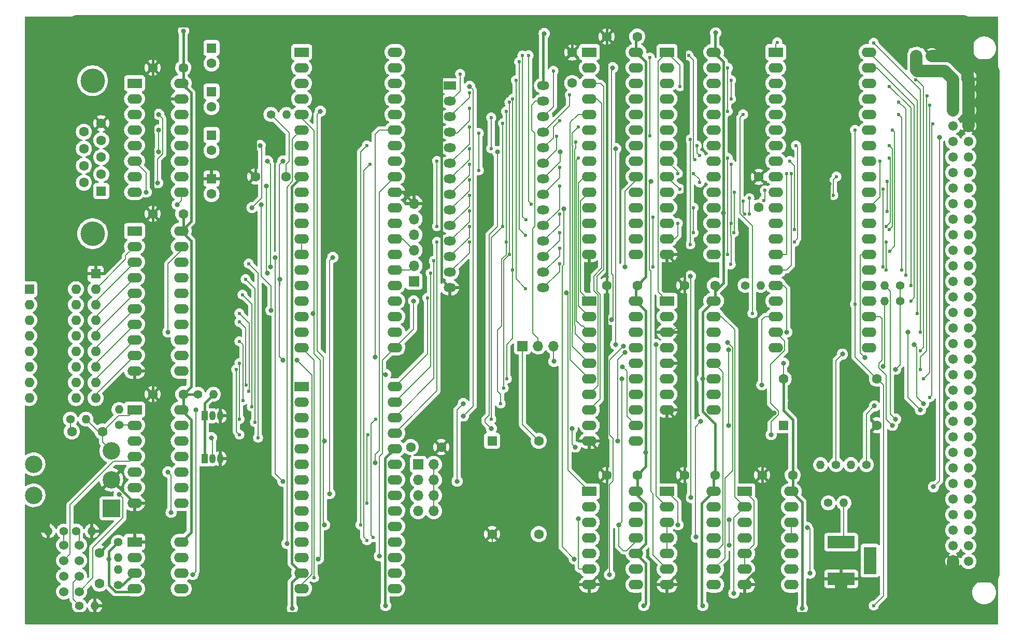
<source format=gbr>
%TF.GenerationSoftware,KiCad,Pcbnew,(6.0.4)*%
%TF.CreationDate,2022-09-27T18:30:23+02:00*%
%TF.ProjectId,Z80,5a38302e-6b69-4636-9164-5f7063625858,rev?*%
%TF.SameCoordinates,Original*%
%TF.FileFunction,Copper,L1,Top*%
%TF.FilePolarity,Positive*%
%FSLAX46Y46*%
G04 Gerber Fmt 4.6, Leading zero omitted, Abs format (unit mm)*
G04 Created by KiCad (PCBNEW (6.0.4)) date 2022-09-27 18:30:23*
%MOMM*%
%LPD*%
G01*
G04 APERTURE LIST*
G04 Aperture macros list*
%AMRoundRect*
0 Rectangle with rounded corners*
0 $1 Rounding radius*
0 $2 $3 $4 $5 $6 $7 $8 $9 X,Y pos of 4 corners*
0 Add a 4 corners polygon primitive as box body*
4,1,4,$2,$3,$4,$5,$6,$7,$8,$9,$2,$3,0*
0 Add four circle primitives for the rounded corners*
1,1,$1+$1,$2,$3*
1,1,$1+$1,$4,$5*
1,1,$1+$1,$6,$7*
1,1,$1+$1,$8,$9*
0 Add four rect primitives between the rounded corners*
20,1,$1+$1,$2,$3,$4,$5,0*
20,1,$1+$1,$4,$5,$6,$7,0*
20,1,$1+$1,$6,$7,$8,$9,0*
20,1,$1+$1,$8,$9,$2,$3,0*%
G04 Aperture macros list end*
%TA.AperFunction,ComponentPad*%
%ADD10C,1.400000*%
%TD*%
%TA.AperFunction,ComponentPad*%
%ADD11O,1.400000X1.400000*%
%TD*%
%TA.AperFunction,ComponentPad*%
%ADD12C,1.600000*%
%TD*%
%TA.AperFunction,ComponentPad*%
%ADD13R,1.600000X1.600000*%
%TD*%
%TA.AperFunction,ComponentPad*%
%ADD14R,2.400000X1.600000*%
%TD*%
%TA.AperFunction,ComponentPad*%
%ADD15O,2.400000X1.600000*%
%TD*%
%TA.AperFunction,ComponentPad*%
%ADD16R,1.700000X1.700000*%
%TD*%
%TA.AperFunction,ComponentPad*%
%ADD17O,1.700000X1.700000*%
%TD*%
%TA.AperFunction,ComponentPad*%
%ADD18RoundRect,0.249999X-0.525001X0.525001X-0.525001X-0.525001X0.525001X-0.525001X0.525001X0.525001X0*%
%TD*%
%TA.AperFunction,ComponentPad*%
%ADD19C,1.550000*%
%TD*%
%TA.AperFunction,ComponentPad*%
%ADD20O,1.600000X1.600000*%
%TD*%
%TA.AperFunction,ComponentPad*%
%ADD21C,4.000000*%
%TD*%
%TA.AperFunction,ComponentPad*%
%ADD22R,1.050000X1.500000*%
%TD*%
%TA.AperFunction,ComponentPad*%
%ADD23O,1.050000X1.500000*%
%TD*%
%TA.AperFunction,ComponentPad*%
%ADD24R,2.000000X1.440000*%
%TD*%
%TA.AperFunction,ComponentPad*%
%ADD25O,2.000000X1.440000*%
%TD*%
%TA.AperFunction,ComponentPad*%
%ADD26C,1.524000*%
%TD*%
%TA.AperFunction,ComponentPad*%
%ADD27R,4.500000X2.000000*%
%TD*%
%TA.AperFunction,ComponentPad*%
%ADD28R,2.000000X4.500000*%
%TD*%
%TA.AperFunction,ComponentPad*%
%ADD29R,2.850000X2.850000*%
%TD*%
%TA.AperFunction,ComponentPad*%
%ADD30C,2.850000*%
%TD*%
%TA.AperFunction,ViaPad*%
%ADD31C,0.800000*%
%TD*%
%TA.AperFunction,ViaPad*%
%ADD32C,0.600000*%
%TD*%
%TA.AperFunction,Conductor*%
%ADD33C,0.151900*%
%TD*%
%TA.AperFunction,Conductor*%
%ADD34C,0.400000*%
%TD*%
%TA.AperFunction,Conductor*%
%ADD35C,2.000000*%
%TD*%
%TA.AperFunction,Conductor*%
%ADD36C,0.250000*%
%TD*%
%TA.AperFunction,Conductor*%
%ADD37C,0.153000*%
%TD*%
G04 APERTURE END LIST*
D10*
%TO.P,R15,1*%
%TO.N,/MEMAQ*%
X169875200Y-119354600D03*
D11*
%TO.P,R15,2*%
%TO.N,+5V*%
X172415200Y-119354600D03*
%TD*%
D10*
%TO.P,R14,1*%
%TO.N,/{slash}WR*%
X176099000Y-113106200D03*
D11*
%TO.P,R14,2*%
%TO.N,+5V*%
X173559000Y-113106200D03*
%TD*%
D10*
%TO.P,R13,1*%
%TO.N,/{slash}RD*%
X171145200Y-113106200D03*
D11*
%TO.P,R13,2*%
%TO.N,+5V*%
X168605200Y-113106200D03*
%TD*%
D12*
%TO.P,C10,1*%
%TO.N,+5V*%
X64476000Y-101600000D03*
%TO.P,C10,2*%
%TO.N,GND*%
X59476000Y-101600000D03*
%TD*%
D13*
%TO.P,C1,1*%
%TO.N,Net-(C1-Pad1)*%
X69088000Y-52157621D03*
D12*
%TO.P,C1,2*%
%TO.N,Net-(C1-Pad2)*%
X69088000Y-54657621D03*
%TD*%
D10*
%TO.P,R3,1*%
%TO.N,+5V*%
X181560000Y-83820000D03*
D11*
%TO.P,R3,2*%
%TO.N,/{slash}BUSREQ*%
X179020000Y-83820000D03*
%TD*%
D13*
%TO.P,C4,1*%
%TO.N,Net-(C4-Pad1)*%
X69088000Y-45045621D03*
D12*
%TO.P,C4,2*%
%TO.N,+5V*%
X69088000Y-47545621D03*
%TD*%
D14*
%TO.P,U5,1,A0*%
%TO.N,/A14*%
X143520000Y-86350000D03*
D15*
%TO.P,U5,2,A1*%
%TO.N,/A15*%
X143520000Y-88890000D03*
%TO.P,U5,3,A2*%
%TO.N,GND*%
X143520000Y-91430000D03*
%TO.P,U5,4,~{LE}*%
%TO.N,/{slash}MREQ*%
X143520000Y-93970000D03*
%TO.P,U5,5,~{E1}*%
%TO.N,GND*%
X143520000Y-96510000D03*
%TO.P,U5,6,E2*%
%TO.N,+5V*%
X143520000Y-99050000D03*
%TO.P,U5,7,~{Y7}*%
%TO.N,unconnected-(U5-Pad7)*%
X143520000Y-101590000D03*
%TO.P,U5,8,GND*%
%TO.N,GND*%
X143520000Y-104130000D03*
%TO.P,U5,9,~{Y6}*%
%TO.N,unconnected-(U5-Pad9)*%
X151140000Y-104130000D03*
%TO.P,U5,10,~{Y5}*%
%TO.N,unconnected-(U5-Pad10)*%
X151140000Y-101590000D03*
%TO.P,U5,11,~{Y4}*%
%TO.N,unconnected-(U5-Pad11)*%
X151140000Y-99050000D03*
%TO.P,U5,12,~{Y3}*%
%TO.N,/MEMC000*%
X151140000Y-96510000D03*
%TO.P,U5,13,~{Y2}*%
%TO.N,/MEM8000*%
X151140000Y-93970000D03*
%TO.P,U5,14,~{Y1}*%
%TO.N,/MEM4000*%
X151140000Y-91430000D03*
%TO.P,U5,15,~{Y0}*%
%TO.N,/MEM0000*%
X151140000Y-88890000D03*
%TO.P,U5,16,VCC*%
%TO.N,+5V*%
X151140000Y-86350000D03*
%TD*%
D16*
%TO.P,J3,1,Pin_1*%
%TO.N,+5V*%
X119903000Y-93726000D03*
D17*
%TO.P,J3,2,Pin_2*%
%TO.N,/{slash}WE_ROM*%
X122443000Y-93726000D03*
%TO.P,J3,3,Pin_3*%
%TO.N,/{slash}WR*%
X124983000Y-93726000D03*
%TD*%
D14*
%TO.P,U7,1*%
%TO.N,Net-(U7-Pad1)*%
X156220000Y-117470000D03*
D15*
%TO.P,U7,2*%
%TO.N,/MEM0000*%
X156220000Y-120010000D03*
%TO.P,U7,3*%
%TO.N,/{slash}RAMSEL*%
X156220000Y-122550000D03*
%TO.P,U7,4*%
%TO.N,/{slash}CS_RAM_LOW_1*%
X156220000Y-125090000D03*
%TO.P,U7,5*%
%TO.N,Net-(U7-Pad1)*%
X156220000Y-127630000D03*
%TO.P,U7,6*%
X156220000Y-130170000D03*
%TO.P,U7,7,GND*%
%TO.N,GND*%
X156220000Y-132710000D03*
%TO.P,U7,8*%
%TO.N,/MEM0000*%
X163840000Y-132710000D03*
%TO.P,U7,9*%
%TO.N,/{slash}ROMSEL*%
X163840000Y-130170000D03*
%TO.P,U7,10*%
%TO.N,Net-(U7-Pad10)*%
X163840000Y-127630000D03*
%TO.P,U7,11*%
%TO.N,Net-(U6-Pad8)*%
X163840000Y-125090000D03*
%TO.P,U7,12*%
X163840000Y-122550000D03*
%TO.P,U7,13*%
%TO.N,/{slash}CS_RAM_HIGH*%
X163840000Y-120010000D03*
%TO.P,U7,14,VCC*%
%TO.N,+5V*%
X163840000Y-117470000D03*
%TD*%
D18*
%TO.P,J6,a1,Pin_a1*%
%TO.N,GND*%
X192780000Y-50165000D03*
D19*
%TO.P,J6,a2,Pin_a2*%
X192780000Y-52705000D03*
%TO.P,J6,a3,Pin_a3*%
X192780000Y-55245000D03*
%TO.P,J6,a4,Pin_a4*%
X192780000Y-57785000D03*
%TO.P,J6,a5,Pin_a5*%
%TO.N,/MEMAQ*%
X192780000Y-60325000D03*
%TO.P,J6,a6,Pin_a6*%
%TO.N,/INT3*%
X192780000Y-62865000D03*
%TO.P,J6,a7,Pin_a7*%
%TO.N,/A0*%
X192780000Y-65405000D03*
%TO.P,J6,a8,Pin_a8*%
%TO.N,/A1*%
X192780000Y-67945000D03*
%TO.P,J6,a9,Pin_a9*%
%TO.N,/A2*%
X192780000Y-70485000D03*
%TO.P,J6,a10,Pin_a10*%
%TO.N,/A3*%
X192780000Y-73025000D03*
%TO.P,J6,a11,Pin_a11*%
%TO.N,/A4*%
X192780000Y-75565000D03*
%TO.P,J6,a12,Pin_a12*%
%TO.N,/A5*%
X192780000Y-78105000D03*
%TO.P,J6,a13,Pin_a13*%
%TO.N,/A6*%
X192780000Y-80645000D03*
%TO.P,J6,a14,Pin_a14*%
%TO.N,/A7*%
X192780000Y-83185000D03*
%TO.P,J6,a15,Pin_a15*%
%TO.N,/A8*%
X192780000Y-85725000D03*
%TO.P,J6,a16,Pin_a16*%
%TO.N,/A9*%
X192780000Y-88265000D03*
%TO.P,J6,a17,Pin_a17*%
%TO.N,/A10*%
X192780000Y-90805000D03*
%TO.P,J6,a18,Pin_a18*%
%TO.N,/A11*%
X192780000Y-93345000D03*
%TO.P,J6,a19,Pin_a19*%
%TO.N,/A12*%
X192780000Y-95885000D03*
%TO.P,J6,a20,Pin_a20*%
%TO.N,/A13*%
X192780000Y-98425000D03*
%TO.P,J6,a21,Pin_a21*%
%TO.N,/A14*%
X192780000Y-100965000D03*
%TO.P,J6,a22,Pin_a22*%
%TO.N,/A15*%
X192780000Y-103505000D03*
%TO.P,J6,a23,Pin_a23*%
%TO.N,/{slash}BUSREQ*%
X192780000Y-106045000D03*
%TO.P,J6,a24,Pin_a24*%
%TO.N,/{slash}BUSACK*%
X192780000Y-108585000D03*
%TO.P,J6,a25,Pin_a25*%
%TO.N,/A16*%
X192780000Y-111125000D03*
%TO.P,J6,a26,Pin_a26*%
%TO.N,/A17*%
X192780000Y-113665000D03*
%TO.P,J6,a27,Pin_a27*%
%TO.N,/A18*%
X192780000Y-116205000D03*
%TO.P,J6,a28,Pin_a28*%
%TO.N,/A19*%
X192780000Y-118745000D03*
%TO.P,J6,a29,Pin_a29*%
%TO.N,/A20*%
X192780000Y-121285000D03*
%TO.P,J6,a30,Pin_a30*%
%TO.N,/A21*%
X192780000Y-123825000D03*
%TO.P,J6,a31,Pin_a31*%
%TO.N,/A22*%
X192780000Y-126365000D03*
%TO.P,J6,a32,Pin_a32*%
%TO.N,/A23*%
X192780000Y-128905000D03*
%TO.P,J6,b1,Pin_b1*%
%TO.N,+5V*%
X190240000Y-50165000D03*
%TO.P,J6,b2,Pin_b2*%
X190240000Y-52705000D03*
%TO.P,J6,b3,Pin_b3*%
X190240000Y-55245000D03*
%TO.P,J6,b4,Pin_b4*%
%TO.N,/INT0*%
X190240000Y-57785000D03*
%TO.P,J6,b5,Pin_b5*%
%TO.N,/INT1*%
X190240000Y-60325000D03*
%TO.P,J6,b6,Pin_b6*%
%TO.N,/INT2*%
X190240000Y-62865000D03*
%TO.P,J6,b7,Pin_b7*%
%TO.N,/D0*%
X190240000Y-65405000D03*
%TO.P,J6,b8,Pin_b8*%
%TO.N,/D1*%
X190240000Y-67945000D03*
%TO.P,J6,b9,Pin_b9*%
%TO.N,/D2*%
X190240000Y-70485000D03*
%TO.P,J6,b10,Pin_b10*%
%TO.N,/D3*%
X190240000Y-73025000D03*
%TO.P,J6,b11,Pin_b11*%
%TO.N,/D4*%
X190240000Y-75565000D03*
%TO.P,J6,b12,Pin_b12*%
%TO.N,/D5*%
X190240000Y-78105000D03*
%TO.P,J6,b13,Pin_b13*%
%TO.N,/D6*%
X190240000Y-80645000D03*
%TO.P,J6,b14,Pin_b14*%
%TO.N,/D7*%
X190240000Y-83185000D03*
%TO.P,J6,b15,Pin_b15*%
%TO.N,/{slash}RESET*%
X190240000Y-85725000D03*
%TO.P,J6,b16,Pin_b16*%
%TO.N,/CLK_CPU*%
X190240000Y-88265000D03*
%TO.P,J6,b17,Pin_b17*%
%TO.N,/{slash}INT*%
X190240000Y-90805000D03*
%TO.P,J6,b18,Pin_b18*%
%TO.N,/{slash}NMI*%
X190240000Y-93345000D03*
%TO.P,J6,b19,Pin_b19*%
%TO.N,/{slash}M1*%
X190240000Y-95885000D03*
%TO.P,J6,b20,Pin_b20*%
%TO.N,/{slash}WAIT*%
X190240000Y-98425000D03*
%TO.P,J6,b21,Pin_b21*%
%TO.N,/{slash}HALT*%
X190240000Y-100965000D03*
%TO.P,J6,b22,Pin_b22*%
%TO.N,/{slash}RD*%
X190240000Y-103505000D03*
%TO.P,J6,b23,Pin_b23*%
%TO.N,/{slash}WR*%
X190240000Y-106045000D03*
%TO.P,J6,b24,Pin_b24*%
%TO.N,/{slash}MREQ*%
X190240000Y-108585000D03*
%TO.P,J6,b25,Pin_b25*%
%TO.N,/{slash}IOREQ*%
X190240000Y-111125000D03*
%TO.P,J6,b26,Pin_b26*%
%TO.N,/IEO_SIO*%
X190240000Y-113665000D03*
%TO.P,J6,b27,Pin_b27*%
%TO.N,/CARD_IEO*%
X190240000Y-116205000D03*
%TO.P,J6,b28,Pin_b28*%
%TO.N,+12V*%
X190240000Y-118745000D03*
%TO.P,J6,b29,Pin_b29*%
%TO.N,-12V*%
X190240000Y-121285000D03*
%TO.P,J6,b30,Pin_b30*%
%TO.N,-5V*%
X190240000Y-123825000D03*
%TO.P,J6,b31,Pin_b31*%
%TO.N,+3V3*%
X190240000Y-126365000D03*
%TO.P,J6,b32,Pin_b32*%
%TO.N,GND*%
X190240000Y-128905000D03*
%TD*%
D16*
%TO.P,J1,1,Pin_1*%
%TO.N,Net-(J1-Pad1)*%
X102865000Y-113040000D03*
D17*
%TO.P,J1,2,Pin_2*%
%TO.N,Net-(J1-Pad2)*%
X105405000Y-113040000D03*
%TO.P,J1,3,Pin_3*%
%TO.N,Net-(J1-Pad3)*%
X102865000Y-115580000D03*
%TO.P,J1,4,Pin_4*%
%TO.N,Net-(J1-Pad2)*%
X105405000Y-115580000D03*
%TO.P,J1,5,Pin_5*%
%TO.N,Net-(J1-Pad5)*%
X102865000Y-118120000D03*
%TO.P,J1,6,Pin_6*%
%TO.N,Net-(J1-Pad2)*%
X105405000Y-118120000D03*
%TO.P,J1,7,Pin_7*%
%TO.N,Net-(J1-Pad7)*%
X102865000Y-120660000D03*
%TO.P,J1,8,Pin_8*%
%TO.N,Net-(J1-Pad2)*%
X105405000Y-120660000D03*
%TD*%
D13*
%TO.P,C2,1*%
%TO.N,Net-(C2-Pad1)*%
X69088000Y-59269621D03*
D12*
%TO.P,C2,2*%
%TO.N,Net-(C2-Pad2)*%
X69088000Y-61769621D03*
%TD*%
D13*
%TO.P,C5,1*%
%TO.N,GND*%
X69088000Y-66381621D03*
D12*
%TO.P,C5,2*%
%TO.N,Net-(C5-Pad2)*%
X69088000Y-68881621D03*
%TD*%
D14*
%TO.P,U6,1*%
%TO.N,/{slash}CS_RAM_LOW_1*%
X143520000Y-117470000D03*
D15*
%TO.P,U6,2*%
%TO.N,/MEM4000*%
X143520000Y-120010000D03*
%TO.P,U6,3*%
%TO.N,Net-(U6-Pad3)*%
X143520000Y-122550000D03*
%TO.P,U6,4*%
X143520000Y-125090000D03*
%TO.P,U6,5*%
X143520000Y-127630000D03*
%TO.P,U6,6*%
%TO.N,/{slash}CS_RAM_LOW*%
X143520000Y-130170000D03*
%TO.P,U6,7,GND*%
%TO.N,GND*%
X143520000Y-132710000D03*
%TO.P,U6,8*%
%TO.N,Net-(U6-Pad8)*%
X151140000Y-132710000D03*
%TO.P,U6,9*%
%TO.N,/MEM8000*%
X151140000Y-130170000D03*
%TO.P,U6,10*%
%TO.N,/MEMC000*%
X151140000Y-127630000D03*
%TO.P,U6,11*%
%TO.N,/{slash}CS_ROM_LOW*%
X151140000Y-125090000D03*
%TO.P,U6,12*%
%TO.N,Net-(U7-Pad10)*%
X151140000Y-122550000D03*
%TO.P,U6,13*%
%TO.N,/MEMAQ*%
X151140000Y-120010000D03*
%TO.P,U6,14,VCC*%
%TO.N,+5V*%
X151140000Y-117470000D03*
%TD*%
D13*
%TO.P,RN1,1,common*%
%TO.N,GND*%
X50165000Y-81915000D03*
D20*
%TO.P,RN1,2,R1*%
%TO.N,Net-(RN1-Pad2)*%
X50165000Y-84455000D03*
%TO.P,RN1,3,R2*%
%TO.N,Net-(RN1-Pad3)*%
X50165000Y-86995000D03*
%TO.P,RN1,4,R3*%
%TO.N,Net-(RN1-Pad4)*%
X50165000Y-89535000D03*
%TO.P,RN1,5,R4*%
%TO.N,Net-(RN1-Pad5)*%
X50165000Y-92075000D03*
%TO.P,RN1,6,R5*%
%TO.N,Net-(RN1-Pad6)*%
X50165000Y-94615000D03*
%TO.P,RN1,7,R6*%
%TO.N,Net-(RN1-Pad7)*%
X50165000Y-97155000D03*
%TO.P,RN1,8,R7*%
%TO.N,Net-(RN1-Pad8)*%
X50165000Y-99695000D03*
%TO.P,RN1,9,R8*%
%TO.N,Net-(RN1-Pad9)*%
X50165000Y-102235000D03*
%TD*%
D12*
%TO.P,C16,1*%
%TO.N,+5V*%
X138644000Y-83820000D03*
%TO.P,C16,2*%
%TO.N,GND*%
X133644000Y-83820000D03*
%TD*%
D13*
%TO.P,C7,1*%
%TO.N,+5V*%
X184267349Y-46355000D03*
D12*
%TO.P,C7,2*%
%TO.N,GND*%
X186767349Y-46355000D03*
%TD*%
D21*
%TO.P,J4,0*%
%TO.N,N/C*%
X49655331Y-50375000D03*
X49655331Y-75375000D03*
D13*
%TO.P,J4,1,1*%
%TO.N,unconnected-(J4-Pad1)*%
X51075331Y-68415000D03*
D12*
%TO.P,J4,2,2*%
%TO.N,Net-(J4-Pad2)*%
X51075331Y-65645000D03*
%TO.P,J4,3,3*%
%TO.N,Net-(J4-Pad3)*%
X51075331Y-62875000D03*
%TO.P,J4,4,4*%
%TO.N,unconnected-(J4-Pad4)*%
X51075331Y-60105000D03*
%TO.P,J4,5,5*%
%TO.N,GND*%
X51075331Y-57335000D03*
%TO.P,J4,6,6*%
%TO.N,unconnected-(J4-Pad6)*%
X48235331Y-67030000D03*
%TO.P,J4,7,7*%
%TO.N,Net-(J4-Pad7)*%
X48235331Y-64260000D03*
%TO.P,J4,8,8*%
%TO.N,Net-(J4-Pad8)*%
X48235331Y-61490000D03*
%TO.P,J4,9,9*%
%TO.N,unconnected-(J4-Pad9)*%
X48235331Y-58720000D03*
%TD*%
D22*
%TO.P,Q1,1,C*%
%TO.N,/{slash}RESET*%
X67945000Y-112120000D03*
D23*
%TO.P,Q1,2,B*%
%TO.N,Net-(Q1-Pad2)*%
X69215000Y-112120000D03*
%TO.P,Q1,3,E*%
%TO.N,GND*%
X70485000Y-112120000D03*
%TD*%
D10*
%TO.P,R7,1*%
%TO.N,Net-(R7-Pad1)*%
X53975000Y-106630000D03*
D11*
%TO.P,R7,2*%
%TO.N,Net-(Q1-Pad2)*%
X53975000Y-104090000D03*
%TD*%
D12*
%TO.P,C20,1*%
%TO.N,+5V*%
X151344000Y-114808000D03*
%TO.P,C20,2*%
%TO.N,GND*%
X146344000Y-114808000D03*
%TD*%
D14*
%TO.P,U9,1*%
%TO.N,Net-(C6-Pad2)*%
X56525000Y-104135000D03*
D15*
%TO.P,U9,2*%
%TO.N,Net-(R7-Pad1)*%
X56525000Y-106675000D03*
%TO.P,U9,3*%
%TO.N,/{slash}RESET*%
X56525000Y-109215000D03*
%TO.P,U9,4*%
%TO.N,/LED_RESET*%
X56525000Y-111755000D03*
%TO.P,U9,5*%
%TO.N,/{slash}HALT*%
X56525000Y-114295000D03*
%TO.P,U9,6*%
%TO.N,/LED_HALT*%
X56525000Y-116835000D03*
%TO.P,U9,7,GND*%
%TO.N,GND*%
X56525000Y-119375000D03*
%TO.P,U9,8*%
%TO.N,N/C*%
X64145000Y-119375000D03*
%TO.P,U9,9*%
X64145000Y-116835000D03*
%TO.P,U9,10*%
X64145000Y-114295000D03*
%TO.P,U9,11*%
X64145000Y-111755000D03*
%TO.P,U9,12*%
X64145000Y-109215000D03*
%TO.P,U9,13*%
X64145000Y-106675000D03*
%TO.P,U9,14,VCC*%
%TO.N,+5V*%
X64145000Y-104135000D03*
%TD*%
D10*
%TO.P,R9,1*%
%TO.N,+5V*%
X66852000Y-101600000D03*
D11*
%TO.P,R9,2*%
%TO.N,/{slash}RESET*%
X69392000Y-101600000D03*
%TD*%
D24*
%TO.P,U4,1,A14*%
%TO.N,/{slash}CS_ROM_LOW*%
X108042500Y-51200000D03*
D25*
%TO.P,U4,2,A12*%
%TO.N,/A12*%
X108042500Y-53740000D03*
%TO.P,U4,3,A7*%
%TO.N,/A7*%
X108042500Y-56280000D03*
%TO.P,U4,4,A6*%
%TO.N,/A6*%
X108042500Y-58820000D03*
%TO.P,U4,5,A5*%
%TO.N,/A5*%
X108042500Y-61360000D03*
%TO.P,U4,6,A4*%
%TO.N,/A4*%
X108042500Y-63900000D03*
%TO.P,U4,7,A3*%
%TO.N,/A3*%
X108042500Y-66440000D03*
%TO.P,U4,8,A2*%
%TO.N,/A2*%
X108042500Y-68980000D03*
%TO.P,U4,9,A1*%
%TO.N,/A1*%
X108042500Y-71520000D03*
%TO.P,U4,10,A0*%
%TO.N,/A0*%
X108042500Y-74060000D03*
%TO.P,U4,11,D0*%
%TO.N,/D0*%
X108042500Y-76600000D03*
%TO.P,U4,12,D1*%
%TO.N,/D1*%
X108042500Y-79140000D03*
%TO.P,U4,13,D2*%
%TO.N,/D2*%
X108042500Y-81680000D03*
%TO.P,U4,14,GND*%
%TO.N,GND*%
X108042500Y-84220000D03*
%TO.P,U4,15,D3*%
%TO.N,/D3*%
X123282500Y-84220000D03*
%TO.P,U4,16,D4*%
%TO.N,/D4*%
X123282500Y-81680000D03*
%TO.P,U4,17,D5*%
%TO.N,/D5*%
X123282500Y-79140000D03*
%TO.P,U4,18,D6*%
%TO.N,/D6*%
X123282500Y-76600000D03*
%TO.P,U4,19,D7*%
%TO.N,/D7*%
X123282500Y-74060000D03*
%TO.P,U4,20,~{CS}*%
%TO.N,/ROM_BANK_SEL*%
X123282500Y-71520000D03*
%TO.P,U4,21,A10*%
%TO.N,/A10*%
X123282500Y-68980000D03*
%TO.P,U4,22,~{OE}*%
%TO.N,/{slash}RD*%
X123282500Y-66440000D03*
%TO.P,U4,23,A11*%
%TO.N,/A11*%
X123282500Y-63900000D03*
%TO.P,U4,24,A9*%
%TO.N,/A9*%
X123282500Y-61360000D03*
%TO.P,U4,25,A8*%
%TO.N,/A8*%
X123282500Y-58820000D03*
%TO.P,U4,26,A13*%
%TO.N,/A13*%
X123282500Y-56280000D03*
%TO.P,U4,27,~{WE}*%
%TO.N,/{slash}WE_ROM*%
X123282500Y-53740000D03*
%TO.P,U4,28,VCC*%
%TO.N,+5V*%
X123282500Y-51200000D03*
%TD*%
D12*
%TO.P,C12,1*%
%TO.N,+5V*%
X81240000Y-66040000D03*
%TO.P,C12,2*%
%TO.N,GND*%
X76240000Y-66040000D03*
%TD*%
D10*
%TO.P,R11,1*%
%TO.N,Net-(LED1-Pad2a)*%
X44958000Y-123952000D03*
D11*
%TO.P,R11,2*%
%TO.N,GND*%
X42418000Y-123952000D03*
%TD*%
D16*
%TO.P,J2,1,Pin_1*%
%TO.N,unconnected-(J2-Pad1)*%
X102210000Y-83160000D03*
D17*
%TO.P,J2,2,Pin_2*%
%TO.N,Net-(J2-Pad2)*%
X102210000Y-80620000D03*
%TO.P,J2,3,Pin_3*%
%TO.N,Net-(J2-Pad3)*%
X102210000Y-78080000D03*
%TO.P,J2,4,Pin_4*%
%TO.N,unconnected-(J2-Pad4)*%
X102210000Y-75540000D03*
%TO.P,J2,5,Pin_5*%
%TO.N,unconnected-(J2-Pad5)*%
X102210000Y-73000000D03*
%TO.P,J2,6,Pin_6*%
%TO.N,GND*%
X102210000Y-70460000D03*
%TD*%
D12*
%TO.P,C3,1*%
%TO.N,Net-(C3-Pad1)*%
X50800000Y-132548000D03*
%TO.P,C3,2*%
%TO.N,GND*%
X50800000Y-127548000D03*
%TD*%
%TO.P,C17,1*%
%TO.N,+5V*%
X158496000Y-71080000D03*
%TO.P,C17,2*%
%TO.N,GND*%
X158496000Y-66080000D03*
%TD*%
D26*
%TO.P,LED1,1a,K*%
%TO.N,Net-(LED1-Pad1a)*%
X47498000Y-126238000D03*
%TO.P,LED1,1b,A*%
%TO.N,+5V*%
X47498000Y-128778000D03*
%TO.P,LED1,2a,K*%
%TO.N,Net-(LED1-Pad2a)*%
X44958000Y-126238000D03*
%TO.P,LED1,2b,A*%
%TO.N,/LED_RESET*%
X44958000Y-128778000D03*
%TD*%
D12*
%TO.P,C6,1*%
%TO.N,+5V*%
X46268000Y-107696000D03*
%TO.P,C6,2*%
%TO.N,Net-(C6-Pad2)*%
X51268000Y-107696000D03*
%TD*%
%TO.P,C18,1*%
%TO.N,+5V*%
X151344000Y-83820000D03*
%TO.P,C18,2*%
%TO.N,GND*%
X146344000Y-83820000D03*
%TD*%
D13*
%TO.P,X2,1,NC*%
%TO.N,unconnected-(X2-Pad1)*%
X114935000Y-109220000D03*
D12*
%TO.P,X2,7,GND*%
%TO.N,GND*%
X114935000Y-124460000D03*
%TO.P,X2,8,OUT*%
%TO.N,Net-(J1-Pad2)*%
X122555000Y-124460000D03*
%TO.P,X2,14,Vcc*%
%TO.N,+5V*%
X122555000Y-109220000D03*
%TD*%
D14*
%TO.P,U12,1,A->B*%
%TO.N,+5V*%
X56525000Y-74935000D03*
D15*
%TO.P,U12,2,A0*%
%TO.N,Net-(RN1-Pad2)*%
X56525000Y-77475000D03*
%TO.P,U12,3,A1*%
%TO.N,Net-(RN1-Pad3)*%
X56525000Y-80015000D03*
%TO.P,U12,4,A2*%
%TO.N,Net-(RN1-Pad4)*%
X56525000Y-82555000D03*
%TO.P,U12,5,A3*%
%TO.N,Net-(RN1-Pad5)*%
X56525000Y-85095000D03*
%TO.P,U12,6,A4*%
%TO.N,Net-(RN1-Pad6)*%
X56525000Y-87635000D03*
%TO.P,U12,7,A5*%
%TO.N,Net-(RN1-Pad7)*%
X56525000Y-90175000D03*
%TO.P,U12,8,A6*%
%TO.N,Net-(RN1-Pad8)*%
X56525000Y-92715000D03*
%TO.P,U12,9,A7*%
%TO.N,Net-(RN1-Pad9)*%
X56525000Y-95255000D03*
%TO.P,U12,10,GND*%
%TO.N,GND*%
X56525000Y-97795000D03*
%TO.P,U12,11,B7*%
%TO.N,/D7*%
X64145000Y-97795000D03*
%TO.P,U12,12,B6*%
%TO.N,/D6*%
X64145000Y-95255000D03*
%TO.P,U12,13,B5*%
%TO.N,/D5*%
X64145000Y-92715000D03*
%TO.P,U12,14,B4*%
%TO.N,/D4*%
X64145000Y-90175000D03*
%TO.P,U12,15,B3*%
%TO.N,/D3*%
X64145000Y-87635000D03*
%TO.P,U12,16,B2*%
%TO.N,/D2*%
X64145000Y-85095000D03*
%TO.P,U12,17,B1*%
%TO.N,/D1*%
X64145000Y-82555000D03*
%TO.P,U12,18,B0*%
%TO.N,/D0*%
X64145000Y-80015000D03*
%TO.P,U12,19,CE*%
%TO.N,/{slash}CS_DIP*%
X64145000Y-77475000D03*
%TO.P,U12,20,VCC*%
%TO.N,+5V*%
X64145000Y-74935000D03*
%TD*%
D14*
%TO.P,U15,1,C1+*%
%TO.N,Net-(C1-Pad1)*%
X56525000Y-50790000D03*
D15*
%TO.P,U15,2,VS+*%
%TO.N,Net-(C4-Pad1)*%
X56525000Y-53330000D03*
%TO.P,U15,3,C1-*%
%TO.N,Net-(C1-Pad2)*%
X56525000Y-55870000D03*
%TO.P,U15,4,C2+*%
%TO.N,Net-(C2-Pad1)*%
X56525000Y-58410000D03*
%TO.P,U15,5,C2-*%
%TO.N,Net-(C2-Pad2)*%
X56525000Y-60950000D03*
%TO.P,U15,6,VS-*%
%TO.N,Net-(C5-Pad2)*%
X56525000Y-63490000D03*
%TO.P,U15,7,T2OUT*%
%TO.N,Net-(J4-Pad8)*%
X56525000Y-66030000D03*
%TO.P,U15,8,R2IN*%
%TO.N,Net-(J4-Pad7)*%
X56525000Y-68570000D03*
%TO.P,U15,9,R2OUT*%
%TO.N,Net-(U14-Pad18)*%
X64145000Y-68570000D03*
%TO.P,U15,10,T2IN*%
%TO.N,Net-(U14-Pad16)*%
X64145000Y-66030000D03*
%TO.P,U15,11,T1IN*%
%TO.N,Net-(U14-Pad15)*%
X64145000Y-63490000D03*
%TO.P,U15,12,R1OUT*%
%TO.N,Net-(U14-Pad12)*%
X64145000Y-60950000D03*
%TO.P,U15,13,R1IN*%
%TO.N,Net-(J4-Pad3)*%
X64145000Y-58410000D03*
%TO.P,U15,14,T1OUT*%
%TO.N,Net-(J4-Pad2)*%
X64145000Y-55870000D03*
%TO.P,U15,15,GND*%
%TO.N,GND*%
X64145000Y-53330000D03*
%TO.P,U15,16,VCC*%
%TO.N,+5V*%
X64145000Y-50790000D03*
%TD*%
D10*
%TO.P,R10,1*%
%TO.N,Net-(LED1-Pad1a)*%
X46990000Y-123952000D03*
D11*
%TO.P,R10,2*%
%TO.N,GND*%
X49530000Y-123952000D03*
%TD*%
D27*
%TO.P,J5,1*%
%TO.N,+5V*%
X171958000Y-125778000D03*
%TO.P,J5,2*%
%TO.N,GND*%
X171958000Y-131778000D03*
D28*
%TO.P,J5,3*%
%TO.N,N/C*%
X176658000Y-128778000D03*
%TD*%
D14*
%TO.P,U1,1,A11*%
%TO.N,/A11*%
X161285000Y-45725000D03*
D15*
%TO.P,U1,2,A12*%
%TO.N,/A12*%
X161285000Y-48265000D03*
%TO.P,U1,3,A13*%
%TO.N,/A13*%
X161285000Y-50805000D03*
%TO.P,U1,4,A14*%
%TO.N,/A14*%
X161285000Y-53345000D03*
%TO.P,U1,5,A15*%
%TO.N,/A15*%
X161285000Y-55885000D03*
%TO.P,U1,6,~{CLK}*%
%TO.N,/CLK_CPU*%
X161285000Y-58425000D03*
%TO.P,U1,7,D4*%
%TO.N,/D4*%
X161285000Y-60965000D03*
%TO.P,U1,8,D3*%
%TO.N,/D3*%
X161285000Y-63505000D03*
%TO.P,U1,9,D5*%
%TO.N,/D5*%
X161285000Y-66045000D03*
%TO.P,U1,10,D6*%
%TO.N,/D6*%
X161285000Y-68585000D03*
%TO.P,U1,11,VCC*%
%TO.N,+5V*%
X161285000Y-71125000D03*
%TO.P,U1,12,D2*%
%TO.N,/D2*%
X161285000Y-73665000D03*
%TO.P,U1,13,D7*%
%TO.N,/D7*%
X161285000Y-76205000D03*
%TO.P,U1,14,D0*%
%TO.N,/D0*%
X161285000Y-78745000D03*
%TO.P,U1,15,D1*%
%TO.N,/D1*%
X161285000Y-81285000D03*
%TO.P,U1,16,~{INT}*%
%TO.N,/{slash}NMI*%
X161285000Y-83825000D03*
%TO.P,U1,17,~{NMI}*%
%TO.N,/{slash}INT*%
X161285000Y-86365000D03*
%TO.P,U1,18,~{HALT}*%
%TO.N,/{slash}HALT*%
X161285000Y-88905000D03*
%TO.P,U1,19,~{MREQ}*%
%TO.N,/{slash}MREQ*%
X161285000Y-91445000D03*
%TO.P,U1,20,~{IORQ}*%
%TO.N,/{slash}IOREQ*%
X161285000Y-93985000D03*
%TO.P,U1,21,~{RD}*%
%TO.N,/{slash}RD*%
X176525000Y-93985000D03*
%TO.P,U1,22,~{WR}*%
%TO.N,/{slash}WR*%
X176525000Y-91445000D03*
%TO.P,U1,23,~{BUSACK}*%
%TO.N,/{slash}BUSACK*%
X176525000Y-88905000D03*
%TO.P,U1,24,~{WAIT}*%
%TO.N,/{slash}WAIT*%
X176525000Y-86365000D03*
%TO.P,U1,25,~{BUSRQ}*%
%TO.N,/{slash}BUSREQ*%
X176525000Y-83825000D03*
%TO.P,U1,26,~{RESET}*%
%TO.N,/{slash}RESET*%
X176525000Y-81285000D03*
%TO.P,U1,27,~{M1}*%
%TO.N,/{slash}M1*%
X176525000Y-78745000D03*
%TO.P,U1,28,~{RFSH}*%
%TO.N,unconnected-(U1-Pad28)*%
X176525000Y-76205000D03*
%TO.P,U1,29,GND*%
%TO.N,GND*%
X176525000Y-73665000D03*
%TO.P,U1,30,A0*%
%TO.N,/A0*%
X176525000Y-71125000D03*
%TO.P,U1,31,A1*%
%TO.N,/A1*%
X176525000Y-68585000D03*
%TO.P,U1,32,A2*%
%TO.N,/A2*%
X176525000Y-66045000D03*
%TO.P,U1,33,A3*%
%TO.N,/A3*%
X176525000Y-63505000D03*
%TO.P,U1,34,A4*%
%TO.N,/A4*%
X176525000Y-60965000D03*
%TO.P,U1,35,A5*%
%TO.N,/A5*%
X176525000Y-58425000D03*
%TO.P,U1,36,A6*%
%TO.N,/A6*%
X176525000Y-55885000D03*
%TO.P,U1,37,A7*%
%TO.N,/A7*%
X176525000Y-53345000D03*
%TO.P,U1,38,A8*%
%TO.N,/A8*%
X176525000Y-50805000D03*
%TO.P,U1,39,A9*%
%TO.N,/A9*%
X176525000Y-48265000D03*
%TO.P,U1,40,A10*%
%TO.N,/A10*%
X176525000Y-45725000D03*
%TD*%
D12*
%TO.P,C15,1*%
%TO.N,+5V*%
X138644000Y-43180000D03*
%TO.P,C15,2*%
%TO.N,GND*%
X133644000Y-43180000D03*
%TD*%
D13*
%TO.P,SW1,1*%
%TO.N,+5V*%
X39320000Y-84445000D03*
D20*
%TO.P,SW1,2*%
X39320000Y-86985000D03*
%TO.P,SW1,3*%
X39320000Y-89525000D03*
%TO.P,SW1,4*%
X39320000Y-92065000D03*
%TO.P,SW1,5*%
X39320000Y-94605000D03*
%TO.P,SW1,6*%
X39320000Y-97145000D03*
%TO.P,SW1,7*%
X39320000Y-99685000D03*
%TO.P,SW1,8*%
X39320000Y-102225000D03*
%TO.P,SW1,9*%
%TO.N,Net-(RN1-Pad9)*%
X46940000Y-102225000D03*
%TO.P,SW1,10*%
%TO.N,Net-(RN1-Pad8)*%
X46940000Y-99685000D03*
%TO.P,SW1,11*%
%TO.N,Net-(RN1-Pad7)*%
X46940000Y-97145000D03*
%TO.P,SW1,12*%
%TO.N,Net-(RN1-Pad6)*%
X46940000Y-94605000D03*
%TO.P,SW1,13*%
%TO.N,Net-(RN1-Pad5)*%
X46940000Y-92065000D03*
%TO.P,SW1,14*%
%TO.N,Net-(RN1-Pad4)*%
X46940000Y-89525000D03*
%TO.P,SW1,15*%
%TO.N,Net-(RN1-Pad3)*%
X46940000Y-86985000D03*
%TO.P,SW1,16*%
%TO.N,Net-(RN1-Pad2)*%
X46940000Y-84445000D03*
%TD*%
D13*
%TO.P,X1,1,NC*%
%TO.N,unconnected-(X1-Pad1)*%
X162560000Y-106680000D03*
D12*
%TO.P,X1,7,GND*%
%TO.N,GND*%
X177800000Y-106680000D03*
%TO.P,X1,8,OUT*%
%TO.N,/CLK_CPU*%
X177800000Y-99060000D03*
%TO.P,X1,14,Vcc*%
%TO.N,+5V*%
X162560000Y-99060000D03*
%TD*%
D10*
%TO.P,R12,1*%
%TO.N,Net-(LED2-Pad1a)*%
X47498000Y-136144000D03*
D11*
%TO.P,R12,2*%
%TO.N,GND*%
X50038000Y-136144000D03*
%TD*%
D12*
%TO.P,C13,1*%
%TO.N,+5V*%
X101640000Y-110236000D03*
%TO.P,C13,2*%
%TO.N,GND*%
X106640000Y-110236000D03*
%TD*%
D29*
%TO.P,SW2,1,A*%
%TO.N,unconnected-(SW2-Pad1)*%
X52715620Y-120270000D03*
D30*
%TO.P,SW2,2,B*%
%TO.N,GND*%
X52715620Y-115570000D03*
%TO.P,SW2,3,C*%
%TO.N,Net-(C6-Pad2)*%
X52715620Y-110870000D03*
%TO.P,SW2,4*%
%TO.N,N/C*%
X40015620Y-113030000D03*
X40015620Y-118110000D03*
%TD*%
D10*
%TO.P,R6,1*%
%TO.N,+5V*%
X46024000Y-105664000D03*
D11*
%TO.P,R6,2*%
%TO.N,Net-(C6-Pad2)*%
X48564000Y-105664000D03*
%TD*%
D12*
%TO.P,C9,1*%
%TO.N,+5V*%
X64476000Y-72136000D03*
%TO.P,C9,2*%
%TO.N,GND*%
X59476000Y-72136000D03*
%TD*%
D10*
%TO.P,R2,1*%
%TO.N,+5V*%
X156260000Y-83820000D03*
D11*
%TO.P,R2,2*%
%TO.N,/{slash}NMI*%
X158800000Y-83820000D03*
%TD*%
D14*
%TO.P,U14,1,D1*%
%TO.N,/D1*%
X83815000Y-45725000D03*
D15*
%TO.P,U14,2,D3*%
%TO.N,/D3*%
X83815000Y-48265000D03*
%TO.P,U14,3,D5*%
%TO.N,/D5*%
X83815000Y-50805000D03*
%TO.P,U14,4,D7*%
%TO.N,/D7*%
X83815000Y-53345000D03*
%TO.P,U14,5,~{INT}*%
%TO.N,/{slash}INT*%
X83815000Y-55885000D03*
%TO.P,U14,6,IEI*%
%TO.N,/IEO_CTC*%
X83815000Y-58425000D03*
%TO.P,U14,7,IEO*%
%TO.N,/IEO_SIO*%
X83815000Y-60965000D03*
%TO.P,U14,8,~{M1}*%
%TO.N,/{slash}M1*%
X83815000Y-63505000D03*
%TO.P,U14,9,+5V*%
%TO.N,+5V*%
X83815000Y-66045000D03*
%TO.P,U14,10,~{W}/~{RDYA}*%
%TO.N,unconnected-(U14-Pad10)*%
X83815000Y-68585000D03*
%TO.P,U14,11,~{SYNCA}*%
%TO.N,unconnected-(U14-Pad11)*%
X83815000Y-71125000D03*
%TO.P,U14,12,RXDA*%
%TO.N,Net-(U14-Pad12)*%
X83815000Y-73665000D03*
%TO.P,U14,13,~{RXCA}*%
%TO.N,Net-(U13-Pad7)*%
X83815000Y-76205000D03*
%TO.P,U14,14,~{TXCA}*%
X83815000Y-78745000D03*
%TO.P,U14,15,TXDA*%
%TO.N,Net-(U14-Pad15)*%
X83815000Y-81285000D03*
%TO.P,U14,16,~{DTRA}*%
%TO.N,Net-(U14-Pad16)*%
X83815000Y-83825000D03*
%TO.P,U14,17,~{RTSA}*%
%TO.N,unconnected-(U14-Pad17)*%
X83815000Y-86365000D03*
%TO.P,U14,18,~{CTSA}*%
%TO.N,Net-(U14-Pad18)*%
X83815000Y-88905000D03*
%TO.P,U14,19,~{DCDA}*%
%TO.N,unconnected-(U14-Pad19)*%
X83815000Y-91445000D03*
%TO.P,U14,20,\u03A6*%
%TO.N,/CLK_CPU*%
X83815000Y-93985000D03*
%TO.P,U14,21,~{RESET}*%
%TO.N,/{slash}RESET*%
X99055000Y-93985000D03*
%TO.P,U14,22,~{DCDB}*%
%TO.N,unconnected-(U14-Pad22)*%
X99055000Y-91445000D03*
%TO.P,U14,23,~{CTSB}*%
%TO.N,unconnected-(U14-Pad23)*%
X99055000Y-88905000D03*
%TO.P,U14,24,~{RTSB}*%
%TO.N,unconnected-(U14-Pad24)*%
X99055000Y-86365000D03*
%TO.P,U14,25,~{DTRB}*%
%TO.N,unconnected-(U14-Pad25)*%
X99055000Y-83825000D03*
%TO.P,U14,26,TXDB*%
%TO.N,Net-(J2-Pad2)*%
X99055000Y-81285000D03*
%TO.P,U14,27,~{RxTxCB}*%
%TO.N,Net-(U13-Pad8)*%
X99055000Y-78745000D03*
%TO.P,U14,28,RXDB*%
%TO.N,Net-(J2-Pad3)*%
X99055000Y-76205000D03*
%TO.P,U14,29,~{SYNCB}*%
%TO.N,unconnected-(U14-Pad29)*%
X99055000Y-73665000D03*
%TO.P,U14,30,~{W}/~{RDYB}*%
%TO.N,unconnected-(U14-Pad30)*%
X99055000Y-71125000D03*
%TO.P,U14,31,GND*%
%TO.N,GND*%
X99055000Y-68585000D03*
%TO.P,U14,32,~{RD}*%
%TO.N,/{slash}RD*%
X99055000Y-66045000D03*
%TO.P,U14,33,C/~{D}*%
%TO.N,/A0*%
X99055000Y-63505000D03*
%TO.P,U14,34,B/~{A}*%
%TO.N,/A1*%
X99055000Y-60965000D03*
%TO.P,U14,35,~{CE}*%
%TO.N,/{slash}CS_SIO*%
X99055000Y-58425000D03*
%TO.P,U14,36,~{IORQ}*%
%TO.N,/{slash}IOREQ*%
X99055000Y-55885000D03*
%TO.P,U14,37,D6*%
%TO.N,/D6*%
X99055000Y-53345000D03*
%TO.P,U14,38,D4*%
%TO.N,/D4*%
X99055000Y-50805000D03*
%TO.P,U14,39,D2*%
%TO.N,/D2*%
X99055000Y-48265000D03*
%TO.P,U14,40,D0*%
%TO.N,/D0*%
X99055000Y-45725000D03*
%TD*%
D12*
%TO.P,C14,1*%
%TO.N,+5V*%
X128016000Y-50760000D03*
%TO.P,C14,2*%
%TO.N,GND*%
X128016000Y-45760000D03*
%TD*%
D14*
%TO.P,U3,1,A14*%
%TO.N,/A14*%
X130820000Y-45705000D03*
D15*
%TO.P,U3,2,A12*%
%TO.N,/A12*%
X130820000Y-48245000D03*
%TO.P,U3,3,A7*%
%TO.N,/A7*%
X130820000Y-50785000D03*
%TO.P,U3,4,A6*%
%TO.N,/A6*%
X130820000Y-53325000D03*
%TO.P,U3,5,A5*%
%TO.N,/A5*%
X130820000Y-55865000D03*
%TO.P,U3,6,A4*%
%TO.N,/A4*%
X130820000Y-58405000D03*
%TO.P,U3,7,A3*%
%TO.N,/A3*%
X130820000Y-60945000D03*
%TO.P,U3,8,A2*%
%TO.N,/A2*%
X130820000Y-63485000D03*
%TO.P,U3,9,A1*%
%TO.N,/A1*%
X130820000Y-66025000D03*
%TO.P,U3,10,A0*%
%TO.N,/A0*%
X130820000Y-68565000D03*
%TO.P,U3,11,Q0*%
%TO.N,/D0*%
X130820000Y-71105000D03*
%TO.P,U3,12,Q1*%
%TO.N,/D1*%
X130820000Y-73645000D03*
%TO.P,U3,13,Q2*%
%TO.N,/D2*%
X130820000Y-76185000D03*
%TO.P,U3,14,GND*%
%TO.N,GND*%
X130820000Y-78725000D03*
%TO.P,U3,15,Q3*%
%TO.N,/D3*%
X138440000Y-78725000D03*
%TO.P,U3,16,Q4*%
%TO.N,/D4*%
X138440000Y-76185000D03*
%TO.P,U3,17,Q5*%
%TO.N,/D5*%
X138440000Y-73645000D03*
%TO.P,U3,18,Q6*%
%TO.N,/D6*%
X138440000Y-71105000D03*
%TO.P,U3,19,Q7*%
%TO.N,/D7*%
X138440000Y-68565000D03*
%TO.P,U3,20,~{CS}*%
%TO.N,/{slash}CS_RAM_HIGH*%
X138440000Y-66025000D03*
%TO.P,U3,21,A10*%
%TO.N,/A10*%
X138440000Y-63485000D03*
%TO.P,U3,22,~{OE}*%
%TO.N,/{slash}RD*%
X138440000Y-60945000D03*
%TO.P,U3,23,A11*%
%TO.N,/A11*%
X138440000Y-58405000D03*
%TO.P,U3,24,A9*%
%TO.N,/A9*%
X138440000Y-55865000D03*
%TO.P,U3,25,A8*%
%TO.N,/A8*%
X138440000Y-53325000D03*
%TO.P,U3,26,A13*%
%TO.N,/A13*%
X138440000Y-50785000D03*
%TO.P,U3,27,~{WE}*%
%TO.N,/{slash}WR*%
X138440000Y-48245000D03*
%TO.P,U3,28,VCC*%
%TO.N,+5V*%
X138440000Y-45705000D03*
%TD*%
D14*
%TO.P,U8,1,~{R}*%
%TO.N,/{slash}RESET*%
X130820000Y-117470000D03*
D15*
%TO.P,U8,2,D*%
%TO.N,/D0*%
X130820000Y-120010000D03*
%TO.P,U8,3,C*%
%TO.N,/{slash}CS_BANK*%
X130820000Y-122550000D03*
%TO.P,U8,4,~{S}*%
%TO.N,+5V*%
X130820000Y-125090000D03*
%TO.P,U8,5,Q*%
%TO.N,/{slash}ROMSEL*%
X130820000Y-127630000D03*
%TO.P,U8,6,~{Q}*%
%TO.N,/{slash}RAMSEL*%
X130820000Y-130170000D03*
%TO.P,U8,7,GND*%
%TO.N,GND*%
X130820000Y-132710000D03*
%TO.P,U8,8,~{Q}*%
%TO.N,unconnected-(U8-Pad8)*%
X138440000Y-132710000D03*
%TO.P,U8,9,Q*%
%TO.N,/ROM_BANK_SEL*%
X138440000Y-130170000D03*
%TO.P,U8,10,~{S}*%
%TO.N,+5V*%
X138440000Y-127630000D03*
%TO.P,U8,11,C*%
%TO.N,/{slash}CS_BANK*%
X138440000Y-125090000D03*
%TO.P,U8,12,D*%
%TO.N,/D1*%
X138440000Y-122550000D03*
%TO.P,U8,13,~{R}*%
%TO.N,/{slash}RESET*%
X138440000Y-120010000D03*
%TO.P,U8,14,VCC*%
%TO.N,+5V*%
X138440000Y-117470000D03*
%TD*%
D10*
%TO.P,R5,1*%
%TO.N,+5V*%
X53848000Y-125780000D03*
D11*
%TO.P,R5,2*%
%TO.N,Net-(C3-Pad1)*%
X53848000Y-128320000D03*
%TD*%
D14*
%TO.P,U10,1,GND*%
%TO.N,GND*%
X56525000Y-125740000D03*
D15*
%TO.P,U10,2,TR*%
%TO.N,Net-(C3-Pad1)*%
X56525000Y-128280000D03*
%TO.P,U10,3,Q*%
%TO.N,Net-(R8-Pad1)*%
X56525000Y-130820000D03*
%TO.P,U10,4,R*%
%TO.N,+5V*%
X56525000Y-133360000D03*
%TO.P,U10,5,CV*%
%TO.N,unconnected-(U10-Pad5)*%
X64145000Y-133360000D03*
%TO.P,U10,6,THR*%
%TO.N,Net-(C3-Pad1)*%
X64145000Y-130820000D03*
%TO.P,U10,7,DIS*%
%TO.N,unconnected-(U10-Pad7)*%
X64145000Y-128280000D03*
%TO.P,U10,8,VCC*%
%TO.N,+5V*%
X64145000Y-125740000D03*
%TD*%
D10*
%TO.P,R8,1*%
%TO.N,Net-(R8-Pad1)*%
X53848000Y-132792000D03*
D11*
%TO.P,R8,2*%
%TO.N,Net-(Q2-Pad2)*%
X53848000Y-130252000D03*
%TD*%
D10*
%TO.P,R1,1*%
%TO.N,+5V*%
X78790000Y-55880000D03*
D11*
%TO.P,R1,2*%
%TO.N,/{slash}INT*%
X81330000Y-55880000D03*
%TD*%
D14*
%TO.P,U13,1,D4*%
%TO.N,/D4*%
X83815000Y-100315000D03*
D15*
%TO.P,U13,2,D5*%
%TO.N,/D5*%
X83815000Y-102855000D03*
%TO.P,U13,3,D6*%
%TO.N,/D6*%
X83815000Y-105395000D03*
%TO.P,U13,4,D7*%
%TO.N,/D7*%
X83815000Y-107935000D03*
%TO.P,U13,5,GND*%
%TO.N,GND*%
X83815000Y-110475000D03*
%TO.P,U13,6,~{RD}*%
%TO.N,/{slash}RD*%
X83815000Y-113015000D03*
%TO.P,U13,7,ZC/TO0*%
%TO.N,Net-(U13-Pad7)*%
X83815000Y-115555000D03*
%TO.P,U13,8,ZC/TO1*%
%TO.N,Net-(U13-Pad8)*%
X83815000Y-118095000D03*
%TO.P,U13,9,ZC/TO2*%
%TO.N,unconnected-(U13-Pad9)*%
X83815000Y-120635000D03*
%TO.P,U13,10,~{IORQ}*%
%TO.N,/{slash}IOREQ*%
X83815000Y-123175000D03*
%TO.P,U13,11,IEO*%
%TO.N,/IEO_CTC*%
X83815000Y-125715000D03*
%TO.P,U13,12,~{INT}*%
%TO.N,/{slash}INT*%
X83815000Y-128255000D03*
%TO.P,U13,13,IEI*%
%TO.N,+5V*%
X83815000Y-130795000D03*
%TO.P,U13,14,~{M1}*%
%TO.N,/{slash}M1*%
X83815000Y-133335000D03*
%TO.P,U13,15,CLK*%
%TO.N,/CLK_CPU*%
X99055000Y-133335000D03*
%TO.P,U13,16,~{CE}*%
%TO.N,/{slash}CS_CTC*%
X99055000Y-130795000D03*
%TO.P,U13,17,~{RESET}*%
%TO.N,/{slash}RESET*%
X99055000Y-128255000D03*
%TO.P,U13,18,CS0*%
%TO.N,/A0*%
X99055000Y-125715000D03*
%TO.P,U13,19,CS1*%
%TO.N,/A1*%
X99055000Y-123175000D03*
%TO.P,U13,20,CLK/TRG3*%
%TO.N,Net-(J1-Pad7)*%
X99055000Y-120635000D03*
%TO.P,U13,21,CLK/TRG2*%
%TO.N,Net-(J1-Pad5)*%
X99055000Y-118095000D03*
%TO.P,U13,22,CLK/TRG1*%
%TO.N,Net-(J1-Pad3)*%
X99055000Y-115555000D03*
%TO.P,U13,23,CLK/TRG0*%
%TO.N,Net-(J1-Pad1)*%
X99055000Y-113015000D03*
%TO.P,U13,24,+5V*%
%TO.N,+5V*%
X99055000Y-110475000D03*
%TO.P,U13,25,D0*%
%TO.N,/D0*%
X99055000Y-107935000D03*
%TO.P,U13,26,D1*%
%TO.N,/D1*%
X99055000Y-105395000D03*
%TO.P,U13,27,D2*%
%TO.N,/D2*%
X99055000Y-102855000D03*
%TO.P,U13,28,D3*%
%TO.N,/D3*%
X99055000Y-100315000D03*
%TD*%
D12*
%TO.P,C8,1*%
%TO.N,+5V*%
X64476000Y-48260000D03*
%TO.P,C8,2*%
%TO.N,GND*%
X59476000Y-48260000D03*
%TD*%
D22*
%TO.P,Q2,1,C*%
%TO.N,/{slash}RESET*%
X67945000Y-105135000D03*
D23*
%TO.P,Q2,2,B*%
%TO.N,Net-(Q2-Pad2)*%
X69215000Y-105135000D03*
%TO.P,Q2,3,E*%
%TO.N,GND*%
X70485000Y-105135000D03*
%TD*%
D12*
%TO.P,C11,1*%
%TO.N,+5V*%
X164044000Y-114808000D03*
%TO.P,C11,2*%
%TO.N,GND*%
X159044000Y-114808000D03*
%TD*%
%TO.P,C19,1*%
%TO.N,+5V*%
X138644000Y-114808000D03*
%TO.P,C19,2*%
%TO.N,GND*%
X133644000Y-114808000D03*
%TD*%
D14*
%TO.P,U11,1,I1/CLK*%
%TO.N,/A0*%
X130820000Y-86365000D03*
D15*
%TO.P,U11,2,I2*%
%TO.N,/A1*%
X130820000Y-88905000D03*
%TO.P,U11,3,I3*%
%TO.N,/A2*%
X130820000Y-91445000D03*
%TO.P,U11,4,I4*%
%TO.N,/A3*%
X130820000Y-93985000D03*
%TO.P,U11,5,I5*%
%TO.N,/A4*%
X130820000Y-96525000D03*
%TO.P,U11,6,I6*%
%TO.N,/A5*%
X130820000Y-99065000D03*
%TO.P,U11,7,I7*%
%TO.N,/A6*%
X130820000Y-101605000D03*
%TO.P,U11,8,I8*%
%TO.N,/A7*%
X130820000Y-104145000D03*
%TO.P,U11,9,I9*%
%TO.N,/{slash}IOREQ*%
X130820000Y-106685000D03*
%TO.P,U11,10,GND*%
%TO.N,GND*%
X130820000Y-109225000D03*
%TO.P,U11,11,I10/~{OE}*%
%TO.N,/{slash}RD*%
X138440000Y-109225000D03*
%TO.P,U11,12,IO8*%
%TO.N,/{slash}WR*%
X138440000Y-106685000D03*
%TO.P,U11,13,IO7*%
%TO.N,unconnected-(U11-Pad13)*%
X138440000Y-104145000D03*
%TO.P,U11,14,IO6*%
%TO.N,unconnected-(U11-Pad14)*%
X138440000Y-101605000D03*
%TO.P,U11,15,IO5*%
%TO.N,/{slash}CS_BANK*%
X138440000Y-99065000D03*
%TO.P,U11,16,IO4*%
%TO.N,/{slash}CS_SIO*%
X138440000Y-96525000D03*
%TO.P,U11,17,I03*%
%TO.N,/{slash}CS_CTC*%
X138440000Y-93985000D03*
%TO.P,U11,18,IO2*%
%TO.N,unconnected-(U11-Pad18)*%
X138440000Y-91445000D03*
%TO.P,U11,19,IO1*%
%TO.N,/{slash}CS_DIP*%
X138440000Y-88905000D03*
%TO.P,U11,20,VCC*%
%TO.N,+5V*%
X138440000Y-86365000D03*
%TD*%
D26*
%TO.P,LED2,1a,K*%
%TO.N,Net-(LED2-Pad1a)*%
X47498000Y-131318000D03*
%TO.P,LED2,1b,A*%
%TO.N,/LED_HALT*%
X47498000Y-133858000D03*
%TO.P,LED2,2a,K*%
%TO.N,unconnected-(LED2-Pad2a)*%
X44958000Y-131318000D03*
%TO.P,LED2,2b,A*%
%TO.N,unconnected-(LED2-Pad2b)*%
X44958000Y-133858000D03*
%TD*%
D10*
%TO.P,R4,1*%
%TO.N,+5V*%
X181560000Y-86360000D03*
D11*
%TO.P,R4,2*%
%TO.N,/{slash}WAIT*%
X179020000Y-86360000D03*
%TD*%
D14*
%TO.P,U2,1,A14*%
%TO.N,/A14*%
X143520000Y-45705000D03*
D15*
%TO.P,U2,2,A12*%
%TO.N,/A12*%
X143520000Y-48245000D03*
%TO.P,U2,3,A7*%
%TO.N,/A7*%
X143520000Y-50785000D03*
%TO.P,U2,4,A6*%
%TO.N,/A6*%
X143520000Y-53325000D03*
%TO.P,U2,5,A5*%
%TO.N,/A5*%
X143520000Y-55865000D03*
%TO.P,U2,6,A4*%
%TO.N,/A4*%
X143520000Y-58405000D03*
%TO.P,U2,7,A3*%
%TO.N,/A3*%
X143520000Y-60945000D03*
%TO.P,U2,8,A2*%
%TO.N,/A2*%
X143520000Y-63485000D03*
%TO.P,U2,9,A1*%
%TO.N,/A1*%
X143520000Y-66025000D03*
%TO.P,U2,10,A0*%
%TO.N,/A0*%
X143520000Y-68565000D03*
%TO.P,U2,11,Q0*%
%TO.N,/D0*%
X143520000Y-71105000D03*
%TO.P,U2,12,Q1*%
%TO.N,/D1*%
X143520000Y-73645000D03*
%TO.P,U2,13,Q2*%
%TO.N,/D2*%
X143520000Y-76185000D03*
%TO.P,U2,14,GND*%
%TO.N,GND*%
X143520000Y-78725000D03*
%TO.P,U2,15,Q3*%
%TO.N,/D3*%
X151140000Y-78725000D03*
%TO.P,U2,16,Q4*%
%TO.N,/D4*%
X151140000Y-76185000D03*
%TO.P,U2,17,Q5*%
%TO.N,/D5*%
X151140000Y-73645000D03*
%TO.P,U2,18,Q6*%
%TO.N,/D6*%
X151140000Y-71105000D03*
%TO.P,U2,19,Q7*%
%TO.N,/D7*%
X151140000Y-68565000D03*
%TO.P,U2,20,~{CS}*%
%TO.N,/{slash}CS_RAM_LOW*%
X151140000Y-66025000D03*
%TO.P,U2,21,A10*%
%TO.N,/A10*%
X151140000Y-63485000D03*
%TO.P,U2,22,~{OE}*%
%TO.N,/{slash}RD*%
X151140000Y-60945000D03*
%TO.P,U2,23,A11*%
%TO.N,/A11*%
X151140000Y-58405000D03*
%TO.P,U2,24,A9*%
%TO.N,/A9*%
X151140000Y-55865000D03*
%TO.P,U2,25,A8*%
%TO.N,/A8*%
X151140000Y-53325000D03*
%TO.P,U2,26,A13*%
%TO.N,/A13*%
X151140000Y-50785000D03*
%TO.P,U2,27,~{WE}*%
%TO.N,/{slash}WR*%
X151140000Y-48245000D03*
%TO.P,U2,28,VCC*%
%TO.N,+5V*%
X151140000Y-45705000D03*
%TD*%
D31*
%TO.N,/{slash}WR*%
X136245600Y-97104200D03*
X125044200Y-96240600D03*
X177393600Y-103530400D03*
%TO.N,/{slash}RD*%
X172172380Y-95061020D03*
D32*
%TO.N,/D6*%
X159308800Y-69926200D03*
X159512000Y-68275200D03*
D31*
%TO.N,+5V*%
X151460200Y-42545000D03*
%TO.N,/MEMAQ*%
X187045600Y-116738400D03*
X188036200Y-59613800D03*
%TO.N,/{slash}CS_ROM_LOW*%
X148285200Y-124942600D03*
X149047200Y-106070400D03*
%TO.N,/{slash}CS_RAM_HIGH*%
X147419461Y-118467739D03*
%TO.N,Net-(U7-Pad10)*%
X153644539Y-122149980D03*
X153644539Y-126263400D03*
%TO.N,Net-(U6-Pad8)*%
X166407500Y-123367800D03*
X166878000Y-130835400D03*
%TO.N,+5V*%
X140039520Y-111083520D03*
X180848000Y-97536000D03*
X82296000Y-136576500D03*
X97536000Y-136144000D03*
X123444000Y-42672000D03*
X139700000Y-136144000D03*
X149340536Y-99060083D03*
X149352000Y-136144000D03*
X52324000Y-128524000D03*
X165608000Y-136576500D03*
X64516000Y-42239500D03*
X162560000Y-96520000D03*
X152739520Y-71967520D03*
D32*
%TO.N,/D4*%
X73660000Y-89792980D03*
X118302800Y-53340000D03*
X164592000Y-60960000D03*
X118302800Y-81280000D03*
X125984000Y-77724000D03*
X74737211Y-100076000D03*
X147317420Y-77120580D03*
X147320000Y-59961820D03*
X164348303Y-76708000D03*
X117348000Y-99060000D03*
%TO.N,/D5*%
X117774400Y-78740000D03*
X74208811Y-102616000D03*
X73660000Y-92964000D03*
X153967420Y-73660000D03*
X125984000Y-75184000D03*
X117760764Y-53868400D03*
X116840000Y-100584000D03*
X153924000Y-80397020D03*
X153968190Y-64033400D03*
%TO.N,/D6*%
X73660000Y-96520000D03*
X117232364Y-55372000D03*
X125984000Y-72136000D03*
X178816000Y-80772000D03*
X73680400Y-105664000D03*
X178816000Y-68072000D03*
X117232364Y-76708000D03*
X116332000Y-103124000D03*
%TO.N,/D7*%
X154432000Y-75184000D03*
X73152000Y-97536000D03*
X125984000Y-67564000D03*
X179344400Y-76708000D03*
X116703964Y-74168000D03*
X179347675Y-81303675D03*
X73660000Y-108204000D03*
X114808000Y-105664000D03*
X154496590Y-68580000D03*
X116703964Y-57343180D03*
D31*
%TO.N,GND*%
X146344000Y-63968000D03*
X41148000Y-57404000D03*
X161036000Y-104648000D03*
X59476000Y-52872000D03*
X130556000Y-83312000D03*
X59476000Y-115356000D03*
X169991480Y-67244520D03*
X170180000Y-73660000D03*
D32*
%TO.N,/CLK_CPU*%
X174244000Y-86868000D03*
X177292000Y-136144000D03*
X85852000Y-131572000D03*
X174244000Y-58420000D03*
%TO.N,/A0*%
X105943480Y-74168000D03*
X94996000Y-64008000D03*
X111252000Y-69088000D03*
X156220097Y-72136000D03*
X105943480Y-63500000D03*
X178308000Y-63500000D03*
X94488000Y-125476000D03*
X155956000Y-70075580D03*
%TO.N,/A1*%
X156972000Y-72136000D03*
X156972000Y-69575600D03*
X145644500Y-68072000D03*
X111252000Y-66548000D03*
X93431189Y-122936000D03*
X112776000Y-58928000D03*
X94488000Y-60960000D03*
X112776000Y-65024000D03*
%TO.N,/D0*%
X163068000Y-65532000D03*
X76708000Y-108712000D03*
X105943480Y-76708000D03*
X94488000Y-119380000D03*
X147848400Y-75201820D03*
X111252000Y-71628000D03*
X94639589Y-108204000D03*
X147848400Y-71120000D03*
X120904000Y-46228000D03*
X75184000Y-80264000D03*
X121323980Y-70523980D03*
%TO.N,/D1*%
X74676000Y-82804000D03*
X111252000Y-74168000D03*
X141224000Y-80772000D03*
X119888000Y-46253400D03*
X76200000Y-106172000D03*
X120436420Y-73111580D03*
X105415080Y-79781440D03*
X95944000Y-105664000D03*
X163819903Y-65532000D03*
X95504000Y-124968000D03*
X141196580Y-72661820D03*
%TO.N,/D2*%
X104886680Y-81833840D03*
X111252000Y-76708000D03*
X74168000Y-85344000D03*
X119359600Y-47281820D03*
X75692000Y-103632000D03*
X120355580Y-75651580D03*
X145288000Y-73660000D03*
%TO.N,/D3*%
X120396000Y-84328000D03*
X118831200Y-50292000D03*
X153439020Y-62992000D03*
X164348303Y-74676000D03*
X73660000Y-88392000D03*
X153439020Y-78740000D03*
X125984000Y-80264000D03*
X163576000Y-63500000D03*
X104358280Y-85852000D03*
X75184000Y-101092000D03*
D31*
%TO.N,Net-(Q1-Pad2)*%
X69088000Y-108712000D03*
%TO.N,Net-(Q2-Pad2)*%
X66040000Y-131064000D03*
X66548000Y-104140000D03*
D32*
%TO.N,/A14*%
X186456400Y-54356000D03*
X145644500Y-51308000D03*
X185420000Y-99060000D03*
%TO.N,/A12*%
X184127877Y-50241858D03*
X184912000Y-94488000D03*
X109728000Y-49276000D03*
%TO.N,/A7*%
X182501836Y-82186564D03*
X111252000Y-52324000D03*
X181356000Y-53848000D03*
%TO.N,/A6*%
X181864000Y-81280000D03*
X181356000Y-55880000D03*
X111252000Y-54864000D03*
%TO.N,/A5*%
X114808000Y-61468000D03*
X114808000Y-56388000D03*
X180340000Y-58420000D03*
X179872800Y-78232000D03*
%TO.N,/A4*%
X179865072Y-74710455D03*
X111252000Y-57912000D03*
X129032000Y-57912000D03*
X179832000Y-60960000D03*
%TO.N,/A3*%
X179832000Y-62992000D03*
X148844000Y-62597020D03*
X128564420Y-60411580D03*
X111252000Y-61468000D03*
X148376811Y-60960000D03*
X179344400Y-74168000D03*
%TO.N,/A2*%
X145288000Y-65532000D03*
X129032000Y-62992000D03*
X170690980Y-69088000D03*
X179453847Y-66802000D03*
X171196000Y-66040000D03*
X179453836Y-71737436D03*
X148844000Y-67008180D03*
X147848400Y-65532000D03*
X111252000Y-64008000D03*
%TO.N,/A10*%
X184404000Y-88392000D03*
X126002544Y-64534544D03*
X148036011Y-63291989D03*
X147043500Y-46252620D03*
%TO.N,/A11*%
X140739020Y-59340580D03*
X177292000Y-44196000D03*
X125496400Y-59436000D03*
X140716000Y-46592980D03*
X184912000Y-91440000D03*
X161544000Y-44100580D03*
%TO.N,/A9*%
X153439020Y-48260000D03*
X183388000Y-86360000D03*
X153439020Y-55372000D03*
X125984000Y-56896000D03*
%TO.N,/A8*%
X183388000Y-83820000D03*
X153967420Y-53340000D03*
X127615580Y-52724420D03*
X153967420Y-50276600D03*
X179832000Y-51308000D03*
%TO.N,/A13*%
X184912000Y-97536000D03*
X124968000Y-48773400D03*
X185968811Y-52832000D03*
D31*
%TO.N,Net-(C5-Pad2)*%
X58420000Y-68580000D03*
%TO.N,Net-(J4-Pad3)*%
X60452000Y-61976000D03*
X60452000Y-58420000D03*
%TO.N,Net-(J4-Pad2)*%
X60452000Y-55880000D03*
X60275500Y-67056000D03*
D32*
%TO.N,/A15*%
X186964400Y-57404000D03*
X186436000Y-102108000D03*
X157480000Y-88392000D03*
X155956000Y-55880000D03*
D31*
%TO.N,/LED_HALT*%
X53986478Y-117971522D03*
%TO.N,/{slash}WR*%
X134443500Y-89408000D03*
X184912000Y-104140000D03*
X134620000Y-48260000D03*
X182880000Y-91440000D03*
%TO.N,/{slash}RESET*%
X97536000Y-98384000D03*
X102108000Y-86360000D03*
X127035081Y-85004011D03*
X96520000Y-128016000D03*
%TO.N,/{slash}INT*%
X86528000Y-128524000D03*
X85684000Y-88392000D03*
%TO.N,/{slash}NMI*%
X163084491Y-91439940D03*
%TO.N,/{slash}M1*%
X175844031Y-95609574D03*
X83014980Y-96012000D03*
X80264000Y-82804000D03*
X80739980Y-96012000D03*
X80772000Y-63500000D03*
%TO.N,/{slash}WAIT*%
X178816000Y-97028000D03*
%TO.N,/{slash}HALT*%
X109220000Y-115824000D03*
X62484000Y-120904000D03*
X61976000Y-114300000D03*
X159004000Y-100076000D03*
X110236000Y-103124000D03*
%TO.N,/{slash}RD*%
X95844000Y-112776000D03*
X135128000Y-61468000D03*
X135128000Y-93472000D03*
X126077459Y-62031566D03*
X185420000Y-103124000D03*
X135468000Y-109220000D03*
X136652000Y-94772980D03*
X183896000Y-93472000D03*
%TO.N,/{slash}BUSREQ*%
X180848000Y-105664000D03*
%TO.N,/{slash}MREQ*%
X160528000Y-108204000D03*
%TO.N,/{slash}BUSACK*%
X180340000Y-106680000D03*
%TO.N,/{slash}IOREQ*%
X87544000Y-122936000D03*
X87544000Y-109220000D03*
X86868000Y-55372000D03*
X153539020Y-106680000D03*
X153539020Y-94385020D03*
%TO.N,/IEO_SIO*%
X114808000Y-107188000D03*
X128016000Y-107188000D03*
X115824000Y-61976000D03*
X128524000Y-110236000D03*
%TO.N,/{slash}CS_RAM_LOW*%
X140839020Y-66860580D03*
%TO.N,/{slash}CS_RAM_HIGH*%
X147320000Y-82296000D03*
X136652000Y-80772000D03*
%TO.N,/{slash}CS_ROM_LOW*%
X110236000Y-105156000D03*
X111252000Y-51308000D03*
%TO.N,/ROM_BANK_SEL*%
X128356000Y-128524000D03*
X126677399Y-71299794D03*
%TO.N,/MEM8000*%
X153416000Y-93182020D03*
%TO.N,/MEM4000*%
X141732000Y-93472000D03*
%TO.N,/MEM0000*%
X154432000Y-134112000D03*
%TO.N,/{slash}CS_RAM_LOW_1*%
X145288000Y-122936000D03*
%TO.N,/{slash}RAMSEL*%
X129032000Y-121920000D03*
%TO.N,/{slash}CS_BANK*%
X136144000Y-99060000D03*
X135636000Y-122936000D03*
%TO.N,/{slash}CS_SIO*%
X95844000Y-95504000D03*
%TO.N,/{slash}CS_CTC*%
X134112000Y-131064000D03*
X136368005Y-93755995D03*
%TO.N,/{slash}CS_DIP*%
X61976000Y-91440000D03*
%TO.N,Net-(U13-Pad7)*%
X79487989Y-79248000D03*
X80739980Y-115824000D03*
%TO.N,Net-(U13-Pad8)*%
X88900000Y-79248000D03*
X88392000Y-117856000D03*
%TO.N,/IEO_CTC*%
X81415980Y-125984000D03*
%TO.N,Net-(U14-Pad12)*%
X75692000Y-71120000D03*
X77039500Y-60960000D03*
%TO.N,Net-(U14-Pad15)*%
X78232000Y-63500000D03*
X78740000Y-80772000D03*
%TO.N,Net-(U14-Pad16)*%
X78232000Y-81788000D03*
X78064000Y-67564000D03*
%TO.N,Net-(U14-Pad18)*%
X77216000Y-70612000D03*
X78811989Y-87884000D03*
X63500000Y-70612000D03*
%TD*%
D33*
%TO.N,/{slash}WR*%
X125044200Y-96240600D02*
X124983000Y-96179400D01*
X124983000Y-96179400D02*
X124983000Y-93726000D01*
X136964530Y-97823130D02*
X136245600Y-97104200D01*
X136964530Y-105209530D02*
X136964530Y-97823130D01*
X138440000Y-106685000D02*
X136964530Y-105209530D01*
X176099000Y-104825000D02*
X177393600Y-103530400D01*
X176099000Y-113106200D02*
X176099000Y-104825000D01*
%TO.N,/{slash}RD*%
X171145200Y-96088200D02*
X172172380Y-95061020D01*
X171145200Y-113106200D02*
X171145200Y-96088200D01*
%TO.N,/D6*%
X159512000Y-69723000D02*
X159308800Y-69926200D01*
X159512000Y-68275200D02*
X159512000Y-69723000D01*
D34*
%TO.N,GND*%
X146344000Y-40650800D02*
X146354800Y-40640000D01*
D35*
X146354800Y-40640000D02*
X134112000Y-40640000D01*
X160528000Y-40640000D02*
X146354800Y-40640000D01*
D34*
X146344000Y-45760000D02*
X146344000Y-40650800D01*
%TO.N,+5V*%
X151344000Y-42661200D02*
X151460200Y-42545000D01*
X151344000Y-43180000D02*
X151344000Y-42661200D01*
D33*
%TO.N,/MEMAQ*%
X188036200Y-59613800D02*
X188036200Y-115747800D01*
X188036200Y-115747800D02*
X187045600Y-116738400D01*
%TO.N,+5V*%
X172415200Y-125320800D02*
X171958000Y-125778000D01*
X172415200Y-119354600D02*
X172415200Y-125320800D01*
%TO.N,/{slash}CS_ROM_LOW*%
X148183600Y-124841000D02*
X148285200Y-124942600D01*
X148183600Y-123215400D02*
X148183600Y-124841000D01*
X148157521Y-123189321D02*
X148183600Y-123215400D01*
X148157521Y-106960079D02*
X148157521Y-123189321D01*
X149047200Y-106070400D02*
X148157521Y-106960079D01*
%TO.N,/{slash}CS_RAM_HIGH*%
X147419461Y-82395461D02*
X147419461Y-118467739D01*
%TO.N,Net-(U7-Pad10)*%
X153644539Y-126263400D02*
X153644539Y-122149980D01*
%TO.N,Net-(U6-Pad8)*%
X166878000Y-123647200D02*
X166751000Y-123520200D01*
X166878000Y-130835400D02*
X166878000Y-123647200D01*
X166751000Y-123520200D02*
X166598600Y-123367800D01*
X166598600Y-123367800D02*
X166407500Y-123367800D01*
X163840000Y-122550000D02*
X163840000Y-125090000D01*
D36*
%TO.N,+5V*%
X162661600Y-102641400D02*
X162560000Y-102539800D01*
D34*
X162560000Y-102539800D02*
X162560000Y-99060000D01*
X162560000Y-104280978D02*
X162560000Y-102539800D01*
X164044000Y-114808000D02*
X164044000Y-105764978D01*
X151344000Y-106430377D02*
X149352000Y-104438377D01*
X64145000Y-50790000D02*
X65744520Y-52389520D01*
X83815000Y-130795000D02*
X82215480Y-132394520D01*
X163840000Y-117470000D02*
X165608000Y-119238000D01*
X64476000Y-50459000D02*
X64145000Y-50790000D01*
X149352000Y-88138000D02*
X151140000Y-86350000D01*
D35*
X190240000Y-50165000D02*
X188843000Y-48768000D01*
D34*
X82215480Y-129195480D02*
X83815000Y-130795000D01*
X65744520Y-105734520D02*
X65744520Y-124140480D01*
X140039520Y-111083520D02*
X140039520Y-87964520D01*
X64476000Y-72136000D02*
X64476000Y-74604000D01*
X138644000Y-83820000D02*
X140039520Y-82424480D01*
X140039520Y-129229520D02*
X140039520Y-135804480D01*
X149352000Y-104438377D02*
X149352000Y-88138000D01*
X138440000Y-84024000D02*
X138644000Y-83820000D01*
D37*
X181560000Y-86360000D02*
X181560000Y-83820000D01*
D34*
X64145000Y-104135000D02*
X65744520Y-105734520D01*
D37*
X181560000Y-96824000D02*
X180848000Y-97536000D01*
X119903000Y-106568000D02*
X122555000Y-109220000D01*
D34*
X65744520Y-52389520D02*
X65744520Y-73335480D01*
X151140000Y-115012000D02*
X151344000Y-114808000D01*
X164044000Y-114808000D02*
X164044000Y-117266000D01*
X140039520Y-87964520D02*
X138440000Y-86365000D01*
D37*
X181560000Y-86360000D02*
X181560000Y-96824000D01*
D34*
X82215480Y-132394520D02*
X82215480Y-136571480D01*
X151140000Y-45705000D02*
X152739520Y-47304520D01*
X140039520Y-82424480D02*
X140039520Y-47304520D01*
X151344000Y-84796000D02*
X151344000Y-86146000D01*
X64476000Y-48260000D02*
X64476000Y-50459000D01*
X164044000Y-117266000D02*
X163840000Y-117470000D01*
X65744520Y-100331480D02*
X64476000Y-101600000D01*
X138440000Y-45705000D02*
X138440000Y-43384000D01*
X151344000Y-86146000D02*
X151140000Y-86350000D01*
X138440000Y-117913623D02*
X140039520Y-119513143D01*
X152739520Y-47304520D02*
X152739520Y-71967520D01*
D35*
X190240000Y-50165000D02*
X190240000Y-52705000D01*
D34*
X140039520Y-47304520D02*
X138440000Y-45705000D01*
X52324000Y-132822944D02*
X52324000Y-128524000D01*
X64476000Y-42279500D02*
X64516000Y-42239500D01*
X65744520Y-76534520D02*
X65744520Y-100331480D01*
D37*
X81788000Y-58878000D02*
X81788000Y-63500000D01*
D34*
X138440000Y-43384000D02*
X138644000Y-43180000D01*
D35*
X184404000Y-48768000D02*
X184267349Y-48631349D01*
D34*
X56525000Y-133360000D02*
X55993489Y-133891511D01*
X123282500Y-42833500D02*
X123444000Y-42672000D01*
X151140000Y-117470000D02*
X151140000Y-115012000D01*
X123282500Y-51200000D02*
X123282500Y-42833500D01*
D37*
X162560000Y-96520000D02*
X162560000Y-99060000D01*
D34*
X82215480Y-67644520D02*
X82215480Y-129195480D01*
X99055000Y-110475000D02*
X97455480Y-112074520D01*
X138440000Y-86365000D02*
X138440000Y-84024000D01*
X164044000Y-105764978D02*
X162560000Y-104280978D01*
X52324000Y-127304000D02*
X53848000Y-125780000D01*
X140039520Y-113412480D02*
X140039520Y-111083520D01*
X138440000Y-127630000D02*
X140039520Y-129229520D01*
X140039520Y-126030480D02*
X138440000Y-127630000D01*
D37*
X119903000Y-93726000D02*
X119903000Y-106568000D01*
D34*
X138644000Y-114808000D02*
X138644000Y-117266000D01*
X83815000Y-66045000D02*
X82215480Y-67644520D01*
D37*
X81240000Y-64048000D02*
X81240000Y-66040000D01*
D34*
X52324000Y-128524000D02*
X52324000Y-127304000D01*
D37*
X78790000Y-55880000D02*
X81788000Y-58878000D01*
D34*
X151344000Y-114808000D02*
X151344000Y-106430377D01*
X82215480Y-136571480D02*
X82220500Y-136576500D01*
D35*
X184267349Y-48631349D02*
X184267349Y-46355000D01*
D34*
X151140000Y-117470000D02*
X149187960Y-119422040D01*
X151344000Y-45501000D02*
X151140000Y-45705000D01*
X64476000Y-103804000D02*
X64145000Y-104135000D01*
X149187960Y-119422040D02*
X149187960Y-135979960D01*
X140039520Y-119513143D02*
X140039520Y-126030480D01*
X82220500Y-136576500D02*
X82296000Y-136576500D01*
X65744520Y-73335480D02*
X64145000Y-74935000D01*
X64476000Y-74604000D02*
X64145000Y-74935000D01*
X55993489Y-133891511D02*
X53392567Y-133891511D01*
D37*
X81788000Y-63500000D02*
X81240000Y-64048000D01*
D34*
X149187960Y-135979960D02*
X149352000Y-136144000D01*
X138644000Y-117266000D02*
X138440000Y-117470000D01*
X151344000Y-43180000D02*
X151344000Y-45501000D01*
D35*
X190240000Y-52705000D02*
X190240000Y-55245000D01*
D34*
X152739520Y-71967520D02*
X152739520Y-83400480D01*
X64145000Y-74935000D02*
X65744520Y-76534520D01*
X64476000Y-101600000D02*
X64476000Y-103804000D01*
D33*
X46024000Y-105664000D02*
X46024000Y-107452000D01*
D34*
X138644000Y-114808000D02*
X140039520Y-113412480D01*
X97455480Y-136063480D02*
X97536000Y-136144000D01*
X140039520Y-135804480D02*
X139700000Y-136144000D01*
X53392567Y-133891511D02*
X52324000Y-132822944D01*
X165608000Y-119238000D02*
X165608000Y-136576500D01*
X138440000Y-117470000D02*
X138440000Y-117913623D01*
X97455480Y-112074520D02*
X97455480Y-136063480D01*
D33*
X46024000Y-107452000D02*
X46268000Y-107696000D01*
D34*
X65744520Y-124140480D02*
X64145000Y-125740000D01*
D35*
X188843000Y-48768000D02*
X184404000Y-48768000D01*
D34*
X151344000Y-83820000D02*
X151344000Y-84796000D01*
X64476000Y-48260000D02*
X64476000Y-42279500D01*
X64476000Y-101600000D02*
X66852000Y-101600000D01*
X152739520Y-83400480D02*
X151344000Y-84796000D01*
D37*
%TO.N,/D4*%
X147320000Y-59961820D02*
X147320000Y-77118000D01*
X117348000Y-99060000D02*
X117348000Y-93472000D01*
X147320000Y-77118000D02*
X147317420Y-77120580D01*
X74676000Y-100076000D02*
X74737211Y-100076000D01*
X118302800Y-92517200D02*
X118302800Y-81280000D01*
X74676000Y-90808980D02*
X74676000Y-100076000D01*
X125984000Y-77724000D02*
X125984000Y-78978500D01*
X73660000Y-89792980D02*
X74676000Y-90808980D01*
X164348303Y-76708000D02*
X164876714Y-76179589D01*
X118302800Y-53340000D02*
X118302800Y-81280000D01*
X125984000Y-78978500D02*
X123282500Y-81680000D01*
X164876714Y-76179589D02*
X164876714Y-61244714D01*
X117348000Y-93472000D02*
X118302800Y-92517200D01*
X164876714Y-61244714D02*
X164592000Y-60960000D01*
%TO.N,/D5*%
X125984000Y-76438500D02*
X123282500Y-79140000D01*
X125984000Y-75184000D02*
X125984000Y-76438500D01*
X153924000Y-80397020D02*
X153967431Y-80353589D01*
X74208811Y-93512811D02*
X74208811Y-102616000D01*
X116819589Y-79694811D02*
X117774400Y-78740000D01*
X153968190Y-73659230D02*
X153967420Y-73660000D01*
X117760764Y-53868400D02*
X117760764Y-78726364D01*
X153967431Y-80353589D02*
X153967431Y-75735431D01*
X117760764Y-78726364D02*
X117774400Y-78740000D01*
X73660000Y-92964000D02*
X74208811Y-93512811D01*
X153968190Y-64033400D02*
X153968190Y-73659230D01*
X116840000Y-100584000D02*
X116819589Y-100563589D01*
X153967431Y-75735431D02*
X153903589Y-75671589D01*
X153903589Y-75671589D02*
X153903589Y-73723831D01*
X116819589Y-100563589D02*
X116819589Y-79694811D01*
X153903589Y-73723831D02*
X153967420Y-73660000D01*
%TO.N,/D6*%
X117232364Y-78850815D02*
X117232364Y-76708000D01*
X115824000Y-101092000D02*
X115824000Y-91114669D01*
X125984000Y-73898500D02*
X123282500Y-76600000D01*
X117232364Y-55372000D02*
X117232364Y-76708000D01*
X115824000Y-91114669D02*
X116514669Y-90424000D01*
X178816000Y-68072000D02*
X178816000Y-80772000D01*
X116332000Y-101600000D02*
X115824000Y-101092000D01*
X73660000Y-96520000D02*
X73680411Y-96540411D01*
X116332000Y-103124000D02*
X116332000Y-101600000D01*
X73680411Y-105663989D02*
X73680400Y-105664000D01*
X116514669Y-90424000D02*
X116514670Y-79568508D01*
X125984000Y-72136000D02*
X125984000Y-73898500D01*
X73680411Y-96540411D02*
X73680411Y-105663989D01*
X116693288Y-79389891D02*
X117232364Y-78850815D01*
X116514670Y-79568508D02*
X116693288Y-79389891D01*
%TO.N,/D7*%
X114808000Y-76063964D02*
X116703964Y-74168000D01*
X154495831Y-68580759D02*
X154496590Y-68580000D01*
X73152000Y-107696000D02*
X73660000Y-108204000D01*
X125984000Y-71358500D02*
X123282500Y-74060000D01*
X154432000Y-75184000D02*
X154495831Y-75120169D01*
X114808000Y-105664000D02*
X114808000Y-76063964D01*
X154495831Y-75120169D02*
X154495831Y-68580759D01*
X125984000Y-67564000D02*
X125984000Y-71358500D01*
X179344400Y-81300400D02*
X179344400Y-76708000D01*
X179347675Y-81303675D02*
X179344400Y-81300400D01*
X73152000Y-97536000D02*
X73152000Y-107696000D01*
X116703964Y-57343180D02*
X116703964Y-74168000D01*
D34*
%TO.N,GND*%
X133644000Y-43180000D02*
X133644000Y-41108000D01*
X70485000Y-105135000D02*
X70485000Y-112120000D01*
X146344000Y-81549000D02*
X143520000Y-78725000D01*
X106642980Y-40677020D02*
X106680000Y-40640000D01*
D35*
X192024000Y-40640000D02*
X160528000Y-40640000D01*
X39624000Y-79756000D02*
X39624000Y-80264000D01*
D34*
X76240000Y-66040000D02*
X76240000Y-40680000D01*
X130820000Y-83048000D02*
X130556000Y-83312000D01*
X59476000Y-125944000D02*
X59436000Y-125984000D01*
D35*
X190253521Y-131310479D02*
X196588479Y-131310479D01*
X59436000Y-40640000D02*
X46990000Y-40640000D01*
D34*
X108042500Y-84220000D02*
X106642980Y-82820480D01*
X41148000Y-57404000D02*
X39624000Y-57404000D01*
D35*
X43180000Y-83820000D02*
X43180000Y-120396000D01*
D34*
X143520000Y-132710000D02*
X146344000Y-129886000D01*
D35*
X109220000Y-40640000D02*
X106680000Y-40640000D01*
X42164000Y-82804000D02*
X43180000Y-83820000D01*
D34*
X133644000Y-129886000D02*
X133644000Y-114808000D01*
D35*
X46990000Y-45720000D02*
X46990000Y-40640000D01*
X130556000Y-138176000D02*
X143764000Y-138176000D01*
X192780000Y-57785000D02*
X192780000Y-55245000D01*
D34*
X59476000Y-125944000D02*
X59476000Y-138136000D01*
D37*
X114935000Y-138049000D02*
X114808000Y-138176000D01*
D35*
X39624000Y-49530000D02*
X43180000Y-49530000D01*
X192631958Y-46355000D02*
X192645479Y-46341479D01*
D34*
X156220000Y-137912000D02*
X155956000Y-138176000D01*
X146344000Y-129886000D02*
X146344000Y-114808000D01*
X59476000Y-52872000D02*
X59476000Y-48260000D01*
X133644000Y-114808000D02*
X133644000Y-112049000D01*
D35*
X39624000Y-124460000D02*
X39624000Y-138176000D01*
D34*
X99055000Y-68585000D02*
X100335000Y-68585000D01*
X56525000Y-119375000D02*
X59431000Y-119375000D01*
D35*
X195947479Y-47865479D02*
X192645479Y-47865479D01*
D34*
X143520000Y-137932000D02*
X143764000Y-138176000D01*
D35*
X190240000Y-137916000D02*
X190500000Y-138176000D01*
D34*
X146344000Y-83820000D02*
X146344000Y-81549000D01*
X146344000Y-96560000D02*
X146344000Y-90892000D01*
X169991480Y-73471480D02*
X170180000Y-73660000D01*
X133479500Y-111884500D02*
X130820000Y-109225000D01*
X143520000Y-132710000D02*
X143520000Y-137932000D01*
D35*
X192645479Y-47865479D02*
X192645479Y-46341479D01*
D34*
X106642980Y-82820480D02*
X106642980Y-40677020D01*
D37*
X114935000Y-124460000D02*
X114935000Y-138049000D01*
D34*
X133479500Y-111884500D02*
X133644000Y-111720000D01*
D35*
X155956000Y-138176000D02*
X171958000Y-138176000D01*
D34*
X59267000Y-97795000D02*
X59476000Y-98004000D01*
X156220000Y-132710000D02*
X156220000Y-132266377D01*
D35*
X43180000Y-49530000D02*
X46990000Y-45720000D01*
X40386000Y-123698000D02*
X39624000Y-124460000D01*
D34*
X146344000Y-106954000D02*
X146344000Y-96560000D01*
X130820000Y-132710000D02*
X133644000Y-129886000D01*
D35*
X59436000Y-138176000D02*
X114808000Y-138176000D01*
D34*
X59192000Y-125740000D02*
X56525000Y-125740000D01*
D35*
X171958000Y-138176000D02*
X190500000Y-138176000D01*
D34*
X76240000Y-40680000D02*
X76200000Y-40640000D01*
X59436000Y-125984000D02*
X59192000Y-125740000D01*
D35*
X134112000Y-40640000D02*
X128524000Y-40640000D01*
D34*
X130820000Y-132710000D02*
X130820000Y-137912000D01*
D35*
X192645479Y-46341479D02*
X192645479Y-41261479D01*
X43180000Y-120904000D02*
X40386000Y-123698000D01*
X190500000Y-138176000D02*
X196596000Y-138176000D01*
D34*
X146344000Y-81549000D02*
X146344000Y-63968000D01*
D35*
X192780000Y-50165000D02*
X192645479Y-50030479D01*
D34*
X130820000Y-78725000D02*
X130820000Y-83048000D01*
D35*
X196596000Y-131318000D02*
X196850000Y-131064000D01*
X192532000Y-41148000D02*
X192024000Y-40640000D01*
X190240000Y-128905000D02*
X190240000Y-131324000D01*
D34*
X133644000Y-112049000D02*
X133479500Y-111884500D01*
D33*
X50038000Y-136144000D02*
X50038000Y-138176000D01*
D35*
X39624000Y-138176000D02*
X50038000Y-138176000D01*
D34*
X100335000Y-68585000D02*
X102210000Y-70460000D01*
X59476000Y-98004000D02*
X59476000Y-101600000D01*
D35*
X192645479Y-50030479D02*
X192645479Y-47865479D01*
D34*
X59476000Y-101600000D02*
X59476000Y-115356000D01*
D35*
X39624000Y-80264000D02*
X42164000Y-82804000D01*
X106680000Y-40640000D02*
X76200000Y-40640000D01*
D34*
X159044000Y-129442377D02*
X159044000Y-114808000D01*
X59476000Y-115356000D02*
X59476000Y-119420000D01*
X59476000Y-48260000D02*
X59476000Y-40680000D01*
D37*
X144820000Y-90892000D02*
X146344000Y-90892000D01*
D35*
X196850000Y-131064000D02*
X196850000Y-48768000D01*
D37*
X144282000Y-91430000D02*
X144820000Y-90892000D01*
D35*
X114808000Y-138176000D02*
X130556000Y-138176000D01*
D34*
X128016000Y-45760000D02*
X128016000Y-41148000D01*
D35*
X171958000Y-131778000D02*
X171958000Y-138176000D01*
X196850000Y-48768000D02*
X195947479Y-47865479D01*
X76200000Y-40640000D02*
X59436000Y-40640000D01*
D34*
X59476000Y-40680000D02*
X59436000Y-40640000D01*
X128016000Y-41148000D02*
X128524000Y-40640000D01*
X146344000Y-63968000D02*
X146344000Y-45760000D01*
D35*
X43180000Y-120396000D02*
X43180000Y-120904000D01*
D34*
X146344000Y-106954000D02*
X143520000Y-104130000D01*
X159044000Y-106640000D02*
X161036000Y-104648000D01*
D33*
X40640000Y-123952000D02*
X40386000Y-123698000D01*
D35*
X196588479Y-131310479D02*
X196596000Y-131318000D01*
D34*
X130820000Y-137912000D02*
X130556000Y-138176000D01*
X156220000Y-132710000D02*
X156220000Y-137912000D01*
D33*
X43688000Y-121412000D02*
X43180000Y-120904000D01*
D35*
X190240000Y-131324000D02*
X190240000Y-137916000D01*
D34*
X146344000Y-90892000D02*
X146344000Y-83820000D01*
X133644000Y-41108000D02*
X134112000Y-40640000D01*
X50165000Y-81915000D02*
X45085000Y-81915000D01*
X52715620Y-115570000D02*
X56520620Y-119375000D01*
D35*
X190240000Y-131324000D02*
X190253521Y-131310479D01*
X186767349Y-46355000D02*
X192631958Y-46355000D01*
D34*
X133644000Y-83820000D02*
X133644000Y-81549000D01*
D35*
X192780000Y-50165000D02*
X192780000Y-52705000D01*
X192645479Y-41261479D02*
X192532000Y-41148000D01*
D37*
X143520000Y-91430000D02*
X144282000Y-91430000D01*
D35*
X192780000Y-52705000D02*
X192780000Y-55245000D01*
D37*
X146294000Y-96510000D02*
X146344000Y-96560000D01*
D35*
X143764000Y-138176000D02*
X155956000Y-138176000D01*
D33*
X42418000Y-123952000D02*
X40640000Y-123952000D01*
D34*
X169991480Y-67244520D02*
X169991480Y-73471480D01*
D37*
X143520000Y-96510000D02*
X146294000Y-96510000D01*
D34*
X146344000Y-114808000D02*
X146344000Y-106954000D01*
X156220000Y-132266377D02*
X159044000Y-129442377D01*
X133644000Y-81549000D02*
X133644000Y-43180000D01*
X59476000Y-119420000D02*
X59476000Y-125944000D01*
X159044000Y-114808000D02*
X159044000Y-106640000D01*
X45085000Y-81915000D02*
X43180000Y-83820000D01*
D35*
X50038000Y-138176000D02*
X59436000Y-138176000D01*
X39624000Y-57404000D02*
X39624000Y-79756000D01*
X128524000Y-40640000D02*
X109220000Y-40640000D01*
D34*
X56525000Y-97795000D02*
X59267000Y-97795000D01*
X59476000Y-72136000D02*
X59476000Y-52872000D01*
X59476000Y-138136000D02*
X59436000Y-138176000D01*
X56520620Y-119375000D02*
X56525000Y-119375000D01*
X59431000Y-119375000D02*
X59476000Y-119420000D01*
X59476000Y-72136000D02*
X59476000Y-98004000D01*
D35*
X39624000Y-49530000D02*
X39624000Y-57404000D01*
D34*
X133644000Y-111720000D02*
X133644000Y-83820000D01*
D37*
%TO.N,/CLK_CPU*%
X178876011Y-100136011D02*
X178876011Y-134559989D01*
X177800000Y-99060000D02*
X174244000Y-95504000D01*
X85852000Y-96022000D02*
X85852000Y-131572000D01*
X83815000Y-93985000D02*
X85852000Y-96022000D01*
X178876011Y-134559989D02*
X177292000Y-136144000D01*
X174244000Y-95504000D02*
X174244000Y-86868000D01*
X174244000Y-86868000D02*
X174244000Y-58420000D01*
X177800000Y-99060000D02*
X178876011Y-100136011D01*
%TO.N,/A0*%
X155956000Y-71871903D02*
X156220097Y-72136000D01*
X105943480Y-63500000D02*
X105943480Y-74168000D01*
X111252000Y-70850500D02*
X108042500Y-74060000D01*
X155956000Y-70075580D02*
X155956000Y-71871903D01*
D33*
X178308000Y-63500000D02*
X178288139Y-63519861D01*
D37*
X93959589Y-124947589D02*
X94488000Y-125476000D01*
X93959589Y-65044411D02*
X93959589Y-124947589D01*
X129343980Y-70041020D02*
X130820000Y-68565000D01*
X130820000Y-86365000D02*
X129343980Y-84888980D01*
X111252000Y-69088000D02*
X111252000Y-70850500D01*
X129343980Y-84888980D02*
X129343980Y-70041020D01*
D33*
X178288139Y-63519861D02*
X178288139Y-69361861D01*
X178288139Y-69361861D02*
X176525000Y-71125000D01*
D37*
X94996000Y-64008000D02*
X93959589Y-65044411D01*
%TO.N,/A1*%
X130063000Y-66025000D02*
X130820000Y-66025000D01*
X93431189Y-62016811D02*
X94488000Y-60960000D01*
X93431189Y-122936000D02*
X93431189Y-62016811D01*
X145059000Y-67564000D02*
X145136500Y-67564000D01*
X129032000Y-67056000D02*
X130063000Y-66025000D01*
X145136500Y-67564000D02*
X145644500Y-68072000D01*
X143520000Y-66025000D02*
X145059000Y-67564000D01*
X111252000Y-66548000D02*
X111252000Y-68310500D01*
X156972000Y-69575600D02*
X156972000Y-72136000D01*
X111252000Y-68310500D02*
X108042500Y-71520000D01*
X129032000Y-87117000D02*
X129032000Y-67056000D01*
X112776000Y-58928000D02*
X112776000Y-65024000D01*
X130820000Y-88905000D02*
X129032000Y-87117000D01*
%TO.N,/D0*%
X120904000Y-46228000D02*
X120863189Y-46268811D01*
X163068000Y-65532000D02*
X163068000Y-78740000D01*
X163068000Y-78740000D02*
X163063000Y-78745000D01*
X105943480Y-101046520D02*
X105943480Y-76708000D01*
X120863189Y-70063189D02*
X121323980Y-70523980D01*
X76728411Y-108691589D02*
X76708000Y-108712000D01*
X76728411Y-81808411D02*
X76728411Y-108691589D01*
X94488000Y-108355589D02*
X94639589Y-108204000D01*
X111252000Y-73390500D02*
X108042500Y-76600000D01*
X163063000Y-78745000D02*
X161285000Y-78745000D01*
X99055000Y-107935000D02*
X105943480Y-101046520D01*
X75184000Y-80264000D02*
X76728411Y-81808411D01*
X94488000Y-119380000D02*
X94488000Y-108355589D01*
X120863189Y-46268811D02*
X120863189Y-70063189D01*
X147848400Y-75201820D02*
X147848400Y-71120000D01*
X111252000Y-71628000D02*
X111252000Y-73390500D01*
%TO.N,/D1*%
X119888000Y-46253400D02*
X119888000Y-72563160D01*
X76220411Y-84348411D02*
X76220411Y-106151589D01*
X76220411Y-106151589D02*
X76200000Y-106172000D01*
X141224000Y-80772000D02*
X141224000Y-72689240D01*
X111252000Y-75930500D02*
X108042500Y-79140000D01*
X74676000Y-82804000D02*
X76220411Y-84348411D01*
X163819903Y-80528097D02*
X163063000Y-81285000D01*
X163063000Y-81285000D02*
X161285000Y-81285000D01*
X95504000Y-124968000D02*
X95167989Y-124631989D01*
X99055000Y-105395000D02*
X105415080Y-99034920D01*
X95167989Y-106440011D02*
X95944000Y-105664000D01*
X163819903Y-65532000D02*
X163819903Y-80528097D01*
X95167989Y-124631989D02*
X95167989Y-106440011D01*
X119888000Y-72563160D02*
X120436420Y-73111580D01*
X105415080Y-99034920D02*
X105415080Y-79781440D01*
X141224000Y-72689240D02*
X141196580Y-72661820D01*
X111252000Y-74168000D02*
X111252000Y-75930500D01*
%TO.N,/D2*%
X119359600Y-47281820D02*
X119359600Y-74655600D01*
X99055000Y-102855000D02*
X104886680Y-97023320D01*
X143535000Y-76200000D02*
X143520000Y-76185000D01*
X75712411Y-103611589D02*
X75692000Y-103632000D01*
X145288000Y-73660000D02*
X145288000Y-75692000D01*
X111252000Y-76708000D02*
X111252000Y-78470500D01*
X144780000Y-76200000D02*
X143535000Y-76200000D01*
X75712411Y-90952411D02*
X75712411Y-103611589D01*
X104886680Y-97023320D02*
X104886680Y-81833840D01*
X75692000Y-90932000D02*
X75712411Y-90952411D01*
X145288000Y-75692000D02*
X144780000Y-76200000D01*
X119359600Y-74655600D02*
X120355580Y-75651580D01*
X111252000Y-78470500D02*
X108042500Y-81680000D01*
X74168000Y-85344000D02*
X75692000Y-86868000D01*
X75692000Y-86868000D02*
X75692000Y-90932000D01*
%TO.N,/D3*%
X164348303Y-74676000D02*
X164348314Y-74675989D01*
X164348314Y-74675989D02*
X164348314Y-64272314D01*
X75265622Y-101010378D02*
X75184000Y-101092000D01*
X104358280Y-95011720D02*
X104358280Y-85852000D01*
X125984000Y-80264000D02*
X125984000Y-81518500D01*
X125984000Y-81518500D02*
X123282500Y-84220000D01*
X73660000Y-88392000D02*
X75265622Y-89997622D01*
X99055000Y-100315000D02*
X104358280Y-95011720D01*
X75265622Y-89997622D02*
X75265622Y-101010378D01*
X118831200Y-50292000D02*
X118831200Y-82763200D01*
X164348314Y-64272314D02*
X163576000Y-63500000D01*
X118831200Y-82763200D02*
X120396000Y-84328000D01*
X153439020Y-62992000D02*
X153439020Y-78740000D01*
%TO.N,Net-(Q1-Pad2)*%
X69088000Y-108712000D02*
X69215000Y-108839000D01*
X69215000Y-108839000D02*
X69215000Y-112120000D01*
%TO.N,Net-(Q2-Pad2)*%
X66548000Y-130556000D02*
X66548000Y-104140000D01*
X66040000Y-131064000D02*
X66548000Y-130556000D01*
%TO.N,/A14*%
X143520000Y-86350000D02*
X142043980Y-84873980D01*
X186436000Y-98044000D02*
X186436000Y-92456000D01*
X145644500Y-47829500D02*
X145644500Y-51308000D01*
X143520000Y-45705000D02*
X145644500Y-47829500D01*
X185420000Y-99060000D02*
X186436000Y-98044000D01*
X186436000Y-54376400D02*
X186456400Y-54356000D01*
X186436000Y-92456000D02*
X186436000Y-54376400D01*
X142043980Y-84873980D02*
X142043980Y-47181020D01*
X142043980Y-47181020D02*
X143520000Y-45705000D01*
%TO.N,/A12*%
X109728000Y-52054500D02*
X108042500Y-53740000D01*
X184127877Y-50072163D02*
X184127877Y-50241858D01*
X185440411Y-93959589D02*
X185440411Y-51328411D01*
X184156020Y-50044020D02*
X184127877Y-50072163D01*
X184912000Y-94488000D02*
X185440411Y-93959589D01*
X185440411Y-51328411D02*
X184156020Y-50044020D01*
X109728000Y-49276000D02*
X109728000Y-52054500D01*
%TO.N,/A7*%
X132644980Y-50785000D02*
X130820000Y-50785000D01*
X132588000Y-102377000D02*
X132588000Y-96012000D01*
X133167980Y-81208020D02*
X133167980Y-51308000D01*
X182501836Y-54993836D02*
X181356000Y-53848000D01*
X132600939Y-85257896D02*
X132080000Y-84736957D01*
X132080000Y-82296000D02*
X133167980Y-81208020D01*
X130820000Y-104145000D02*
X132588000Y-102377000D01*
X132588000Y-96012000D02*
X132600939Y-95999061D01*
X182501836Y-82186564D02*
X182501836Y-54993836D01*
X132080000Y-84736957D02*
X132080000Y-82296000D01*
X132600939Y-95999061D02*
X132600939Y-85257896D01*
X133167980Y-51308000D02*
X132644980Y-50785000D01*
X111252000Y-52324000D02*
X111252000Y-53070500D01*
X111252000Y-53070500D02*
X108042500Y-56280000D01*
%TO.N,/A6*%
X181864000Y-56388000D02*
X181356000Y-55880000D01*
X130820000Y-53325000D02*
X132065000Y-53325000D01*
X132863060Y-54123060D02*
X132863060Y-81004940D01*
X109220000Y-58928000D02*
X108150500Y-58928000D01*
X132248411Y-100176589D02*
X130820000Y-101605000D01*
X108150500Y-58928000D02*
X108042500Y-58820000D01*
X131572000Y-82296000D02*
X131572000Y-84660178D01*
X132248411Y-85336589D02*
X132248411Y-100176589D01*
X111252000Y-54864000D02*
X111252000Y-56896000D01*
X131572000Y-84660178D02*
X132248411Y-85336589D01*
X132065000Y-53325000D02*
X132863060Y-54123060D01*
X181864000Y-81280000D02*
X181864000Y-56388000D01*
X111252000Y-56896000D02*
X109220000Y-58928000D01*
X132863060Y-81004940D02*
X131572000Y-82296000D01*
%TO.N,/A5*%
X179872800Y-78232000D02*
X180665330Y-77439470D01*
X180665330Y-77439470D02*
X180665330Y-58745330D01*
X129047000Y-55865000D02*
X130820000Y-55865000D01*
X127711081Y-57200919D02*
X129047000Y-55865000D01*
X130820000Y-99065000D02*
X127711081Y-95956081D01*
X114808000Y-61468000D02*
X114808000Y-56388000D01*
X127711081Y-95956081D02*
X127711081Y-57200919D01*
X180665330Y-58745330D02*
X180340000Y-58420000D01*
%TO.N,/A4*%
X128016000Y-91440000D02*
X128117241Y-91338759D01*
X128016000Y-58928000D02*
X129032000Y-57912000D01*
X180340000Y-74235527D02*
X180340000Y-66040000D01*
X180360411Y-61488411D02*
X179832000Y-60960000D01*
X128117241Y-91338759D02*
X128117241Y-65024000D01*
X111252000Y-57912000D02*
X111252000Y-60690500D01*
X111252000Y-60690500D02*
X108042500Y-63900000D01*
X180340000Y-66040000D02*
X180360411Y-66019589D01*
X128117241Y-61061241D02*
X128016000Y-60960000D01*
X130820000Y-96525000D02*
X128016000Y-93721000D01*
X128016000Y-93721000D02*
X128016000Y-91440000D01*
X128016000Y-60960000D02*
X128016000Y-58928000D01*
X128117241Y-65024000D02*
X128117241Y-61061241D01*
X180360411Y-66019589D02*
X180360411Y-61488411D01*
X179865072Y-74710455D02*
X180340000Y-74235527D01*
%TO.N,/A3*%
X128524000Y-90424000D02*
X128422162Y-90322162D01*
X111252000Y-63230500D02*
X108042500Y-66440000D01*
X130820000Y-93985000D02*
X128524000Y-91689000D01*
X128422161Y-61569839D02*
X128564420Y-61427580D01*
X128422162Y-90322162D02*
X128422161Y-85344000D01*
X179982247Y-63142247D02*
X179832000Y-62992000D01*
X128564420Y-61427580D02*
X128564420Y-60411580D01*
X179344400Y-74168000D02*
X179982247Y-73530153D01*
X128422161Y-85344000D02*
X128422161Y-61569839D01*
X148376811Y-62129831D02*
X148376811Y-60960000D01*
X111252000Y-61468000D02*
X111252000Y-63230500D01*
X179982247Y-73530153D02*
X179982247Y-63142247D01*
X128524000Y-91689000D02*
X128524000Y-90424000D01*
X148844000Y-62597020D02*
X148376811Y-62129831D01*
%TO.N,/A2*%
X170690980Y-69088000D02*
X170690980Y-66545020D01*
X145288000Y-65253000D02*
X145288000Y-65532000D01*
X128727081Y-63296919D02*
X129032000Y-62992000D01*
D33*
X179453836Y-66802011D02*
X179453836Y-67620836D01*
X179453847Y-66802000D02*
X179453836Y-66802011D01*
D37*
X129540000Y-90424000D02*
X128727081Y-89611081D01*
X130820000Y-91445000D02*
X129799000Y-90424000D01*
X128727081Y-89611081D02*
X128727081Y-83312000D01*
X179453836Y-67620836D02*
X179453836Y-71737436D01*
X111252000Y-65770500D02*
X108042500Y-68980000D01*
X147848400Y-65532000D02*
X148844000Y-66527600D01*
X111252000Y-64008000D02*
X111252000Y-65770500D01*
X170690980Y-66545020D02*
X171196000Y-66040000D01*
X129799000Y-90424000D02*
X129540000Y-90424000D01*
X128727081Y-83312000D02*
X128727081Y-63296919D01*
X143520000Y-63485000D02*
X145288000Y-65253000D01*
X148844000Y-66527600D02*
X148844000Y-67008180D01*
%TO.N,/A10*%
X184404000Y-53604000D02*
X184404000Y-56388000D01*
X147848411Y-63104389D02*
X148036011Y-63291989D01*
X184404000Y-56388000D02*
X184404000Y-88392000D01*
X126002544Y-66259956D02*
X123282500Y-68980000D01*
X126002544Y-64534544D02*
X126002544Y-66259956D01*
X147848411Y-47057531D02*
X147848411Y-63104389D01*
X147043500Y-46252620D02*
X147848411Y-47057531D01*
X176525000Y-45725000D02*
X184404000Y-53604000D01*
%TO.N,/A11*%
X184912000Y-91440000D02*
X184932411Y-91419589D01*
X140716000Y-59317560D02*
X140739020Y-59340580D01*
X161544000Y-44100580D02*
X161285000Y-44359580D01*
X184932411Y-91419589D02*
X184932411Y-51836411D01*
X184932411Y-51836411D02*
X177292000Y-44196000D01*
X161285000Y-44359580D02*
X161285000Y-45725000D01*
X125496400Y-61686100D02*
X123282500Y-63900000D01*
X140716000Y-46592980D02*
X140716000Y-59317560D01*
X125496400Y-59436000D02*
X125496400Y-61686100D01*
%TO.N,/A9*%
X177805000Y-48265000D02*
X176525000Y-48265000D01*
X183388000Y-86360000D02*
X183916411Y-85831589D01*
X124968000Y-57912000D02*
X125984000Y-56896000D01*
X124968000Y-59674500D02*
X123282500Y-61360000D01*
X183916411Y-85831589D02*
X183916411Y-54376411D01*
X183916411Y-54376411D02*
X177805000Y-48265000D01*
X124968000Y-57912000D02*
X124968000Y-59674500D01*
X153439020Y-48260000D02*
X153439020Y-55372000D01*
%TO.N,/A8*%
X127615580Y-54486920D02*
X127615580Y-52724420D01*
X179832000Y-51308000D02*
X183388000Y-54816650D01*
X183388000Y-54816650D02*
X183388000Y-83820000D01*
X153967420Y-50276600D02*
X153967420Y-53340000D01*
X123282500Y-58820000D02*
X127615580Y-54486920D01*
%TO.N,/A13*%
X185928000Y-94488000D02*
X185928000Y-52872811D01*
X123282500Y-56280000D02*
X124968000Y-54594500D01*
X124968000Y-54594500D02*
X124968000Y-48773400D01*
X184912000Y-95504000D02*
X185928000Y-94488000D01*
X184912000Y-97536000D02*
X184912000Y-95504000D01*
X185928000Y-52872811D02*
X185968811Y-52832000D01*
%TO.N,Net-(C5-Pad2)*%
X58420000Y-68580000D02*
X58420000Y-65385000D01*
X58420000Y-65385000D02*
X56525000Y-63490000D01*
%TO.N,Net-(J4-Pad3)*%
X60452000Y-61976000D02*
X60452000Y-58420000D01*
%TO.N,Net-(J4-Pad2)*%
X61128011Y-61976000D02*
X61128011Y-56556011D01*
X61128011Y-62315989D02*
X61128011Y-61976000D01*
X60960000Y-62484000D02*
X61128011Y-62315989D01*
X61128011Y-56556011D02*
X60452000Y-55880000D01*
X60275500Y-67056000D02*
X60275500Y-63168500D01*
X60275500Y-63168500D02*
X60960000Y-62484000D01*
D34*
%TO.N,Net-(R8-Pad1)*%
X53848000Y-132792000D02*
X54553000Y-132792000D01*
X54553000Y-132792000D02*
X56525000Y-130820000D01*
D37*
%TO.N,Net-(RN1-Pad9)*%
X50165000Y-102235000D02*
X50165000Y-101615000D01*
X50165000Y-101615000D02*
X56525000Y-95255000D01*
%TO.N,Net-(RN1-Pad8)*%
X50165000Y-99075000D02*
X56525000Y-92715000D01*
X50165000Y-99695000D02*
X50165000Y-99075000D01*
%TO.N,Net-(RN1-Pad7)*%
X50165000Y-97155000D02*
X50165000Y-96535000D01*
X50165000Y-96535000D02*
X56525000Y-90175000D01*
%TO.N,Net-(RN1-Pad6)*%
X50165000Y-94615000D02*
X50165000Y-93995000D01*
X50165000Y-93995000D02*
X56525000Y-87635000D01*
%TO.N,Net-(RN1-Pad5)*%
X50165000Y-91455000D02*
X56525000Y-85095000D01*
X50165000Y-92075000D02*
X50165000Y-91455000D01*
%TO.N,Net-(RN1-Pad4)*%
X50165000Y-88915000D02*
X56525000Y-82555000D01*
X50165000Y-89535000D02*
X50165000Y-88915000D01*
%TO.N,Net-(RN1-Pad3)*%
X50165000Y-86375000D02*
X56525000Y-80015000D01*
X50165000Y-86995000D02*
X50165000Y-86375000D01*
%TO.N,Net-(RN1-Pad2)*%
X55048980Y-78951020D02*
X56525000Y-77475000D01*
X50165000Y-84455000D02*
X55048980Y-79571020D01*
X55048980Y-79571020D02*
X55048980Y-78951020D01*
%TO.N,/A15*%
X186964400Y-57404000D02*
X186740920Y-57627480D01*
X155427589Y-72090779D02*
X155427589Y-56408411D01*
X186740920Y-81280000D02*
X186740920Y-57708920D01*
X155427589Y-56408411D02*
X155956000Y-55880000D01*
X157480000Y-74143190D02*
X155427589Y-72090779D01*
X186436000Y-102108000D02*
X186740920Y-101803080D01*
X186740920Y-101803080D02*
X186740920Y-81280000D01*
X186740920Y-57627480D02*
X186740920Y-57708920D01*
X157480000Y-88392000D02*
X157480000Y-74143190D01*
%TO.N,Net-(C6-Pad2)*%
X51268000Y-109422380D02*
X52715620Y-110870000D01*
D33*
X48564000Y-105664000D02*
X50596000Y-107696000D01*
D37*
X53897989Y-105066011D02*
X55593989Y-105066011D01*
X51268000Y-107696000D02*
X53897989Y-105066011D01*
X55593989Y-105066011D02*
X56525000Y-104135000D01*
D33*
X50596000Y-107696000D02*
X51268000Y-107696000D01*
D37*
X51268000Y-107696000D02*
X51268000Y-109422380D01*
%TO.N,Net-(R7-Pad1)*%
X53975000Y-106630000D02*
X56480000Y-106630000D01*
X56480000Y-106630000D02*
X56525000Y-106675000D01*
D33*
%TO.N,/LED_RESET*%
X44958000Y-128778000D02*
X45995461Y-127740539D01*
X45995461Y-127740539D02*
X45995461Y-119661000D01*
X53086000Y-112570461D02*
X55709539Y-112570461D01*
X55709539Y-112570461D02*
X56525000Y-111755000D01*
X45995461Y-119661000D02*
X53086000Y-112570461D01*
%TO.N,/LED_HALT*%
X49724539Y-131631461D02*
X49724539Y-126662003D01*
X54610000Y-118595044D02*
X53986478Y-117971522D01*
X47498000Y-133858000D02*
X49724539Y-131631461D01*
X54610000Y-121776542D02*
X54610000Y-118595044D01*
X49724539Y-126662003D02*
X54610000Y-121776542D01*
D37*
%TO.N,Net-(J1-Pad2)*%
X105405000Y-120660000D02*
X105405000Y-118120000D01*
X105405000Y-118120000D02*
X105405000Y-115580000D01*
X105405000Y-115580000D02*
X105405000Y-113040000D01*
%TO.N,Net-(J2-Pad2)*%
X99055000Y-81285000D02*
X101545000Y-81285000D01*
X101545000Y-81285000D02*
X102210000Y-80620000D01*
%TO.N,Net-(J2-Pad3)*%
X99055000Y-76205000D02*
X100335000Y-76205000D01*
X100335000Y-76205000D02*
X102210000Y-78080000D01*
%TO.N,/{slash}WE_ROM*%
X121920000Y-58928000D02*
X121412000Y-58420000D01*
D33*
X121593000Y-91606000D02*
X122443000Y-92456000D01*
D37*
X121593000Y-88558000D02*
X121593000Y-74495000D01*
X121593000Y-74495000D02*
X121920000Y-74168000D01*
X121920000Y-74168000D02*
X121920000Y-58928000D01*
D33*
X121593000Y-88558000D02*
X121593000Y-91606000D01*
X122443000Y-92456000D02*
X122443000Y-93726000D01*
D37*
X122028000Y-53740000D02*
X123282500Y-53740000D01*
X121412000Y-58420000D02*
X121412000Y-54356000D01*
X121412000Y-54356000D02*
X122028000Y-53740000D01*
%TO.N,/{slash}WR*%
X134443500Y-89408000D02*
X134720011Y-89131489D01*
X134443500Y-48436500D02*
X134620000Y-48260000D01*
X182880000Y-102108000D02*
X182880000Y-91440000D01*
X134720011Y-89131489D02*
X134720011Y-82189131D01*
X134720011Y-82189131D02*
X134443500Y-81912620D01*
X184912000Y-104140000D02*
X182880000Y-102108000D01*
X134443500Y-81912620D02*
X134443500Y-48436500D01*
%TO.N,/{slash}RESET*%
X102108000Y-86360000D02*
X102108000Y-90932000D01*
D34*
X67945000Y-105135000D02*
X67945000Y-103047000D01*
D37*
X97368000Y-98384000D02*
X97028000Y-98044000D01*
D34*
X67945000Y-103047000D02*
X69392000Y-101600000D01*
D37*
X97028000Y-111252000D02*
X96520000Y-111760000D01*
X99055000Y-93985000D02*
X97028000Y-96012000D01*
X130820000Y-117470000D02*
X127339989Y-113989989D01*
D34*
X67945000Y-105135000D02*
X67945000Y-112120000D01*
D37*
X127339989Y-113989989D02*
X127339989Y-85308919D01*
X97536000Y-98384000D02*
X97368000Y-98384000D01*
X97028000Y-96012000D02*
X97028000Y-97536000D01*
X97028000Y-97536000D02*
X97028000Y-111252000D01*
X127339989Y-85308919D02*
X127035081Y-85004011D01*
X97028000Y-98044000D02*
X97028000Y-97536000D01*
X102108000Y-90932000D02*
X99055000Y-93985000D01*
X96520000Y-111760000D02*
X96520000Y-128016000D01*
%TO.N,/{slash}INT*%
X86868000Y-96012000D02*
X86868000Y-128184000D01*
X86868000Y-128184000D02*
X86528000Y-128524000D01*
X85852000Y-89408000D02*
X85852000Y-94996000D01*
X83815000Y-55885000D02*
X83815000Y-56503278D01*
X83815000Y-56503278D02*
X85852000Y-58540278D01*
X85684000Y-88392000D02*
X85852000Y-88560000D01*
X85852000Y-58540278D02*
X85852000Y-85344000D01*
X85852000Y-85344000D02*
X85852000Y-89408000D01*
X85852000Y-94996000D02*
X86868000Y-96012000D01*
X85852000Y-88560000D02*
X85852000Y-89408000D01*
%TO.N,/{slash}NMI*%
X163084491Y-91439940D02*
X163084491Y-84344491D01*
X162560000Y-83820000D02*
X161290000Y-83820000D01*
X163084491Y-84344491D02*
X162560000Y-83820000D01*
X161290000Y-83820000D02*
X161285000Y-83825000D01*
%TO.N,/{slash}M1*%
X80163989Y-83920011D02*
X80163989Y-64108011D01*
X85499480Y-131032242D02*
X85499480Y-98496500D01*
X176520000Y-78740000D02*
X176525000Y-78745000D01*
X83815000Y-133335000D02*
X83815000Y-132716722D01*
X80163989Y-64108011D02*
X80772000Y-63500000D01*
X175844031Y-95609574D02*
X175048980Y-94814523D01*
X80264000Y-83820000D02*
X80163989Y-83920011D01*
X175048980Y-94814523D02*
X175048980Y-78951020D01*
X80739980Y-96012000D02*
X80163989Y-95436009D01*
X175048980Y-78951020D02*
X175260000Y-78740000D01*
X80163989Y-95436009D02*
X80163989Y-83920011D01*
X175260000Y-78740000D02*
X176520000Y-78740000D01*
X80264000Y-82804000D02*
X80264000Y-83820000D01*
X83815000Y-132716722D02*
X85499480Y-131032242D01*
X85499480Y-98496500D02*
X83014980Y-96012000D01*
%TO.N,/{slash}WAIT*%
X179020000Y-96824000D02*
X179020000Y-86360000D01*
X178816000Y-97028000D02*
X179020000Y-96824000D01*
%TO.N,/{slash}HALT*%
X159512000Y-88900000D02*
X159517000Y-88905000D01*
X159004000Y-100076000D02*
X159004000Y-89408000D01*
X109220000Y-104140000D02*
X109220000Y-115824000D01*
X110236000Y-103124000D02*
X109220000Y-104140000D01*
X62484000Y-114808000D02*
X61976000Y-114300000D01*
X62484000Y-120904000D02*
X62484000Y-114808000D01*
X159004000Y-89408000D02*
X159512000Y-88900000D01*
X159517000Y-88905000D02*
X161285000Y-88905000D01*
%TO.N,/{slash}RD*%
X135468000Y-95956980D02*
X136652000Y-94772980D01*
X135128000Y-93472000D02*
X135128000Y-61468000D01*
X95844000Y-111420000D02*
X95844000Y-112776000D01*
X185420000Y-103124000D02*
X184335989Y-102039989D01*
X126077459Y-63645041D02*
X123282500Y-66440000D01*
X184335989Y-102039989D02*
X184335989Y-93911989D01*
X99055000Y-66045000D02*
X96520000Y-68580000D01*
X184335989Y-93911989D02*
X183896000Y-93472000D01*
X96520000Y-110744000D02*
X95844000Y-111420000D01*
X96520000Y-68580000D02*
X96520000Y-110744000D01*
X126077459Y-62031566D02*
X126077459Y-63645041D01*
X135468000Y-109220000D02*
X135468000Y-95956980D01*
%TO.N,/{slash}BUSREQ*%
X179996011Y-84796011D02*
X179996011Y-104812011D01*
X179996011Y-104812011D02*
X180848000Y-105664000D01*
X179020000Y-83820000D02*
X179996011Y-84796011D01*
%TO.N,/{slash}MREQ*%
X160528000Y-108204000D02*
X160528000Y-106112025D01*
X160528000Y-106112025D02*
X161712011Y-104928014D01*
X160439298Y-96752424D02*
X162761020Y-94430702D01*
X162761020Y-92921020D02*
X161285000Y-91445000D01*
X162761020Y-94430702D02*
X162761020Y-92921020D01*
X160439298Y-103095273D02*
X160439298Y-96752424D01*
X161712011Y-104928014D02*
X161712011Y-104367986D01*
X161712011Y-104367986D02*
X160439298Y-103095273D01*
%TO.N,/{slash}BUSACK*%
X178308000Y-88900000D02*
X178303000Y-88905000D01*
X178303000Y-88905000D02*
X176525000Y-88905000D01*
X180340000Y-106680000D02*
X179324000Y-105664000D01*
X179324000Y-98492025D02*
X178139989Y-97308014D01*
X178667480Y-89259480D02*
X178308000Y-88900000D01*
X178667480Y-96012000D02*
X178667480Y-89259480D01*
X178139989Y-96539491D02*
X178667480Y-96012000D01*
X179324000Y-105664000D02*
X179324000Y-98492025D01*
X178139989Y-97308014D02*
X178139989Y-96539491D01*
%TO.N,/{slash}IOREQ*%
X87376000Y-95504000D02*
X86360000Y-94488000D01*
X87544000Y-122936000D02*
X87376000Y-122768000D01*
X153539020Y-94385020D02*
X153539020Y-106680000D01*
X87376000Y-122768000D02*
X87376000Y-95504000D01*
X86360000Y-94488000D02*
X86360000Y-55880000D01*
X86360000Y-55880000D02*
X86868000Y-55372000D01*
%TO.N,/IEO_SIO*%
X114455481Y-75536519D02*
X114455480Y-92964000D01*
X128016000Y-109728000D02*
X128524000Y-110236000D01*
X128016000Y-107188000D02*
X128016000Y-109728000D01*
X113792000Y-106172000D02*
X114808000Y-107188000D01*
X114455480Y-92964000D02*
X114455480Y-105000520D01*
X115824000Y-61976000D02*
X115824000Y-74168000D01*
X113792000Y-105664000D02*
X113792000Y-106172000D01*
X114808000Y-75184000D02*
X114455481Y-75536519D01*
X115824000Y-74168000D02*
X114808000Y-75184000D01*
X114455480Y-105000520D02*
X113792000Y-105664000D01*
%TO.N,/{slash}CS_RAM_LOW*%
X140861130Y-117493130D02*
X140861130Y-81472288D01*
X141224000Y-117856000D02*
X140861130Y-117493130D01*
X140620569Y-67079031D02*
X140839020Y-66860580D01*
X140861130Y-81472288D02*
X140620569Y-81231727D01*
X140620569Y-81231727D02*
X140620569Y-67079031D01*
X143520000Y-130170000D02*
X141224000Y-127874000D01*
X141224000Y-127874000D02*
X141224000Y-117856000D01*
D33*
%TO.N,/{slash}CS_RAM_HIGH*%
X147320000Y-82296000D02*
X147419461Y-82395461D01*
X138440000Y-66025000D02*
X138440000Y-66644056D01*
X138440000Y-66644056D02*
X136652000Y-68432056D01*
X136652000Y-68432056D02*
X136652000Y-80772000D01*
D37*
%TO.N,/{slash}CS_ROM_LOW*%
X111828011Y-103563989D02*
X111828011Y-51884011D01*
X111828011Y-51884011D02*
X111252000Y-51308000D01*
X110236000Y-105156000D02*
X111828011Y-103563989D01*
%TO.N,/ROM_BANK_SEL*%
X126660000Y-80402604D02*
X126359070Y-80703534D01*
X126677399Y-71299794D02*
X126660000Y-80402604D01*
X126359070Y-126527070D02*
X128356000Y-128524000D01*
X126359070Y-80703534D02*
X126359070Y-126527070D01*
%TO.N,/MEMC000*%
X152616020Y-126153980D02*
X152616020Y-97986020D01*
X151140000Y-127630000D02*
X152616020Y-126153980D01*
X152616020Y-97986020D02*
X151140000Y-96510000D01*
%TO.N,/MEM8000*%
X154215031Y-114069508D02*
X154215031Y-93981051D01*
X151140000Y-130170000D02*
X152968539Y-128341461D01*
X154215031Y-93981051D02*
X153416000Y-93182020D01*
X152968539Y-128341461D02*
X152968539Y-115316000D01*
X152968539Y-115316000D02*
X154215031Y-114069508D01*
%TO.N,/MEM4000*%
X141732000Y-118222000D02*
X143520000Y-120010000D01*
X141732000Y-93472000D02*
X141732000Y-118222000D01*
%TO.N,/MEM0000*%
X156220000Y-120010000D02*
X154432000Y-121798000D01*
X154567551Y-118357551D02*
X156220000Y-120010000D01*
X154567551Y-91067551D02*
X154567551Y-118357551D01*
X154432000Y-121798000D02*
X154432000Y-134112000D01*
X151140000Y-88890000D02*
X152390000Y-88890000D01*
X152390000Y-88890000D02*
X154567551Y-91067551D01*
%TO.N,/{slash}CS_RAM_LOW_1*%
X145288000Y-122936000D02*
X145288000Y-119238000D01*
X145288000Y-119238000D02*
X143520000Y-117470000D01*
%TO.N,Net-(U6-Pad3)*%
X143520000Y-127630000D02*
X143520000Y-125090000D01*
X143520000Y-125090000D02*
X143520000Y-122550000D01*
%TO.N,Net-(U7-Pad1)*%
X157696020Y-118946020D02*
X156220000Y-117470000D01*
X156220000Y-127630000D02*
X156220000Y-130170000D01*
X156220000Y-127630000D02*
X157696020Y-126153980D01*
X157696020Y-126153980D02*
X157696020Y-118946020D01*
%TO.N,/{slash}RAMSEL*%
X129032000Y-130048000D02*
X129154000Y-130170000D01*
X129154000Y-130170000D02*
X130820000Y-130170000D01*
X129032000Y-121920000D02*
X129032000Y-130048000D01*
%TO.N,/{slash}CS_BANK*%
X135636000Y-126432025D02*
X136371986Y-127168011D01*
X136932014Y-127168011D02*
X138440000Y-125660025D01*
X136144000Y-99060000D02*
X136144000Y-122428000D01*
X136144000Y-122428000D02*
X135636000Y-122936000D01*
X136371986Y-127168011D02*
X136932014Y-127168011D01*
X138440000Y-125660025D02*
X138440000Y-125090000D01*
X135636000Y-122936000D02*
X135636000Y-126432025D01*
%TO.N,/{slash}CS_SIO*%
X96525000Y-58425000D02*
X99055000Y-58425000D01*
X95844000Y-95504000D02*
X95844000Y-59096000D01*
X96520000Y-58420000D02*
X96525000Y-58425000D01*
X95844000Y-59096000D02*
X96520000Y-58420000D01*
%TO.N,/{slash}CS_CTC*%
X134120020Y-96003980D02*
X134120020Y-108204000D01*
X134720011Y-115732009D02*
X134120020Y-116332000D01*
X134720011Y-108803991D02*
X134720011Y-115732009D01*
X136368005Y-93755995D02*
X134120020Y-96003980D01*
X134120020Y-116332000D02*
X134120020Y-131055980D01*
X134120020Y-131055980D02*
X134112000Y-131064000D01*
X134120020Y-108204000D02*
X134720011Y-108803991D01*
%TO.N,/{slash}CS_DIP*%
X61976000Y-91440000D02*
X61976000Y-80262278D01*
X61976000Y-80262278D02*
X64145000Y-78093278D01*
X64145000Y-78093278D02*
X64145000Y-77475000D01*
%TO.N,Net-(U13-Pad7)*%
X79487989Y-79248000D02*
X79487989Y-114572009D01*
X79487989Y-114572009D02*
X80739980Y-115824000D01*
X83815000Y-76205000D02*
X83815000Y-78745000D01*
%TO.N,Net-(U13-Pad8)*%
X88392000Y-117856000D02*
X88392000Y-79756000D01*
X88392000Y-79756000D02*
X88900000Y-79248000D01*
%TO.N,/IEO_CTC*%
X81415980Y-67770826D02*
X81415980Y-125984000D01*
X82316011Y-66870795D02*
X81415980Y-67770826D01*
X82316011Y-59923989D02*
X82316011Y-66870795D01*
X83815000Y-58425000D02*
X82316011Y-59923989D01*
%TO.N,Net-(U14-Pad12)*%
X75692000Y-71120000D02*
X77316011Y-69495989D01*
X77316011Y-69495989D02*
X77316011Y-61236511D01*
X77316011Y-61236511D02*
X77039500Y-60960000D01*
%TO.N,Net-(U14-Pad15)*%
X78740000Y-80772000D02*
X78740000Y-64008000D01*
X78740000Y-64008000D02*
X78232000Y-63500000D01*
%TO.N,Net-(U14-Pad16)*%
X78232000Y-81788000D02*
X78063989Y-81619989D01*
X78063989Y-81619989D02*
X78063989Y-67564011D01*
X78063989Y-67564011D02*
X78064000Y-67564000D01*
%TO.N,Net-(U14-Pad18)*%
X64145000Y-69967000D02*
X64145000Y-68570000D01*
X78811989Y-87884000D02*
X78811989Y-83891989D01*
X77724000Y-82804000D02*
X77216000Y-82296000D01*
X63500000Y-70612000D02*
X64145000Y-69967000D01*
X77216000Y-82296000D02*
X77216000Y-70612000D01*
X78811989Y-83891989D02*
X77724000Y-82804000D01*
D33*
%TO.N,Net-(LED1-Pad1a)*%
X47498000Y-124460000D02*
X46990000Y-123952000D01*
X47498000Y-126238000D02*
X47498000Y-124460000D01*
%TO.N,Net-(LED1-Pad2a)*%
X44958000Y-123952000D02*
X44958000Y-126238000D01*
%TO.N,Net-(LED2-Pad1a)*%
X46460539Y-135106539D02*
X47498000Y-136144000D01*
X47498000Y-131318000D02*
X46460539Y-132355461D01*
X46460539Y-132355461D02*
X46460539Y-135106539D01*
%TD*%
%TA.AperFunction,Conductor*%
%TO.N,GND*%
G36*
X197553621Y-39898502D02*
G01*
X197600114Y-39952158D01*
X197611500Y-40004500D01*
X197611500Y-139065500D01*
X197591498Y-139133621D01*
X197537842Y-139180114D01*
X197485500Y-139191500D01*
X38734500Y-139191500D01*
X38666379Y-139171498D01*
X38619886Y-139117842D01*
X38608500Y-139065500D01*
X38608500Y-124218522D01*
X41238801Y-124218522D01*
X41277092Y-124361423D01*
X41280842Y-124371727D01*
X41365521Y-124553323D01*
X41370998Y-124562811D01*
X41485925Y-124726942D01*
X41492981Y-124735350D01*
X41634650Y-124877019D01*
X41643058Y-124884075D01*
X41807189Y-124999002D01*
X41816677Y-125004479D01*
X41998273Y-125089158D01*
X42008577Y-125092908D01*
X42146503Y-125129866D01*
X42160599Y-125129530D01*
X42164000Y-125121588D01*
X42164000Y-125116439D01*
X42672000Y-125116439D01*
X42675973Y-125129970D01*
X42684522Y-125131199D01*
X42827423Y-125092908D01*
X42837727Y-125089158D01*
X43019323Y-125004479D01*
X43028811Y-124999002D01*
X43192942Y-124884075D01*
X43201350Y-124877019D01*
X43343019Y-124735350D01*
X43350075Y-124726942D01*
X43465002Y-124562811D01*
X43470479Y-124553323D01*
X43555159Y-124371723D01*
X43558908Y-124361426D01*
X43566034Y-124334830D01*
X43602986Y-124274207D01*
X43666846Y-124243186D01*
X43737341Y-124251614D01*
X43792088Y-124296817D01*
X43809447Y-124334829D01*
X43816618Y-124361592D01*
X43816622Y-124361603D01*
X43818044Y-124366910D01*
X43820366Y-124371891D01*
X43820367Y-124371892D01*
X43898619Y-124539703D01*
X43907411Y-124558558D01*
X44028699Y-124731776D01*
X44178224Y-124881301D01*
X44266505Y-124943116D01*
X44281968Y-124953943D01*
X44326297Y-125009400D01*
X44333606Y-125080019D01*
X44301576Y-125143380D01*
X44281968Y-125160369D01*
X44142735Y-125257860D01*
X44142729Y-125257865D01*
X44138219Y-125261023D01*
X43981023Y-125418219D01*
X43977866Y-125422727D01*
X43977864Y-125422730D01*
X43857988Y-125593931D01*
X43853512Y-125600324D01*
X43851189Y-125605306D01*
X43851186Y-125605311D01*
X43761883Y-125796822D01*
X43759560Y-125801804D01*
X43702022Y-126016537D01*
X43682647Y-126238000D01*
X43702022Y-126459463D01*
X43728901Y-126559776D01*
X43757565Y-126666749D01*
X43759560Y-126674196D01*
X43761882Y-126679177D01*
X43761883Y-126679178D01*
X43851186Y-126870689D01*
X43851189Y-126870694D01*
X43853512Y-126875676D01*
X43856668Y-126880183D01*
X43856669Y-126880185D01*
X43977170Y-127052278D01*
X43981023Y-127057781D01*
X44138219Y-127214977D01*
X44142727Y-127218134D01*
X44142730Y-127218136D01*
X44181893Y-127245558D01*
X44320323Y-127342488D01*
X44325305Y-127344811D01*
X44325310Y-127344814D01*
X44430373Y-127393805D01*
X44483658Y-127440722D01*
X44503119Y-127508999D01*
X44482577Y-127576959D01*
X44430373Y-127622195D01*
X44325311Y-127671186D01*
X44325306Y-127671189D01*
X44320324Y-127673512D01*
X44315817Y-127676668D01*
X44315815Y-127676669D01*
X44142730Y-127797864D01*
X44142727Y-127797866D01*
X44138219Y-127801023D01*
X43981023Y-127958219D01*
X43977866Y-127962727D01*
X43977864Y-127962730D01*
X43892793Y-128084225D01*
X43853512Y-128140324D01*
X43851189Y-128145306D01*
X43851186Y-128145311D01*
X43761883Y-128336822D01*
X43759560Y-128341804D01*
X43758138Y-128347112D01*
X43758137Y-128347114D01*
X43740497Y-128412949D01*
X43702022Y-128556537D01*
X43682647Y-128778000D01*
X43702022Y-128999463D01*
X43728901Y-129099776D01*
X43757565Y-129206749D01*
X43759560Y-129214196D01*
X43761882Y-129219177D01*
X43761883Y-129219178D01*
X43851186Y-129410689D01*
X43851189Y-129410694D01*
X43853512Y-129415676D01*
X43856668Y-129420183D01*
X43856669Y-129420185D01*
X43977170Y-129592278D01*
X43981023Y-129597781D01*
X44138219Y-129754977D01*
X44142727Y-129758134D01*
X44142730Y-129758136D01*
X44182014Y-129785643D01*
X44320323Y-129882488D01*
X44325305Y-129884811D01*
X44325310Y-129884814D01*
X44430373Y-129933805D01*
X44483658Y-129980722D01*
X44503119Y-130048999D01*
X44482577Y-130116959D01*
X44430373Y-130162195D01*
X44325311Y-130211186D01*
X44325306Y-130211189D01*
X44320324Y-130213512D01*
X44315817Y-130216668D01*
X44315815Y-130216669D01*
X44142730Y-130337864D01*
X44142727Y-130337866D01*
X44138219Y-130341023D01*
X43981023Y-130498219D01*
X43977866Y-130502727D01*
X43977864Y-130502730D01*
X43856786Y-130675648D01*
X43853512Y-130680324D01*
X43851189Y-130685306D01*
X43851186Y-130685311D01*
X43761883Y-130876822D01*
X43759560Y-130881804D01*
X43702022Y-131096537D01*
X43682647Y-131318000D01*
X43702022Y-131539463D01*
X43745210Y-131700643D01*
X43757565Y-131746749D01*
X43759560Y-131754196D01*
X43761882Y-131759177D01*
X43761883Y-131759178D01*
X43851186Y-131950689D01*
X43851189Y-131950694D01*
X43853512Y-131955676D01*
X43856668Y-131960183D01*
X43856669Y-131960185D01*
X43977170Y-132132278D01*
X43981023Y-132137781D01*
X44138219Y-132294977D01*
X44142727Y-132298134D01*
X44142730Y-132298136D01*
X44169431Y-132316832D01*
X44320323Y-132422488D01*
X44325305Y-132424811D01*
X44325310Y-132424814D01*
X44430373Y-132473805D01*
X44483658Y-132520722D01*
X44503119Y-132588999D01*
X44482577Y-132656959D01*
X44430373Y-132702195D01*
X44325311Y-132751186D01*
X44325306Y-132751189D01*
X44320324Y-132753512D01*
X44315817Y-132756668D01*
X44315815Y-132756669D01*
X44142730Y-132877864D01*
X44142727Y-132877866D01*
X44138219Y-132881023D01*
X43981023Y-133038219D01*
X43977866Y-133042727D01*
X43977864Y-133042730D01*
X43861261Y-133209257D01*
X43853512Y-133220324D01*
X43851189Y-133225306D01*
X43851186Y-133225311D01*
X43773318Y-133392300D01*
X43759560Y-133421804D01*
X43758138Y-133427112D01*
X43758137Y-133427114D01*
X43744536Y-133477873D01*
X43702022Y-133636537D01*
X43682647Y-133858000D01*
X43702022Y-134079463D01*
X43729818Y-134183197D01*
X43751867Y-134265484D01*
X43759560Y-134294196D01*
X43761882Y-134299177D01*
X43761883Y-134299178D01*
X43851186Y-134490689D01*
X43851189Y-134490694D01*
X43853512Y-134495676D01*
X43856668Y-134500183D01*
X43856669Y-134500185D01*
X43974358Y-134668262D01*
X43981023Y-134677781D01*
X44138219Y-134834977D01*
X44142727Y-134838134D01*
X44142730Y-134838136D01*
X44166833Y-134855013D01*
X44320323Y-134962488D01*
X44325305Y-134964811D01*
X44325310Y-134964814D01*
X44513972Y-135052788D01*
X44521804Y-135056440D01*
X44527112Y-135057862D01*
X44527114Y-135057863D01*
X44565842Y-135068240D01*
X44736537Y-135113978D01*
X44958000Y-135133353D01*
X45179463Y-135113978D01*
X45350158Y-135068240D01*
X45388886Y-135057863D01*
X45388888Y-135057862D01*
X45394196Y-135056440D01*
X45402028Y-135052788D01*
X45590690Y-134964814D01*
X45590695Y-134964811D01*
X45595677Y-134962488D01*
X45677818Y-134904972D01*
X45745092Y-134882284D01*
X45813952Y-134899569D01*
X45862537Y-134951339D01*
X45876089Y-135008185D01*
X45876089Y-135059982D01*
X45875011Y-135076428D01*
X45871047Y-135106539D01*
X45876089Y-135144838D01*
X45876089Y-135144845D01*
X45891132Y-135259111D01*
X45929270Y-135351184D01*
X45950023Y-135401286D01*
X45976158Y-135435345D01*
X46020181Y-135492718D01*
X46020187Y-135492724D01*
X46038676Y-135516820D01*
X46038679Y-135516823D01*
X46043705Y-135523373D01*
X46050255Y-135528399D01*
X46050256Y-135528400D01*
X46067809Y-135541869D01*
X46080199Y-135552736D01*
X46285156Y-135757693D01*
X46319182Y-135820005D01*
X46317768Y-135879398D01*
X46304739Y-135928026D01*
X46303314Y-135933345D01*
X46284884Y-136144000D01*
X46303314Y-136354655D01*
X46304738Y-136359968D01*
X46304738Y-136359970D01*
X46356575Y-136553426D01*
X46358044Y-136558910D01*
X46360366Y-136563891D01*
X46360367Y-136563892D01*
X46410705Y-136671841D01*
X46447411Y-136750558D01*
X46568699Y-136923776D01*
X46718224Y-137073301D01*
X46891442Y-137194589D01*
X46896420Y-137196910D01*
X46896423Y-137196912D01*
X47078108Y-137281633D01*
X47083090Y-137283956D01*
X47088398Y-137285378D01*
X47088400Y-137285379D01*
X47282030Y-137337262D01*
X47282032Y-137337262D01*
X47287345Y-137338686D01*
X47498000Y-137357116D01*
X47708655Y-137338686D01*
X47713968Y-137337262D01*
X47713970Y-137337262D01*
X47907600Y-137285379D01*
X47907602Y-137285378D01*
X47912910Y-137283956D01*
X47917892Y-137281633D01*
X48099577Y-137196912D01*
X48099580Y-137196910D01*
X48104558Y-137194589D01*
X48277776Y-137073301D01*
X48427301Y-136923776D01*
X48548589Y-136750558D01*
X48585296Y-136671841D01*
X48635633Y-136563892D01*
X48635634Y-136563891D01*
X48637956Y-136558910D01*
X48639379Y-136553600D01*
X48639382Y-136553592D01*
X48646553Y-136526829D01*
X48683504Y-136466207D01*
X48747365Y-136435185D01*
X48817860Y-136443614D01*
X48872606Y-136488818D01*
X48889966Y-136526830D01*
X48897092Y-136553426D01*
X48900841Y-136563723D01*
X48985521Y-136745323D01*
X48990998Y-136754811D01*
X49105925Y-136918942D01*
X49112981Y-136927350D01*
X49254650Y-137069019D01*
X49263058Y-137076075D01*
X49427189Y-137191002D01*
X49436677Y-137196479D01*
X49618273Y-137281158D01*
X49628577Y-137284908D01*
X49766503Y-137321866D01*
X49780599Y-137321530D01*
X49784000Y-137313588D01*
X49784000Y-137308439D01*
X50292000Y-137308439D01*
X50295973Y-137321970D01*
X50304522Y-137323199D01*
X50447423Y-137284908D01*
X50457727Y-137281158D01*
X50639323Y-137196479D01*
X50648811Y-137191002D01*
X50812942Y-137076075D01*
X50821350Y-137069019D01*
X50963019Y-136927350D01*
X50970075Y-136918942D01*
X51085002Y-136754811D01*
X51090479Y-136745323D01*
X51175158Y-136563727D01*
X51178908Y-136553423D01*
X51215866Y-136415497D01*
X51215530Y-136401401D01*
X51207588Y-136398000D01*
X50310115Y-136398000D01*
X50294876Y-136402475D01*
X50293671Y-136403865D01*
X50292000Y-136411548D01*
X50292000Y-137308439D01*
X49784000Y-137308439D01*
X49784000Y-135871885D01*
X50292000Y-135871885D01*
X50296475Y-135887124D01*
X50297865Y-135888329D01*
X50305548Y-135890000D01*
X51202439Y-135890000D01*
X51215970Y-135886027D01*
X51217199Y-135877478D01*
X51178908Y-135734577D01*
X51175158Y-135724273D01*
X51090479Y-135542677D01*
X51085002Y-135533189D01*
X50970075Y-135369058D01*
X50963019Y-135360650D01*
X50821350Y-135218981D01*
X50812942Y-135211925D01*
X50648811Y-135096998D01*
X50639323Y-135091521D01*
X50457727Y-135006842D01*
X50447423Y-135003092D01*
X50309497Y-134966134D01*
X50295401Y-134966470D01*
X50292000Y-134974412D01*
X50292000Y-135871885D01*
X49784000Y-135871885D01*
X49784000Y-134979561D01*
X49780027Y-134966030D01*
X49771478Y-134964801D01*
X49628577Y-135003092D01*
X49618273Y-135006842D01*
X49436677Y-135091521D01*
X49427189Y-135096998D01*
X49263058Y-135211925D01*
X49254650Y-135218981D01*
X49112981Y-135360650D01*
X49105925Y-135369058D01*
X48990998Y-135533189D01*
X48985521Y-135542677D01*
X48900841Y-135724277D01*
X48897092Y-135734574D01*
X48889966Y-135761170D01*
X48853014Y-135821793D01*
X48789154Y-135852814D01*
X48718659Y-135844386D01*
X48663912Y-135799183D01*
X48646553Y-135761171D01*
X48639382Y-135734408D01*
X48639378Y-135734397D01*
X48637956Y-135729090D01*
X48548589Y-135537442D01*
X48427301Y-135364224D01*
X48277776Y-135214699D01*
X48174032Y-135142057D01*
X48129704Y-135086601D01*
X48122395Y-135015982D01*
X48154425Y-134952622D01*
X48174032Y-134935632D01*
X48313270Y-134838136D01*
X48313273Y-134838134D01*
X48317781Y-134834977D01*
X48474977Y-134677781D01*
X48481643Y-134668262D01*
X48599331Y-134500185D01*
X48599332Y-134500183D01*
X48602488Y-134495676D01*
X48604811Y-134490694D01*
X48604814Y-134490689D01*
X48694117Y-134299178D01*
X48694118Y-134299177D01*
X48696440Y-134294196D01*
X48704134Y-134265484D01*
X48726182Y-134183197D01*
X48753978Y-134079463D01*
X48773353Y-133858000D01*
X48753978Y-133636537D01*
X48728855Y-133542776D01*
X48730545Y-133471799D01*
X48761467Y-133421070D01*
X49331005Y-132851532D01*
X49393317Y-132817506D01*
X49464132Y-132822571D01*
X49520968Y-132865118D01*
X49541806Y-132908015D01*
X49564290Y-132991925D01*
X49564294Y-132991936D01*
X49565716Y-132997243D01*
X49568039Y-133002224D01*
X49568039Y-133002225D01*
X49660151Y-133199762D01*
X49660154Y-133199767D01*
X49662477Y-133204749D01*
X49673383Y-133220324D01*
X49767352Y-133354525D01*
X49793802Y-133392300D01*
X49955700Y-133554198D01*
X49960208Y-133557355D01*
X49960211Y-133557357D01*
X49975985Y-133568402D01*
X50143251Y-133685523D01*
X50148233Y-133687846D01*
X50148238Y-133687849D01*
X50345775Y-133779961D01*
X50350757Y-133782284D01*
X50356065Y-133783706D01*
X50356067Y-133783707D01*
X50566598Y-133840119D01*
X50566600Y-133840119D01*
X50571913Y-133841543D01*
X50800000Y-133861498D01*
X51028087Y-133841543D01*
X51033400Y-133840119D01*
X51033402Y-133840119D01*
X51243933Y-133783707D01*
X51243935Y-133783706D01*
X51249243Y-133782284D01*
X51254225Y-133779961D01*
X51451762Y-133687849D01*
X51451767Y-133687846D01*
X51456749Y-133685523D01*
X51624015Y-133568402D01*
X51639789Y-133557357D01*
X51639792Y-133557355D01*
X51644300Y-133554198D01*
X51759697Y-133438801D01*
X51822009Y-133404775D01*
X51892824Y-133409840D01*
X51937887Y-133438801D01*
X52871117Y-134372031D01*
X52876971Y-134378296D01*
X52915006Y-134421896D01*
X52921220Y-134426263D01*
X52967286Y-134458639D01*
X52972581Y-134462572D01*
X53022849Y-134501987D01*
X53029765Y-134505110D01*
X53032051Y-134506494D01*
X53046732Y-134514868D01*
X53049092Y-134516133D01*
X53055306Y-134520501D01*
X53062385Y-134523261D01*
X53062387Y-134523262D01*
X53114842Y-134543713D01*
X53120911Y-134546264D01*
X53179140Y-134572556D01*
X53186607Y-134573940D01*
X53189162Y-134574741D01*
X53205415Y-134579370D01*
X53207995Y-134580033D01*
X53215076Y-134582793D01*
X53222607Y-134583784D01*
X53222609Y-134583785D01*
X53252228Y-134587684D01*
X53278428Y-134591133D01*
X53284926Y-134592163D01*
X53347753Y-134603807D01*
X53355333Y-134603370D01*
X53355334Y-134603370D01*
X53409959Y-134600220D01*
X53417213Y-134600011D01*
X55680541Y-134600011D01*
X55713152Y-134604304D01*
X55891598Y-134652119D01*
X55891600Y-134652119D01*
X55896913Y-134653543D01*
X55996480Y-134662254D01*
X56065149Y-134668262D01*
X56065156Y-134668262D01*
X56067873Y-134668500D01*
X56982127Y-134668500D01*
X56984844Y-134668262D01*
X56984851Y-134668262D01*
X57053520Y-134662254D01*
X57153087Y-134653543D01*
X57158400Y-134652119D01*
X57158402Y-134652119D01*
X57368933Y-134595707D01*
X57368935Y-134595706D01*
X57374243Y-134594284D01*
X57379225Y-134591961D01*
X57576762Y-134499849D01*
X57576767Y-134499846D01*
X57581749Y-134497523D01*
X57697929Y-134416173D01*
X57764789Y-134369357D01*
X57764792Y-134369355D01*
X57769300Y-134366198D01*
X57931198Y-134204300D01*
X57948704Y-134179300D01*
X58003514Y-134101022D01*
X58062523Y-134016749D01*
X58064846Y-134011767D01*
X58064849Y-134011762D01*
X58156961Y-133814225D01*
X58156961Y-133814224D01*
X58159284Y-133809243D01*
X58166127Y-133783707D01*
X58217119Y-133593402D01*
X58217119Y-133593400D01*
X58218543Y-133588087D01*
X58238498Y-133360000D01*
X58218543Y-133131913D01*
X58193438Y-133038219D01*
X58160707Y-132916067D01*
X58160706Y-132916065D01*
X58159284Y-132910757D01*
X58152218Y-132895604D01*
X58064849Y-132708238D01*
X58064846Y-132708233D01*
X58062523Y-132703251D01*
X57958359Y-132554490D01*
X57934357Y-132520211D01*
X57934355Y-132520208D01*
X57931198Y-132515700D01*
X57769300Y-132353802D01*
X57764792Y-132350645D01*
X57764789Y-132350643D01*
X57664431Y-132280372D01*
X57581749Y-132222477D01*
X57576767Y-132220154D01*
X57576762Y-132220151D01*
X57542543Y-132204195D01*
X57489258Y-132157278D01*
X57469797Y-132089001D01*
X57490339Y-132021041D01*
X57542543Y-131975805D01*
X57576762Y-131959849D01*
X57576767Y-131959846D01*
X57581749Y-131957523D01*
X57706443Y-131870211D01*
X57764789Y-131829357D01*
X57764792Y-131829355D01*
X57769300Y-131826198D01*
X57931198Y-131664300D01*
X57935052Y-131658797D01*
X58000537Y-131565274D01*
X58062523Y-131476749D01*
X58064846Y-131471767D01*
X58064849Y-131471762D01*
X58156961Y-131274225D01*
X58156961Y-131274224D01*
X58159284Y-131269243D01*
X58161706Y-131260206D01*
X58217119Y-131053402D01*
X58217119Y-131053400D01*
X58218543Y-131048087D01*
X58238498Y-130820000D01*
X58218543Y-130591913D01*
X58206726Y-130547812D01*
X58160707Y-130376067D01*
X58160706Y-130376065D01*
X58159284Y-130370757D01*
X58154377Y-130360233D01*
X58064849Y-130168238D01*
X58064846Y-130168233D01*
X58062523Y-130163251D01*
X57964095Y-130022681D01*
X57934357Y-129980211D01*
X57934355Y-129980208D01*
X57931198Y-129975700D01*
X57769300Y-129813802D01*
X57764792Y-129810645D01*
X57764789Y-129810643D01*
X57629296Y-129715770D01*
X57581749Y-129682477D01*
X57576767Y-129680154D01*
X57576762Y-129680151D01*
X57542543Y-129664195D01*
X57489258Y-129617278D01*
X57469797Y-129549001D01*
X57490339Y-129481041D01*
X57542543Y-129435805D01*
X57576762Y-129419849D01*
X57576767Y-129419846D01*
X57581749Y-129417523D01*
X57706443Y-129330211D01*
X57764789Y-129289357D01*
X57764792Y-129289355D01*
X57769300Y-129286198D01*
X57931198Y-129124300D01*
X57948704Y-129099300D01*
X58008293Y-129014197D01*
X58062523Y-128936749D01*
X58064846Y-128931767D01*
X58064849Y-128931762D01*
X58156961Y-128734225D01*
X58156961Y-128734224D01*
X58159284Y-128729243D01*
X58161706Y-128720206D01*
X58217119Y-128513402D01*
X58217119Y-128513400D01*
X58218543Y-128508087D01*
X58238498Y-128280000D01*
X58218543Y-128051913D01*
X58211844Y-128026913D01*
X58160707Y-127836067D01*
X58160706Y-127836065D01*
X58159284Y-127830757D01*
X58153389Y-127818115D01*
X58064849Y-127628238D01*
X58064846Y-127628233D01*
X58062523Y-127623251D01*
X57964399Y-127483116D01*
X57934357Y-127440211D01*
X57934355Y-127440208D01*
X57931198Y-127435700D01*
X57769300Y-127273802D01*
X57764789Y-127270643D01*
X57760576Y-127267108D01*
X57761388Y-127266140D01*
X57720910Y-127215506D01*
X57713596Y-127144887D01*
X57745624Y-127081524D01*
X57806823Y-127045536D01*
X57823901Y-127042480D01*
X57827352Y-127042105D01*
X57842604Y-127038479D01*
X57963054Y-126993324D01*
X57978649Y-126984786D01*
X58080724Y-126908285D01*
X58093285Y-126895724D01*
X58169786Y-126793649D01*
X58178324Y-126778054D01*
X58223478Y-126657606D01*
X58227105Y-126642351D01*
X58232631Y-126591486D01*
X58233000Y-126584672D01*
X58233000Y-126012115D01*
X58228525Y-125996876D01*
X58227135Y-125995671D01*
X58219452Y-125994000D01*
X56397000Y-125994000D01*
X56328879Y-125973998D01*
X56282386Y-125920342D01*
X56271000Y-125868000D01*
X56271000Y-125467885D01*
X56779000Y-125467885D01*
X56783475Y-125483124D01*
X56784865Y-125484329D01*
X56792548Y-125486000D01*
X58214884Y-125486000D01*
X58230123Y-125481525D01*
X58231328Y-125480135D01*
X58232999Y-125472452D01*
X58232999Y-124895331D01*
X58232629Y-124888510D01*
X58227105Y-124837648D01*
X58223479Y-124822396D01*
X58178324Y-124701946D01*
X58169786Y-124686351D01*
X58093285Y-124584276D01*
X58080724Y-124571715D01*
X57978649Y-124495214D01*
X57963054Y-124486676D01*
X57842606Y-124441522D01*
X57827351Y-124437895D01*
X57776486Y-124432369D01*
X57769672Y-124432000D01*
X56797115Y-124432000D01*
X56781876Y-124436475D01*
X56780671Y-124437865D01*
X56779000Y-124445548D01*
X56779000Y-125467885D01*
X56271000Y-125467885D01*
X56271000Y-124450116D01*
X56266525Y-124434877D01*
X56265135Y-124433672D01*
X56257452Y-124432001D01*
X55280331Y-124432001D01*
X55273510Y-124432371D01*
X55222648Y-124437895D01*
X55207396Y-124441521D01*
X55086946Y-124486676D01*
X55071351Y-124495214D01*
X54969276Y-124571715D01*
X54956715Y-124584276D01*
X54880214Y-124686351D01*
X54871676Y-124701946D01*
X54833238Y-124804479D01*
X54790596Y-124861243D01*
X54724035Y-124885943D01*
X54654686Y-124870736D01*
X54634264Y-124856770D01*
X54631671Y-124854594D01*
X54627776Y-124850699D01*
X54454558Y-124729411D01*
X54449580Y-124727090D01*
X54449577Y-124727088D01*
X54267892Y-124642367D01*
X54267891Y-124642366D01*
X54262910Y-124640044D01*
X54257602Y-124638622D01*
X54257600Y-124638621D01*
X54063970Y-124586738D01*
X54063968Y-124586738D01*
X54058655Y-124585314D01*
X53848000Y-124566884D01*
X53637345Y-124585314D01*
X53632032Y-124586738D01*
X53632030Y-124586738D01*
X53438400Y-124638621D01*
X53438398Y-124638622D01*
X53433090Y-124640044D01*
X53428109Y-124642366D01*
X53428108Y-124642367D01*
X53246423Y-124727088D01*
X53246420Y-124727090D01*
X53241442Y-124729411D01*
X53068224Y-124850699D01*
X52918699Y-125000224D01*
X52797411Y-125173442D01*
X52795090Y-125178420D01*
X52795088Y-125178423D01*
X52732837Y-125311921D01*
X52708044Y-125365090D01*
X52706622Y-125370398D01*
X52706621Y-125370400D01*
X52662708Y-125534287D01*
X52653314Y-125569345D01*
X52634884Y-125780000D01*
X52635363Y-125785475D01*
X52646750Y-125915629D01*
X52632761Y-125985234D01*
X52610324Y-126015706D01*
X51843480Y-126782550D01*
X51837215Y-126788404D01*
X51793615Y-126826439D01*
X51759011Y-126875676D01*
X51756872Y-126878719D01*
X51752939Y-126884014D01*
X51713524Y-126934282D01*
X51710401Y-126941198D01*
X51709017Y-126943484D01*
X51700643Y-126958165D01*
X51699378Y-126960525D01*
X51695010Y-126966739D01*
X51692250Y-126973818D01*
X51692249Y-126973820D01*
X51675562Y-127016620D01*
X51647264Y-127059946D01*
X50889095Y-127818115D01*
X50826783Y-127852141D01*
X50755968Y-127847076D01*
X50710905Y-127818115D01*
X50529885Y-127637095D01*
X50495859Y-127574783D01*
X50500924Y-127503968D01*
X50529885Y-127458905D01*
X51515077Y-126473713D01*
X51521507Y-126461938D01*
X51512211Y-126449923D01*
X51461006Y-126414069D01*
X51451511Y-126408586D01*
X51254053Y-126316510D01*
X51243759Y-126312763D01*
X51183696Y-126296670D01*
X51123073Y-126259719D01*
X51092051Y-126195858D01*
X51100479Y-126125364D01*
X51127211Y-126085868D01*
X54990344Y-122222735D01*
X55002735Y-122211868D01*
X55020284Y-122198402D01*
X55026834Y-122193376D01*
X55050352Y-122162727D01*
X55050358Y-122162721D01*
X55090867Y-122109928D01*
X55120516Y-122071289D01*
X55158083Y-121980593D01*
X55179407Y-121929114D01*
X55184644Y-121889338D01*
X55194450Y-121814848D01*
X55194450Y-121814841D01*
X55198414Y-121784730D01*
X55199492Y-121776542D01*
X55195528Y-121746430D01*
X55194450Y-121729985D01*
X55194450Y-120562239D01*
X55214452Y-120494118D01*
X55268108Y-120447625D01*
X55338382Y-120437521D01*
X55392720Y-120459026D01*
X55463988Y-120508928D01*
X55473489Y-120514414D01*
X55670947Y-120606490D01*
X55681239Y-120610236D01*
X55891688Y-120666625D01*
X55902481Y-120668528D01*
X56065170Y-120682762D01*
X56070635Y-120683000D01*
X56252885Y-120683000D01*
X56268124Y-120678525D01*
X56269329Y-120677135D01*
X56271000Y-120669452D01*
X56271000Y-120664885D01*
X56779000Y-120664885D01*
X56783475Y-120680124D01*
X56784865Y-120681329D01*
X56792548Y-120683000D01*
X56979365Y-120683000D01*
X56984830Y-120682762D01*
X57147519Y-120668528D01*
X57158312Y-120666625D01*
X57368761Y-120610236D01*
X57379053Y-120606490D01*
X57576511Y-120514414D01*
X57586007Y-120508931D01*
X57764467Y-120383972D01*
X57772875Y-120376916D01*
X57926916Y-120222875D01*
X57933972Y-120214467D01*
X58058931Y-120036007D01*
X58064414Y-120026511D01*
X58156490Y-119829053D01*
X58160236Y-119818761D01*
X58206394Y-119646497D01*
X58206058Y-119632401D01*
X58198116Y-119629000D01*
X56797115Y-119629000D01*
X56781876Y-119633475D01*
X56780671Y-119634865D01*
X56779000Y-119642548D01*
X56779000Y-120664885D01*
X56271000Y-120664885D01*
X56271000Y-119247000D01*
X56291002Y-119178879D01*
X56344658Y-119132386D01*
X56397000Y-119121000D01*
X58192967Y-119121000D01*
X58206498Y-119117027D01*
X58207727Y-119108478D01*
X58160236Y-118931239D01*
X58156490Y-118920947D01*
X58064414Y-118723489D01*
X58058931Y-118713993D01*
X57933972Y-118535533D01*
X57926916Y-118527125D01*
X57772875Y-118373084D01*
X57764467Y-118366028D01*
X57586007Y-118241069D01*
X57576511Y-118235586D01*
X57541951Y-118219471D01*
X57488666Y-118172554D01*
X57469205Y-118104277D01*
X57489747Y-118036317D01*
X57541951Y-117991081D01*
X57576762Y-117974849D01*
X57576767Y-117974846D01*
X57581749Y-117972523D01*
X57728585Y-117869707D01*
X57764789Y-117844357D01*
X57764792Y-117844355D01*
X57769300Y-117841198D01*
X57931198Y-117679300D01*
X57940461Y-117666072D01*
X58011219Y-117565019D01*
X58062523Y-117491749D01*
X58064846Y-117486767D01*
X58064849Y-117486762D01*
X58156961Y-117289225D01*
X58156961Y-117289224D01*
X58159284Y-117284243D01*
X58161669Y-117275344D01*
X58217119Y-117068402D01*
X58217120Y-117068399D01*
X58218543Y-117063087D01*
X58238498Y-116835000D01*
X58218543Y-116606913D01*
X58205540Y-116558385D01*
X58160707Y-116391067D01*
X58160706Y-116391065D01*
X58159284Y-116385757D01*
X58138035Y-116340188D01*
X58064849Y-116183238D01*
X58064846Y-116183233D01*
X58062523Y-116178251D01*
X57963601Y-116036976D01*
X57934357Y-115995211D01*
X57934355Y-115995208D01*
X57931198Y-115990700D01*
X57769300Y-115828802D01*
X57764792Y-115825645D01*
X57764789Y-115825643D01*
X57636785Y-115736014D01*
X57581749Y-115697477D01*
X57576767Y-115695154D01*
X57576762Y-115695151D01*
X57542543Y-115679195D01*
X57489258Y-115632278D01*
X57469797Y-115564001D01*
X57490339Y-115496041D01*
X57542543Y-115450805D01*
X57576762Y-115434849D01*
X57576767Y-115434846D01*
X57581749Y-115432523D01*
X57728585Y-115329707D01*
X57764789Y-115304357D01*
X57764792Y-115304355D01*
X57769300Y-115301198D01*
X57931198Y-115139300D01*
X57948706Y-115114297D01*
X58007367Y-115030519D01*
X58062523Y-114951749D01*
X58064846Y-114946767D01*
X58064849Y-114946762D01*
X58156961Y-114749225D01*
X58156961Y-114749224D01*
X58159284Y-114744243D01*
X58166074Y-114718905D01*
X58217119Y-114528402D01*
X58217119Y-114528400D01*
X58218543Y-114523087D01*
X58238061Y-114300000D01*
X61062496Y-114300000D01*
X61063186Y-114306565D01*
X61077432Y-114442104D01*
X61082458Y-114489928D01*
X61141473Y-114671556D01*
X61236960Y-114836944D01*
X61241378Y-114841851D01*
X61241379Y-114841852D01*
X61324350Y-114934001D01*
X61364747Y-114978866D01*
X61419465Y-115018621D01*
X61486894Y-115067611D01*
X61519248Y-115091118D01*
X61525276Y-115093802D01*
X61525278Y-115093803D01*
X61655814Y-115151921D01*
X61693712Y-115168794D01*
X61700173Y-115170167D01*
X61700178Y-115170169D01*
X61799197Y-115191217D01*
X61861671Y-115224945D01*
X61895992Y-115287095D01*
X61899000Y-115314463D01*
X61899000Y-120147611D01*
X61878998Y-120215732D01*
X61866636Y-120231921D01*
X61744960Y-120367056D01*
X61718785Y-120412393D01*
X61671601Y-120494118D01*
X61649473Y-120532444D01*
X61590458Y-120714072D01*
X61589768Y-120720633D01*
X61589768Y-120720635D01*
X61575372Y-120857607D01*
X61570496Y-120904000D01*
X61571186Y-120910565D01*
X61587602Y-121066751D01*
X61590458Y-121093928D01*
X61649473Y-121275556D01*
X61652776Y-121281278D01*
X61652777Y-121281279D01*
X61671640Y-121313950D01*
X61744960Y-121440944D01*
X61749378Y-121445851D01*
X61749379Y-121445852D01*
X61841753Y-121548444D01*
X61872747Y-121582866D01*
X62027248Y-121695118D01*
X62033276Y-121697802D01*
X62033278Y-121697803D01*
X62195681Y-121770109D01*
X62201712Y-121772794D01*
X62295113Y-121792647D01*
X62382056Y-121811128D01*
X62382061Y-121811128D01*
X62388513Y-121812500D01*
X62579487Y-121812500D01*
X62585939Y-121811128D01*
X62585944Y-121811128D01*
X62672887Y-121792647D01*
X62766288Y-121772794D01*
X62772319Y-121770109D01*
X62934722Y-121697803D01*
X62934724Y-121697802D01*
X62940752Y-121695118D01*
X63095253Y-121582866D01*
X63126247Y-121548444D01*
X63218621Y-121445852D01*
X63218622Y-121445851D01*
X63223040Y-121440944D01*
X63296360Y-121313950D01*
X63315223Y-121281279D01*
X63315224Y-121281278D01*
X63318527Y-121275556D01*
X63377542Y-121093928D01*
X63380399Y-121066751D01*
X63396814Y-120910565D01*
X63397504Y-120904000D01*
X63391806Y-120849789D01*
X63387396Y-120807827D01*
X63400168Y-120737989D01*
X63448670Y-120686142D01*
X63523687Y-120669136D01*
X63685147Y-120683262D01*
X63685158Y-120683262D01*
X63687873Y-120683500D01*
X64602127Y-120683500D01*
X64604844Y-120683262D01*
X64604851Y-120683262D01*
X64674880Y-120677135D01*
X64773087Y-120668543D01*
X64778400Y-120667119D01*
X64778402Y-120667119D01*
X64877409Y-120640590D01*
X64948385Y-120642280D01*
X65007181Y-120682074D01*
X65035129Y-120747338D01*
X65036020Y-120762297D01*
X65036020Y-123794820D01*
X65016018Y-123862941D01*
X64999115Y-123883915D01*
X64488435Y-124394595D01*
X64426123Y-124428621D01*
X64399340Y-124431500D01*
X63687873Y-124431500D01*
X63685156Y-124431738D01*
X63685149Y-124431738D01*
X63616480Y-124437746D01*
X63516913Y-124446457D01*
X63511600Y-124447881D01*
X63511598Y-124447881D01*
X63301067Y-124504293D01*
X63301065Y-124504294D01*
X63295757Y-124505716D01*
X63290776Y-124508039D01*
X63290775Y-124508039D01*
X63093238Y-124600151D01*
X63093233Y-124600154D01*
X63088251Y-124602477D01*
X62983907Y-124675540D01*
X62905211Y-124730643D01*
X62905208Y-124730645D01*
X62900700Y-124733802D01*
X62738802Y-124895700D01*
X62735645Y-124900208D01*
X62735643Y-124900211D01*
X62705962Y-124942600D01*
X62607477Y-125083251D01*
X62605154Y-125088233D01*
X62605151Y-125088238D01*
X62513039Y-125285775D01*
X62510716Y-125290757D01*
X62509294Y-125296065D01*
X62509293Y-125296067D01*
X62461662Y-125473826D01*
X62451457Y-125511913D01*
X62431502Y-125740000D01*
X62451457Y-125968087D01*
X62452881Y-125973400D01*
X62452881Y-125973402D01*
X62508295Y-126180206D01*
X62510716Y-126189243D01*
X62513039Y-126194224D01*
X62513039Y-126194225D01*
X62605151Y-126391762D01*
X62605154Y-126391767D01*
X62607477Y-126396749D01*
X62680902Y-126501611D01*
X62732532Y-126575345D01*
X62738802Y-126584300D01*
X62900700Y-126746198D01*
X62905208Y-126749355D01*
X62905211Y-126749357D01*
X62960976Y-126788404D01*
X63088251Y-126877523D01*
X63093233Y-126879846D01*
X63093238Y-126879849D01*
X63127457Y-126895805D01*
X63180742Y-126942722D01*
X63200203Y-127010999D01*
X63179661Y-127078959D01*
X63127457Y-127124195D01*
X63093238Y-127140151D01*
X63093233Y-127140154D01*
X63088251Y-127142477D01*
X62990276Y-127211080D01*
X62905211Y-127270643D01*
X62905208Y-127270645D01*
X62900700Y-127273802D01*
X62738802Y-127435700D01*
X62735645Y-127440208D01*
X62735643Y-127440211D01*
X62705601Y-127483116D01*
X62607477Y-127623251D01*
X62605154Y-127628233D01*
X62605151Y-127628238D01*
X62516611Y-127818115D01*
X62510716Y-127830757D01*
X62509294Y-127836065D01*
X62509293Y-127836067D01*
X62458156Y-128026913D01*
X62451457Y-128051913D01*
X62431502Y-128280000D01*
X62451457Y-128508087D01*
X62452881Y-128513400D01*
X62452881Y-128513402D01*
X62508295Y-128720206D01*
X62510716Y-128729243D01*
X62513039Y-128734224D01*
X62513039Y-128734225D01*
X62605151Y-128931762D01*
X62605154Y-128931767D01*
X62607477Y-128936749D01*
X62661707Y-129014197D01*
X62721297Y-129099300D01*
X62738802Y-129124300D01*
X62900700Y-129286198D01*
X62905208Y-129289355D01*
X62905211Y-129289357D01*
X62963557Y-129330211D01*
X63088251Y-129417523D01*
X63093233Y-129419846D01*
X63093238Y-129419849D01*
X63127457Y-129435805D01*
X63180742Y-129482722D01*
X63200203Y-129550999D01*
X63179661Y-129618959D01*
X63127457Y-129664195D01*
X63093238Y-129680151D01*
X63093233Y-129680154D01*
X63088251Y-129682477D01*
X63040704Y-129715770D01*
X62905211Y-129810643D01*
X62905208Y-129810645D01*
X62900700Y-129813802D01*
X62738802Y-129975700D01*
X62735645Y-129980208D01*
X62735643Y-129980211D01*
X62705905Y-130022681D01*
X62607477Y-130163251D01*
X62605154Y-130168233D01*
X62605151Y-130168238D01*
X62515623Y-130360233D01*
X62510716Y-130370757D01*
X62509294Y-130376065D01*
X62509293Y-130376067D01*
X62463274Y-130547812D01*
X62451457Y-130591913D01*
X62431502Y-130820000D01*
X62451457Y-131048087D01*
X62452881Y-131053400D01*
X62452881Y-131053402D01*
X62508295Y-131260206D01*
X62510716Y-131269243D01*
X62513039Y-131274224D01*
X62513039Y-131274225D01*
X62605151Y-131471762D01*
X62605154Y-131471767D01*
X62607477Y-131476749D01*
X62669463Y-131565274D01*
X62734949Y-131658797D01*
X62738802Y-131664300D01*
X62900700Y-131826198D01*
X62905208Y-131829355D01*
X62905211Y-131829357D01*
X62963557Y-131870211D01*
X63088251Y-131957523D01*
X63093233Y-131959846D01*
X63093238Y-131959849D01*
X63127457Y-131975805D01*
X63180742Y-132022722D01*
X63200203Y-132090999D01*
X63179661Y-132158959D01*
X63127457Y-132204195D01*
X63093238Y-132220151D01*
X63093233Y-132220154D01*
X63088251Y-132222477D01*
X63005569Y-132280372D01*
X62905211Y-132350643D01*
X62905208Y-132350645D01*
X62900700Y-132353802D01*
X62738802Y-132515700D01*
X62735645Y-132520208D01*
X62735643Y-132520211D01*
X62711641Y-132554490D01*
X62607477Y-132703251D01*
X62605154Y-132708233D01*
X62605151Y-132708238D01*
X62517782Y-132895604D01*
X62510716Y-132910757D01*
X62509294Y-132916065D01*
X62509293Y-132916067D01*
X62476562Y-133038219D01*
X62451457Y-133131913D01*
X62431502Y-133360000D01*
X62451457Y-133588087D01*
X62452881Y-133593400D01*
X62452881Y-133593402D01*
X62503874Y-133783707D01*
X62510716Y-133809243D01*
X62513039Y-133814224D01*
X62513039Y-133814225D01*
X62605151Y-134011762D01*
X62605154Y-134011767D01*
X62607477Y-134016749D01*
X62666486Y-134101022D01*
X62721297Y-134179300D01*
X62738802Y-134204300D01*
X62900700Y-134366198D01*
X62905208Y-134369355D01*
X62905211Y-134369357D01*
X62972071Y-134416173D01*
X63088251Y-134497523D01*
X63093233Y-134499846D01*
X63093238Y-134499849D01*
X63290775Y-134591961D01*
X63295757Y-134594284D01*
X63301065Y-134595706D01*
X63301067Y-134595707D01*
X63511598Y-134652119D01*
X63511600Y-134652119D01*
X63516913Y-134653543D01*
X63616480Y-134662254D01*
X63685149Y-134668262D01*
X63685156Y-134668262D01*
X63687873Y-134668500D01*
X64602127Y-134668500D01*
X64604844Y-134668262D01*
X64604851Y-134668262D01*
X64673520Y-134662254D01*
X64773087Y-134653543D01*
X64778400Y-134652119D01*
X64778402Y-134652119D01*
X64988933Y-134595707D01*
X64988935Y-134595706D01*
X64994243Y-134594284D01*
X64999225Y-134591961D01*
X65196762Y-134499849D01*
X65196767Y-134499846D01*
X65201749Y-134497523D01*
X65317929Y-134416173D01*
X65384789Y-134369357D01*
X65384792Y-134369355D01*
X65389300Y-134366198D01*
X65551198Y-134204300D01*
X65568704Y-134179300D01*
X65623514Y-134101022D01*
X65682523Y-134016749D01*
X65684846Y-134011767D01*
X65684849Y-134011762D01*
X65776961Y-133814225D01*
X65776961Y-133814224D01*
X65779284Y-133809243D01*
X65786127Y-133783707D01*
X65837119Y-133593402D01*
X65837119Y-133593400D01*
X65838543Y-133588087D01*
X65858498Y-133360000D01*
X65838543Y-133131913D01*
X65813438Y-133038219D01*
X65780707Y-132916067D01*
X65780706Y-132916065D01*
X65779284Y-132910757D01*
X65772218Y-132895604D01*
X65684849Y-132708238D01*
X65684846Y-132708233D01*
X65682523Y-132703251D01*
X65578359Y-132554490D01*
X65554357Y-132520211D01*
X65554355Y-132520208D01*
X65551198Y-132515700D01*
X65389300Y-132353802D01*
X65384792Y-132350645D01*
X65384789Y-132350643D01*
X65284431Y-132280372D01*
X65201749Y-132222477D01*
X65196767Y-132220154D01*
X65196762Y-132220151D01*
X65162543Y-132204195D01*
X65109258Y-132157278D01*
X65089797Y-132089001D01*
X65110339Y-132021041D01*
X65162543Y-131975805D01*
X65196762Y-131959849D01*
X65196767Y-131959846D01*
X65201749Y-131957523D01*
X65326443Y-131870211D01*
X65384796Y-131829352D01*
X65384798Y-131829350D01*
X65389300Y-131826198D01*
X65389887Y-131827036D01*
X65450054Y-131800700D01*
X65520159Y-131811913D01*
X65540072Y-131823749D01*
X65547531Y-131829168D01*
X65583248Y-131855118D01*
X65589276Y-131857802D01*
X65589278Y-131857803D01*
X65751681Y-131930109D01*
X65757712Y-131932794D01*
X65841901Y-131950689D01*
X65938056Y-131971128D01*
X65938061Y-131971128D01*
X65944513Y-131972500D01*
X66135487Y-131972500D01*
X66141939Y-131971128D01*
X66141944Y-131971128D01*
X66238099Y-131950689D01*
X66322288Y-131932794D01*
X66328319Y-131930109D01*
X66490722Y-131857803D01*
X66490724Y-131857802D01*
X66496752Y-131855118D01*
X66651253Y-131742866D01*
X66682571Y-131708084D01*
X66774621Y-131605852D01*
X66774622Y-131605851D01*
X66779040Y-131600944D01*
X66874527Y-131435556D01*
X66933542Y-131253928D01*
X66935534Y-131234981D01*
X66952814Y-131070565D01*
X66953504Y-131064000D01*
X66952814Y-131057435D01*
X66952814Y-131057429D01*
X66951780Y-131047589D01*
X66964554Y-130977751D01*
X66977125Y-130957722D01*
X67058997Y-130851024D01*
X67117943Y-130708716D01*
X67133000Y-130594344D01*
X67138048Y-130556000D01*
X67134078Y-130525844D01*
X67133000Y-130509398D01*
X67133000Y-113487308D01*
X67153002Y-113419187D01*
X67206658Y-113372694D01*
X67276932Y-113362590D01*
X67296189Y-113367522D01*
X67302285Y-113368971D01*
X67309684Y-113371745D01*
X67371866Y-113378500D01*
X68518134Y-113378500D01*
X68580316Y-113371745D01*
X68621623Y-113356260D01*
X68708296Y-113323768D01*
X68708299Y-113323766D01*
X68716705Y-113320615D01*
X68723894Y-113315227D01*
X68724137Y-113315094D01*
X68793494Y-113299924D01*
X68821907Y-113305248D01*
X69006180Y-113362290D01*
X69012305Y-113362934D01*
X69012306Y-113362934D01*
X69201622Y-113382832D01*
X69201623Y-113382832D01*
X69207750Y-113383476D01*
X69291014Y-113375898D01*
X69403457Y-113365665D01*
X69403460Y-113365664D01*
X69409596Y-113365106D01*
X69415502Y-113363368D01*
X69415506Y-113363367D01*
X69598120Y-113309620D01*
X69598119Y-113309620D01*
X69604029Y-113307881D01*
X69609486Y-113305028D01*
X69609489Y-113305027D01*
X69778181Y-113216838D01*
X69778185Y-113216835D01*
X69783645Y-113213981D01*
X69783897Y-113213779D01*
X69849912Y-113193799D01*
X69910885Y-113208959D01*
X70077342Y-113298962D01*
X70088647Y-113303714D01*
X70213692Y-113342422D01*
X70227795Y-113342628D01*
X70231000Y-113335873D01*
X70231000Y-113328986D01*
X70739000Y-113328986D01*
X70742973Y-113342517D01*
X70750768Y-113343637D01*
X70867932Y-113309154D01*
X70879300Y-113304561D01*
X71047911Y-113216414D01*
X71058173Y-113209698D01*
X71206443Y-113090485D01*
X71215213Y-113081897D01*
X71337499Y-112936162D01*
X71344437Y-112926031D01*
X71436094Y-112759308D01*
X71440924Y-112748038D01*
X71498452Y-112566685D01*
X71501002Y-112554691D01*
X71517607Y-112406650D01*
X71518000Y-112399626D01*
X71518000Y-112392115D01*
X71513525Y-112376876D01*
X71512135Y-112375671D01*
X71504452Y-112374000D01*
X70757115Y-112374000D01*
X70741876Y-112378475D01*
X70740671Y-112379865D01*
X70739000Y-112387548D01*
X70739000Y-113328986D01*
X70231000Y-113328986D01*
X70231000Y-112566242D01*
X70231785Y-112552197D01*
X70232381Y-112546884D01*
X70248500Y-112403183D01*
X70248500Y-111847885D01*
X70739000Y-111847885D01*
X70743475Y-111863124D01*
X70744865Y-111864329D01*
X70752548Y-111866000D01*
X71499885Y-111866000D01*
X71515124Y-111861525D01*
X71516329Y-111860135D01*
X71518000Y-111852452D01*
X71518000Y-111847110D01*
X71517700Y-111840965D01*
X71503830Y-111699519D01*
X71501447Y-111687481D01*
X71446458Y-111505349D01*
X71441783Y-111494007D01*
X71352465Y-111326023D01*
X71345678Y-111315807D01*
X71225428Y-111168366D01*
X71216784Y-111159662D01*
X71070191Y-111038390D01*
X71060020Y-111031530D01*
X70892658Y-110941038D01*
X70881353Y-110936286D01*
X70756308Y-110897578D01*
X70742205Y-110897372D01*
X70739000Y-110904127D01*
X70739000Y-111847885D01*
X70248500Y-111847885D01*
X70248500Y-111843996D01*
X70233723Y-111693287D01*
X70233032Y-111690998D01*
X70231000Y-111670276D01*
X70231000Y-110911014D01*
X70227027Y-110897483D01*
X70219232Y-110896363D01*
X70102068Y-110930846D01*
X70090700Y-110935439D01*
X69984375Y-110991024D01*
X69914739Y-111004858D01*
X69848679Y-110978848D01*
X69807167Y-110921252D01*
X69800000Y-110879362D01*
X69800000Y-109325926D01*
X69820002Y-109257805D01*
X69822974Y-109253460D01*
X69827040Y-109248944D01*
X69831791Y-109240716D01*
X69919223Y-109089279D01*
X69919224Y-109089278D01*
X69922527Y-109083556D01*
X69981542Y-108901928D01*
X69982859Y-108889404D01*
X70000814Y-108718565D01*
X70001504Y-108712000D01*
X69992492Y-108626254D01*
X69982232Y-108528635D01*
X69982232Y-108528633D01*
X69981542Y-108522072D01*
X69922527Y-108340444D01*
X69827040Y-108175056D01*
X69804165Y-108149650D01*
X69703675Y-108038045D01*
X69703674Y-108038044D01*
X69699253Y-108033134D01*
X69580377Y-107946765D01*
X69550094Y-107924763D01*
X69550093Y-107924762D01*
X69544752Y-107920882D01*
X69538724Y-107918198D01*
X69538722Y-107918197D01*
X69376319Y-107845891D01*
X69376318Y-107845891D01*
X69370288Y-107843206D01*
X69272983Y-107822523D01*
X69189944Y-107804872D01*
X69189939Y-107804872D01*
X69183487Y-107803500D01*
X68992513Y-107803500D01*
X68986061Y-107804872D01*
X68986056Y-107804872D01*
X68805712Y-107843206D01*
X68805034Y-107840016D01*
X68748394Y-107842064D01*
X68687320Y-107805864D01*
X68655512Y-107742392D01*
X68653500Y-107719964D01*
X68653500Y-106443433D01*
X68673502Y-106375312D01*
X68715670Y-106336003D01*
X68716705Y-106335615D01*
X68723890Y-106330230D01*
X68724124Y-106330102D01*
X68793479Y-106314923D01*
X68821907Y-106320248D01*
X69006180Y-106377290D01*
X69012305Y-106377934D01*
X69012306Y-106377934D01*
X69201622Y-106397832D01*
X69201623Y-106397832D01*
X69207750Y-106398476D01*
X69298718Y-106390197D01*
X69403457Y-106380665D01*
X69403460Y-106380664D01*
X69409596Y-106380106D01*
X69415502Y-106378368D01*
X69415506Y-106378367D01*
X69569913Y-106332922D01*
X69604029Y-106322881D01*
X69609486Y-106320028D01*
X69609489Y-106320027D01*
X69778181Y-106231838D01*
X69778185Y-106231835D01*
X69783645Y-106228981D01*
X69783897Y-106228779D01*
X69849912Y-106208799D01*
X69910885Y-106223959D01*
X70077342Y-106313962D01*
X70088647Y-106318714D01*
X70213692Y-106357422D01*
X70227795Y-106357628D01*
X70231000Y-106350873D01*
X70231000Y-106343986D01*
X70739000Y-106343986D01*
X70742973Y-106357517D01*
X70750768Y-106358637D01*
X70867932Y-106324154D01*
X70879300Y-106319561D01*
X71047911Y-106231414D01*
X71058173Y-106224698D01*
X71206443Y-106105485D01*
X71215213Y-106096897D01*
X71337499Y-105951162D01*
X71344437Y-105941031D01*
X71436094Y-105774308D01*
X71440924Y-105763038D01*
X71498452Y-105581685D01*
X71501002Y-105569691D01*
X71517607Y-105421650D01*
X71518000Y-105414626D01*
X71518000Y-105407115D01*
X71513525Y-105391876D01*
X71512135Y-105390671D01*
X71504452Y-105389000D01*
X70757115Y-105389000D01*
X70741876Y-105393475D01*
X70740671Y-105394865D01*
X70739000Y-105402548D01*
X70739000Y-106343986D01*
X70231000Y-106343986D01*
X70231000Y-105581242D01*
X70231785Y-105567197D01*
X70236120Y-105528548D01*
X70248500Y-105418183D01*
X70248500Y-104862885D01*
X70739000Y-104862885D01*
X70743475Y-104878124D01*
X70744865Y-104879329D01*
X70752548Y-104881000D01*
X71499885Y-104881000D01*
X71515124Y-104876525D01*
X71516329Y-104875135D01*
X71518000Y-104867452D01*
X71518000Y-104862110D01*
X71517700Y-104855965D01*
X71503830Y-104714519D01*
X71501447Y-104702481D01*
X71446458Y-104520349D01*
X71441783Y-104509007D01*
X71352465Y-104341023D01*
X71345678Y-104330807D01*
X71225428Y-104183366D01*
X71216784Y-104174662D01*
X71070191Y-104053390D01*
X71060020Y-104046530D01*
X70892658Y-103956038D01*
X70881353Y-103951286D01*
X70756308Y-103912578D01*
X70742205Y-103912372D01*
X70739000Y-103919127D01*
X70739000Y-104862885D01*
X70248500Y-104862885D01*
X70248500Y-104858996D01*
X70233723Y-104708287D01*
X70233032Y-104705998D01*
X70231000Y-104685276D01*
X70231000Y-103926014D01*
X70227027Y-103912483D01*
X70219232Y-103911363D01*
X70102068Y-103945846D01*
X70090700Y-103950439D01*
X69922093Y-104038584D01*
X69919017Y-104040597D01*
X69917178Y-104041154D01*
X69916630Y-104041440D01*
X69916576Y-104041336D01*
X69851064Y-104061161D01*
X69790094Y-104046001D01*
X69772532Y-104036505D01*
X69617435Y-103952644D01*
X69502007Y-103916913D01*
X69429707Y-103894532D01*
X69429704Y-103894531D01*
X69423820Y-103892710D01*
X69417695Y-103892066D01*
X69417694Y-103892066D01*
X69228378Y-103872168D01*
X69228377Y-103872168D01*
X69222250Y-103871524D01*
X69138986Y-103879102D01*
X69026543Y-103889335D01*
X69026540Y-103889336D01*
X69020404Y-103889894D01*
X69014498Y-103891632D01*
X69014494Y-103891633D01*
X68831879Y-103945380D01*
X68831877Y-103945381D01*
X68830493Y-103945788D01*
X68825971Y-103947119D01*
X68825718Y-103946260D01*
X68760338Y-103952714D01*
X68723590Y-103939545D01*
X68716705Y-103934385D01*
X68716046Y-103934138D01*
X68668841Y-103886822D01*
X68653500Y-103826567D01*
X68653500Y-103392660D01*
X68673502Y-103324539D01*
X68690405Y-103303565D01*
X69156294Y-102837676D01*
X69218606Y-102803650D01*
X69256371Y-102801250D01*
X69386525Y-102812637D01*
X69392000Y-102813116D01*
X69602655Y-102794686D01*
X69607968Y-102793262D01*
X69607970Y-102793262D01*
X69801600Y-102741379D01*
X69801602Y-102741378D01*
X69806910Y-102739956D01*
X69811892Y-102737633D01*
X69993577Y-102652912D01*
X69993580Y-102652910D01*
X69998558Y-102650589D01*
X70171776Y-102529301D01*
X70321301Y-102379776D01*
X70442589Y-102206558D01*
X70447747Y-102195498D01*
X70529633Y-102019892D01*
X70529634Y-102019891D01*
X70531956Y-102014910D01*
X70535511Y-102001645D01*
X70585262Y-101815970D01*
X70585262Y-101815968D01*
X70586686Y-101810655D01*
X70605116Y-101600000D01*
X70586686Y-101389345D01*
X70584598Y-101381552D01*
X70533379Y-101190400D01*
X70533378Y-101190398D01*
X70531956Y-101185090D01*
X70518503Y-101156239D01*
X70444912Y-100998423D01*
X70444910Y-100998420D01*
X70442589Y-100993442D01*
X70321301Y-100820224D01*
X70171776Y-100670699D01*
X69998558Y-100549411D01*
X69993580Y-100547090D01*
X69993577Y-100547088D01*
X69811892Y-100462367D01*
X69811891Y-100462366D01*
X69806910Y-100460044D01*
X69801602Y-100458622D01*
X69801600Y-100458621D01*
X69607970Y-100406738D01*
X69607968Y-100406738D01*
X69602655Y-100405314D01*
X69392000Y-100386884D01*
X69181345Y-100405314D01*
X69176032Y-100406738D01*
X69176030Y-100406738D01*
X68982400Y-100458621D01*
X68982398Y-100458622D01*
X68977090Y-100460044D01*
X68972109Y-100462366D01*
X68972108Y-100462367D01*
X68790423Y-100547088D01*
X68790420Y-100547090D01*
X68785442Y-100549411D01*
X68612224Y-100670699D01*
X68462699Y-100820224D01*
X68341411Y-100993442D01*
X68339090Y-100998420D01*
X68339088Y-100998423D01*
X68265497Y-101156239D01*
X68252044Y-101185090D01*
X68250622Y-101190398D01*
X68250621Y-101190400D01*
X68243707Y-101216204D01*
X68206755Y-101276827D01*
X68142894Y-101307848D01*
X68072400Y-101299420D01*
X68017653Y-101254217D01*
X68000293Y-101216204D01*
X67993379Y-101190400D01*
X67993378Y-101190398D01*
X67991956Y-101185090D01*
X67978503Y-101156239D01*
X67904912Y-100998423D01*
X67904910Y-100998420D01*
X67902589Y-100993442D01*
X67781301Y-100820224D01*
X67631776Y-100670699D01*
X67458558Y-100549411D01*
X67453580Y-100547090D01*
X67453577Y-100547088D01*
X67271892Y-100462367D01*
X67271891Y-100462366D01*
X67266910Y-100460044D01*
X67261602Y-100458622D01*
X67261600Y-100458621D01*
X67067970Y-100406738D01*
X67067968Y-100406738D01*
X67062655Y-100405314D01*
X66852000Y-100386884D01*
X66641345Y-100405314D01*
X66636036Y-100406736D01*
X66636022Y-100406739D01*
X66611632Y-100413275D01*
X66540655Y-100411586D01*
X66481859Y-100371792D01*
X66453911Y-100306528D01*
X66453020Y-100291569D01*
X66453020Y-97524640D01*
X72338463Y-97524640D01*
X72356163Y-97705160D01*
X72413418Y-97877273D01*
X72417065Y-97883295D01*
X72417066Y-97883297D01*
X72498407Y-98017607D01*
X72507380Y-98032424D01*
X72518368Y-98043802D01*
X72531637Y-98057543D01*
X72564569Y-98120440D01*
X72567000Y-98145070D01*
X72567000Y-107649398D01*
X72565922Y-107665844D01*
X72561952Y-107696000D01*
X72565994Y-107726705D01*
X72567000Y-107734344D01*
X72578957Y-107825165D01*
X72582057Y-107848716D01*
X72641003Y-107991024D01*
X72734773Y-108113227D01*
X72741323Y-108118253D01*
X72758906Y-108131745D01*
X72771297Y-108142612D01*
X72817294Y-108188609D01*
X72851320Y-108250921D01*
X72853598Y-108265409D01*
X72864163Y-108373160D01*
X72921418Y-108545273D01*
X72925065Y-108551295D01*
X72925066Y-108551297D01*
X72952295Y-108596257D01*
X73015380Y-108700424D01*
X73020269Y-108705487D01*
X73020270Y-108705488D01*
X73097121Y-108785068D01*
X73141382Y-108830902D01*
X73207797Y-108874363D01*
X73282861Y-108923483D01*
X73293159Y-108930222D01*
X73299763Y-108932678D01*
X73299765Y-108932679D01*
X73456558Y-108990990D01*
X73456560Y-108990990D01*
X73463168Y-108993448D01*
X73542542Y-109004039D01*
X73635980Y-109016507D01*
X73635984Y-109016507D01*
X73642961Y-109017438D01*
X73649972Y-109016800D01*
X73649976Y-109016800D01*
X73792459Y-109003832D01*
X73823600Y-109000998D01*
X73830302Y-108998820D01*
X73830304Y-108998820D01*
X73989409Y-108947124D01*
X73989412Y-108947123D01*
X73996108Y-108944947D01*
X74100250Y-108882866D01*
X74145860Y-108855677D01*
X74145862Y-108855676D01*
X74151912Y-108852069D01*
X74283266Y-108726982D01*
X74383643Y-108575902D01*
X74448055Y-108406338D01*
X74450460Y-108389225D01*
X74472748Y-108230639D01*
X74472748Y-108230636D01*
X74473299Y-108226717D01*
X74473523Y-108210643D01*
X74473561Y-108207962D01*
X74473561Y-108207957D01*
X74473616Y-108204000D01*
X74453397Y-108023745D01*
X74445197Y-108000197D01*
X74396064Y-107859106D01*
X74396062Y-107859103D01*
X74393745Y-107852448D01*
X74387914Y-107843116D01*
X74301359Y-107704598D01*
X74297626Y-107698624D01*
X74290252Y-107691198D01*
X74174778Y-107574915D01*
X74174774Y-107574912D01*
X74169815Y-107569918D01*
X74162506Y-107565279D01*
X74096194Y-107523197D01*
X74016666Y-107472727D01*
X73845790Y-107411881D01*
X73838797Y-107411047D01*
X73834223Y-107409974D01*
X73772471Y-107374943D01*
X73739461Y-107312087D01*
X73737000Y-107287304D01*
X73737000Y-106584923D01*
X73757002Y-106516802D01*
X73810658Y-106470309D01*
X73837333Y-106461605D01*
X73844000Y-106460998D01*
X73884992Y-106447679D01*
X74009809Y-106407124D01*
X74009812Y-106407123D01*
X74016508Y-106404947D01*
X74120650Y-106342866D01*
X74166260Y-106315677D01*
X74166262Y-106315676D01*
X74172312Y-106312069D01*
X74303666Y-106186982D01*
X74404043Y-106035902D01*
X74455542Y-105900332D01*
X74465955Y-105872920D01*
X74465956Y-105872918D01*
X74468455Y-105866338D01*
X74470720Y-105850224D01*
X74493148Y-105690639D01*
X74493148Y-105690636D01*
X74493699Y-105686717D01*
X74493915Y-105671254D01*
X74493961Y-105667962D01*
X74493961Y-105667957D01*
X74494016Y-105664000D01*
X74473797Y-105483745D01*
X74470389Y-105473959D01*
X74416464Y-105319106D01*
X74416462Y-105319103D01*
X74414145Y-105312448D01*
X74408643Y-105303642D01*
X74371442Y-105244108D01*
X74318026Y-105158624D01*
X74302005Y-105142491D01*
X74268198Y-105080062D01*
X74265411Y-105053708D01*
X74265411Y-103536923D01*
X74285413Y-103468802D01*
X74339069Y-103422309D01*
X74365744Y-103413605D01*
X74372411Y-103412998D01*
X74459867Y-103384582D01*
X74538220Y-103359124D01*
X74538223Y-103359123D01*
X74544919Y-103356947D01*
X74649415Y-103294655D01*
X74694671Y-103267677D01*
X74694673Y-103267676D01*
X74700723Y-103264069D01*
X74705823Y-103259212D01*
X74705830Y-103259207D01*
X74716898Y-103248667D01*
X74780023Y-103216175D01*
X74850694Y-103222969D01*
X74906473Y-103266892D01*
X74929650Y-103333999D01*
X74922190Y-103383007D01*
X74901197Y-103440685D01*
X74878463Y-103620640D01*
X74896163Y-103801160D01*
X74953418Y-103973273D01*
X74957065Y-103979295D01*
X74957066Y-103979297D01*
X75043353Y-104121774D01*
X75047380Y-104128424D01*
X75052269Y-104133487D01*
X75052270Y-104133488D01*
X75120710Y-104204359D01*
X75173382Y-104258902D01*
X75228813Y-104295175D01*
X75300423Y-104342035D01*
X75325159Y-104358222D01*
X75331763Y-104360678D01*
X75331765Y-104360679D01*
X75488558Y-104418990D01*
X75488560Y-104418990D01*
X75495168Y-104421448D01*
X75502153Y-104422380D01*
X75502157Y-104422381D01*
X75526075Y-104425572D01*
X75590952Y-104454408D01*
X75629940Y-104513741D01*
X75635411Y-104550465D01*
X75635411Y-105540254D01*
X75615409Y-105608375D01*
X75597569Y-105630277D01*
X75569493Y-105657771D01*
X75471235Y-105810238D01*
X75468826Y-105816858D01*
X75468824Y-105816861D01*
X75416977Y-105959309D01*
X75409197Y-105980685D01*
X75386463Y-106160640D01*
X75404163Y-106341160D01*
X75461418Y-106513273D01*
X75465065Y-106519295D01*
X75465066Y-106519297D01*
X75548325Y-106656774D01*
X75555380Y-106668424D01*
X75560269Y-106673487D01*
X75560270Y-106673488D01*
X75597971Y-106712528D01*
X75681382Y-106798902D01*
X75746173Y-106841300D01*
X75808423Y-106882035D01*
X75833159Y-106898222D01*
X75839763Y-106900678D01*
X75839765Y-106900679D01*
X75996558Y-106958990D01*
X75996560Y-106958990D01*
X76003168Y-106961448D01*
X76010153Y-106962380D01*
X76010157Y-106962381D01*
X76034075Y-106965572D01*
X76098952Y-106994408D01*
X76137940Y-107053741D01*
X76143411Y-107090465D01*
X76143411Y-108080254D01*
X76123409Y-108148375D01*
X76105569Y-108170277D01*
X76077493Y-108197771D01*
X75979235Y-108350238D01*
X75976826Y-108356858D01*
X75976824Y-108356861D01*
X75928856Y-108488652D01*
X75917197Y-108520685D01*
X75894463Y-108700640D01*
X75912163Y-108881160D01*
X75969418Y-109053273D01*
X75973065Y-109059295D01*
X75973066Y-109059297D01*
X76035528Y-109162434D01*
X76063380Y-109208424D01*
X76068269Y-109213487D01*
X76068270Y-109213488D01*
X76126667Y-109273959D01*
X76189382Y-109338902D01*
X76258354Y-109384036D01*
X76316423Y-109422035D01*
X76341159Y-109438222D01*
X76347763Y-109440678D01*
X76347765Y-109440679D01*
X76504558Y-109498990D01*
X76504560Y-109498990D01*
X76511168Y-109501448D01*
X76581152Y-109510786D01*
X76683980Y-109524507D01*
X76683984Y-109524507D01*
X76690961Y-109525438D01*
X76697972Y-109524800D01*
X76697976Y-109524800D01*
X76840459Y-109511832D01*
X76871600Y-109508998D01*
X76878302Y-109506820D01*
X76878304Y-109506820D01*
X77037409Y-109455124D01*
X77037412Y-109455123D01*
X77044108Y-109452947D01*
X77173560Y-109375778D01*
X77193860Y-109363677D01*
X77193862Y-109363676D01*
X77199912Y-109360069D01*
X77331266Y-109234982D01*
X77431643Y-109083902D01*
X77480593Y-108955042D01*
X77493555Y-108920920D01*
X77493556Y-108920918D01*
X77496055Y-108914338D01*
X77498441Y-108897361D01*
X77520748Y-108738639D01*
X77520748Y-108738636D01*
X77521299Y-108734717D01*
X77521489Y-108721111D01*
X77521561Y-108715962D01*
X77521561Y-108715957D01*
X77521616Y-108712000D01*
X77501397Y-108531745D01*
X77498029Y-108522072D01*
X77444064Y-108367106D01*
X77444062Y-108367103D01*
X77441745Y-108360448D01*
X77433173Y-108346729D01*
X77405401Y-108302285D01*
X77345626Y-108206624D01*
X77340665Y-108201628D01*
X77314028Y-108135821D01*
X77313411Y-108123366D01*
X77313411Y-83524916D01*
X77333413Y-83456795D01*
X77387069Y-83410302D01*
X77457343Y-83400198D01*
X77521923Y-83429692D01*
X77528506Y-83435821D01*
X78190084Y-84097399D01*
X78224110Y-84159711D01*
X78226989Y-84186494D01*
X78226989Y-87127611D01*
X78206987Y-87195732D01*
X78194625Y-87211921D01*
X78158124Y-87252460D01*
X78072949Y-87347056D01*
X78021117Y-87436831D01*
X77985013Y-87499366D01*
X77977462Y-87512444D01*
X77918447Y-87694072D01*
X77917757Y-87700633D01*
X77917757Y-87700635D01*
X77902231Y-87848363D01*
X77898485Y-87884000D01*
X77899175Y-87890565D01*
X77917057Y-88060700D01*
X77918447Y-88073928D01*
X77977462Y-88255556D01*
X77980765Y-88261278D01*
X77980766Y-88261279D01*
X77995479Y-88286762D01*
X78072949Y-88420944D01*
X78077367Y-88425851D01*
X78077368Y-88425852D01*
X78177596Y-88537166D01*
X78200736Y-88562866D01*
X78247018Y-88596492D01*
X78345282Y-88667885D01*
X78355237Y-88675118D01*
X78361265Y-88677802D01*
X78361267Y-88677803D01*
X78523670Y-88750109D01*
X78529701Y-88752794D01*
X78622518Y-88772523D01*
X78710045Y-88791128D01*
X78710050Y-88791128D01*
X78716502Y-88792500D01*
X78776989Y-88792500D01*
X78845110Y-88812502D01*
X78891603Y-88866158D01*
X78902989Y-88918500D01*
X78902989Y-114525407D01*
X78901911Y-114541853D01*
X78897941Y-114572009D01*
X78918046Y-114724725D01*
X78921206Y-114732354D01*
X78966562Y-114841852D01*
X78976992Y-114867033D01*
X78982018Y-114873582D01*
X78982018Y-114873583D01*
X79000946Y-114898250D01*
X79000947Y-114898251D01*
X79059037Y-114973955D01*
X79070762Y-114989236D01*
X79077312Y-114994262D01*
X79077315Y-114994265D01*
X79094895Y-115007754D01*
X79107286Y-115018621D01*
X79792176Y-115703511D01*
X79826202Y-115765823D01*
X79828391Y-115805774D01*
X79827506Y-115814198D01*
X79826476Y-115824000D01*
X79827166Y-115830565D01*
X79844683Y-115997227D01*
X79846438Y-116013928D01*
X79905453Y-116195556D01*
X79908756Y-116201278D01*
X79908757Y-116201279D01*
X79914802Y-116211749D01*
X80000940Y-116360944D01*
X80005358Y-116365851D01*
X80005359Y-116365852D01*
X80119429Y-116492540D01*
X80128727Y-116502866D01*
X80283228Y-116615118D01*
X80289256Y-116617802D01*
X80289258Y-116617803D01*
X80451661Y-116690109D01*
X80457692Y-116692794D01*
X80550382Y-116712496D01*
X80638036Y-116731128D01*
X80638041Y-116731128D01*
X80644493Y-116732500D01*
X80704980Y-116732500D01*
X80773101Y-116752502D01*
X80819594Y-116806158D01*
X80830980Y-116858500D01*
X80830980Y-125227611D01*
X80810978Y-125295732D01*
X80798616Y-125311921D01*
X80676940Y-125447056D01*
X80642563Y-125506598D01*
X80592142Y-125593931D01*
X80581453Y-125612444D01*
X80522438Y-125794072D01*
X80521748Y-125800633D01*
X80521748Y-125800635D01*
X80503693Y-125972424D01*
X80502476Y-125984000D01*
X80503166Y-125990565D01*
X80520907Y-126159358D01*
X80522438Y-126173928D01*
X80581453Y-126355556D01*
X80584756Y-126361278D01*
X80584757Y-126361279D01*
X80608192Y-126401869D01*
X80676940Y-126520944D01*
X80681358Y-126525851D01*
X80681359Y-126525852D01*
X80786255Y-126642351D01*
X80804727Y-126662866D01*
X80844985Y-126692115D01*
X80906984Y-126737160D01*
X80959228Y-126775118D01*
X80965256Y-126777802D01*
X80965258Y-126777803D01*
X81127661Y-126850109D01*
X81133692Y-126852794D01*
X81227092Y-126872647D01*
X81314036Y-126891128D01*
X81314041Y-126891128D01*
X81320493Y-126892500D01*
X81380980Y-126892500D01*
X81449101Y-126912502D01*
X81495594Y-126966158D01*
X81506980Y-127018500D01*
X81506980Y-129166568D01*
X81506688Y-129175138D01*
X81503686Y-129219178D01*
X81502755Y-129232832D01*
X81504060Y-129240309D01*
X81504060Y-129240310D01*
X81513741Y-129295779D01*
X81514703Y-129302301D01*
X81522378Y-129365722D01*
X81525061Y-129372823D01*
X81525702Y-129375432D01*
X81530165Y-129391742D01*
X81530930Y-129394278D01*
X81532237Y-129401764D01*
X81550728Y-129443886D01*
X81557922Y-129460275D01*
X81560413Y-129466379D01*
X81565953Y-129481041D01*
X81580009Y-129518238D01*
X81582993Y-129526136D01*
X81587297Y-129532399D01*
X81588534Y-129534765D01*
X81596779Y-129549577D01*
X81598112Y-129551831D01*
X81601165Y-129558785D01*
X81639358Y-129608557D01*
X81640059Y-129609471D01*
X81643939Y-129614812D01*
X81675819Y-129661200D01*
X81675824Y-129661205D01*
X81680123Y-129667461D01*
X81685793Y-129672512D01*
X81685794Y-129672514D01*
X81726650Y-129708915D01*
X81731926Y-129713896D01*
X82176550Y-130158520D01*
X82210576Y-130220832D01*
X82205511Y-130291647D01*
X82201649Y-130300866D01*
X82184397Y-130337864D01*
X82180716Y-130345757D01*
X82179294Y-130351065D01*
X82179293Y-130351067D01*
X82128683Y-130539946D01*
X82121457Y-130566913D01*
X82101502Y-130795000D01*
X82121457Y-131023087D01*
X82122881Y-131028400D01*
X82122881Y-131028402D01*
X82163851Y-131181301D01*
X82180716Y-131244243D01*
X82183039Y-131249225D01*
X82183041Y-131249230D01*
X82197238Y-131279675D01*
X82198513Y-131282408D01*
X82201649Y-131289134D01*
X82212311Y-131359326D01*
X82183332Y-131424139D01*
X82176550Y-131431480D01*
X81734960Y-131873070D01*
X81728695Y-131878924D01*
X81685095Y-131916959D01*
X81673966Y-131932794D01*
X81648352Y-131969239D01*
X81644419Y-131974534D01*
X81605004Y-132024802D01*
X81601881Y-132031718D01*
X81600497Y-132034004D01*
X81592123Y-132048685D01*
X81590858Y-132051045D01*
X81586490Y-132057259D01*
X81583730Y-132064338D01*
X81583729Y-132064340D01*
X81563278Y-132116795D01*
X81560727Y-132122864D01*
X81534435Y-132181093D01*
X81533051Y-132188560D01*
X81532250Y-132191115D01*
X81527621Y-132207368D01*
X81526958Y-132209948D01*
X81524198Y-132217029D01*
X81523207Y-132224560D01*
X81523206Y-132224562D01*
X81519307Y-132254181D01*
X81517720Y-132266239D01*
X81515859Y-132280372D01*
X81514828Y-132286879D01*
X81503184Y-132349706D01*
X81503621Y-132357286D01*
X81503621Y-132357287D01*
X81506771Y-132411912D01*
X81506980Y-132419166D01*
X81506980Y-136092363D01*
X81490100Y-136155361D01*
X81461473Y-136204944D01*
X81402458Y-136386572D01*
X81401768Y-136393133D01*
X81401768Y-136393135D01*
X81396463Y-136443614D01*
X81382496Y-136576500D01*
X81383186Y-136583065D01*
X81401264Y-136755063D01*
X81402458Y-136766428D01*
X81461473Y-136948056D01*
X81556960Y-137113444D01*
X81684747Y-137255366D01*
X81839248Y-137367618D01*
X81845276Y-137370302D01*
X81845278Y-137370303D01*
X82007681Y-137442609D01*
X82013712Y-137445294D01*
X82107113Y-137465147D01*
X82194056Y-137483628D01*
X82194061Y-137483628D01*
X82200513Y-137485000D01*
X82391487Y-137485000D01*
X82397939Y-137483628D01*
X82397944Y-137483628D01*
X82484887Y-137465147D01*
X82578288Y-137445294D01*
X82584319Y-137442609D01*
X82746722Y-137370303D01*
X82746724Y-137370302D01*
X82752752Y-137367618D01*
X82907253Y-137255366D01*
X83035040Y-137113444D01*
X83130527Y-136948056D01*
X83189542Y-136766428D01*
X83190737Y-136755063D01*
X83208814Y-136583065D01*
X83209504Y-136576500D01*
X83195537Y-136443614D01*
X83190232Y-136393135D01*
X83190232Y-136393133D01*
X83189542Y-136386572D01*
X83130527Y-136204944D01*
X83107482Y-136165028D01*
X83038341Y-136045274D01*
X83035040Y-136039556D01*
X83022724Y-136025877D01*
X82956344Y-135952155D01*
X82925626Y-135888148D01*
X82923980Y-135867845D01*
X82923980Y-134722297D01*
X82943982Y-134654176D01*
X82997638Y-134607683D01*
X83067912Y-134597579D01*
X83082591Y-134600590D01*
X83181598Y-134627119D01*
X83181600Y-134627119D01*
X83186913Y-134628543D01*
X83286480Y-134637254D01*
X83355149Y-134643262D01*
X83355156Y-134643262D01*
X83357873Y-134643500D01*
X84272127Y-134643500D01*
X84274844Y-134643262D01*
X84274851Y-134643262D01*
X84343520Y-134637254D01*
X84443087Y-134628543D01*
X84448400Y-134627119D01*
X84448402Y-134627119D01*
X84658933Y-134570707D01*
X84658935Y-134570706D01*
X84664243Y-134569284D01*
X84669225Y-134566961D01*
X84866762Y-134474849D01*
X84866767Y-134474846D01*
X84871749Y-134472523D01*
X85006319Y-134378296D01*
X85054789Y-134344357D01*
X85054792Y-134344355D01*
X85059300Y-134341198D01*
X85221198Y-134179300D01*
X85352523Y-133991749D01*
X85354846Y-133986767D01*
X85354849Y-133986762D01*
X85446961Y-133789225D01*
X85446961Y-133789224D01*
X85449284Y-133784243D01*
X85459400Y-133746492D01*
X85507119Y-133568402D01*
X85507119Y-133568400D01*
X85508543Y-133563087D01*
X85528498Y-133335000D01*
X85508543Y-133106913D01*
X85491345Y-133042730D01*
X85450707Y-132891067D01*
X85450706Y-132891065D01*
X85449284Y-132885757D01*
X85446763Y-132880351D01*
X85354849Y-132683238D01*
X85354846Y-132683233D01*
X85352523Y-132678251D01*
X85241043Y-132519041D01*
X85224357Y-132495211D01*
X85224355Y-132495208D01*
X85221198Y-132490700D01*
X85133863Y-132403365D01*
X85099837Y-132341053D01*
X85104902Y-132270238D01*
X85133861Y-132225176D01*
X85158055Y-132200981D01*
X85220366Y-132166955D01*
X85291182Y-132172018D01*
X85327465Y-132192988D01*
X85328489Y-132193835D01*
X85333382Y-132198902D01*
X85339278Y-132202760D01*
X85339279Y-132202761D01*
X85467839Y-132286888D01*
X85485159Y-132298222D01*
X85491763Y-132300678D01*
X85491765Y-132300679D01*
X85648558Y-132358990D01*
X85648560Y-132358990D01*
X85655168Y-132361448D01*
X85738995Y-132372633D01*
X85827980Y-132384507D01*
X85827984Y-132384507D01*
X85834961Y-132385438D01*
X85841972Y-132384800D01*
X85841976Y-132384800D01*
X85984459Y-132371832D01*
X86015600Y-132368998D01*
X86022302Y-132366820D01*
X86022304Y-132366820D01*
X86181409Y-132315124D01*
X86181412Y-132315123D01*
X86188108Y-132312947D01*
X86343912Y-132220069D01*
X86475266Y-132094982D01*
X86575643Y-131943902D01*
X86621835Y-131822301D01*
X86637555Y-131780920D01*
X86637556Y-131780918D01*
X86640055Y-131774338D01*
X86643633Y-131748882D01*
X86664748Y-131598639D01*
X86664748Y-131598636D01*
X86665299Y-131594717D01*
X86665520Y-131578884D01*
X86665561Y-131575962D01*
X86665561Y-131575957D01*
X86665616Y-131572000D01*
X86645397Y-131391745D01*
X86642980Y-131384803D01*
X86588064Y-131227106D01*
X86588062Y-131227103D01*
X86585745Y-131220448D01*
X86563257Y-131184460D01*
X86493359Y-131072598D01*
X86489626Y-131066624D01*
X86473595Y-131050480D01*
X86439787Y-130988051D01*
X86437000Y-130961696D01*
X86437000Y-129558500D01*
X86457002Y-129490379D01*
X86510658Y-129443886D01*
X86563000Y-129432500D01*
X86623487Y-129432500D01*
X86629939Y-129431128D01*
X86629944Y-129431128D01*
X86731636Y-129409512D01*
X86810288Y-129392794D01*
X86816449Y-129390051D01*
X86978722Y-129317803D01*
X86978724Y-129317802D01*
X86984752Y-129315118D01*
X87139253Y-129202866D01*
X87155618Y-129184691D01*
X87262621Y-129065852D01*
X87262622Y-129065851D01*
X87267040Y-129060944D01*
X87326117Y-128958619D01*
X87359223Y-128901279D01*
X87359224Y-128901278D01*
X87362527Y-128895556D01*
X87421542Y-128713928D01*
X87423138Y-128698749D01*
X87440814Y-128530565D01*
X87441504Y-128524000D01*
X87440390Y-128513402D01*
X87428428Y-128399587D01*
X87435179Y-128353003D01*
X87432645Y-128352324D01*
X87434783Y-128344345D01*
X87437943Y-128336716D01*
X87453000Y-128222344D01*
X87458048Y-128184000D01*
X87454078Y-128153844D01*
X87453000Y-128137398D01*
X87453000Y-123970500D01*
X87473002Y-123902379D01*
X87526658Y-123855886D01*
X87579000Y-123844500D01*
X87639487Y-123844500D01*
X87645939Y-123843128D01*
X87645944Y-123843128D01*
X87732887Y-123824647D01*
X87826288Y-123804794D01*
X87839879Y-123798743D01*
X87994722Y-123729803D01*
X87994724Y-123729802D01*
X88000752Y-123727118D01*
X88006433Y-123722991D01*
X88082451Y-123667760D01*
X88155253Y-123614866D01*
X88202042Y-123562902D01*
X88278621Y-123477852D01*
X88278622Y-123477851D01*
X88283040Y-123472944D01*
X88356389Y-123345900D01*
X88375223Y-123313279D01*
X88375224Y-123313278D01*
X88378527Y-123307556D01*
X88437542Y-123125928D01*
X88440462Y-123098151D01*
X88456814Y-122942565D01*
X88457504Y-122936000D01*
X88456310Y-122924640D01*
X92617652Y-122924640D01*
X92635352Y-123105160D01*
X92692607Y-123277273D01*
X92696254Y-123283295D01*
X92696255Y-123283297D01*
X92765841Y-123398197D01*
X92786569Y-123432424D01*
X92791458Y-123437487D01*
X92791459Y-123437488D01*
X92839272Y-123486999D01*
X92912571Y-123562902D01*
X92918467Y-123566760D01*
X93038139Y-123645071D01*
X93064348Y-123662222D01*
X93070952Y-123664678D01*
X93070954Y-123664679D01*
X93144781Y-123692135D01*
X93234357Y-123725448D01*
X93265253Y-123729570D01*
X93330129Y-123758405D01*
X93369118Y-123817737D01*
X93374589Y-123854463D01*
X93374589Y-124900987D01*
X93373511Y-124917432D01*
X93369541Y-124947589D01*
X93383241Y-125051656D01*
X93389646Y-125100305D01*
X93448592Y-125242613D01*
X93542362Y-125364816D01*
X93548912Y-125369842D01*
X93566495Y-125383334D01*
X93578886Y-125394201D01*
X93645294Y-125460609D01*
X93679320Y-125522921D01*
X93681598Y-125537409D01*
X93682540Y-125547012D01*
X93692163Y-125645160D01*
X93749418Y-125817273D01*
X93753065Y-125823295D01*
X93753066Y-125823297D01*
X93837435Y-125962607D01*
X93843380Y-125972424D01*
X93848269Y-125977487D01*
X93848270Y-125977488D01*
X93895364Y-126026255D01*
X93969382Y-126102902D01*
X93975278Y-126106760D01*
X94111434Y-126195858D01*
X94121159Y-126202222D01*
X94127763Y-126204678D01*
X94127765Y-126204679D01*
X94284558Y-126262990D01*
X94284560Y-126262990D01*
X94291168Y-126265448D01*
X94374995Y-126276633D01*
X94463980Y-126288507D01*
X94463984Y-126288507D01*
X94470961Y-126289438D01*
X94477972Y-126288800D01*
X94477976Y-126288800D01*
X94620658Y-126275814D01*
X94651600Y-126272998D01*
X94658302Y-126270820D01*
X94658304Y-126270820D01*
X94817409Y-126219124D01*
X94817412Y-126219123D01*
X94824108Y-126216947D01*
X94942373Y-126146447D01*
X94973860Y-126127677D01*
X94973862Y-126127676D01*
X94979912Y-126124069D01*
X95111266Y-125998982D01*
X95211643Y-125847902D01*
X95214146Y-125841313D01*
X95217365Y-125835050D01*
X95218934Y-125835856D01*
X95256386Y-125786456D01*
X95323056Y-125762051D01*
X95347943Y-125762889D01*
X95479979Y-125780507D01*
X95479984Y-125780507D01*
X95486961Y-125781438D01*
X95493972Y-125780800D01*
X95493976Y-125780800D01*
X95652843Y-125766341D01*
X95667600Y-125764998D01*
X95674300Y-125762821D01*
X95674305Y-125762820D01*
X95770064Y-125731706D01*
X95841032Y-125729679D01*
X95901830Y-125766341D01*
X95933155Y-125830054D01*
X95935000Y-125851539D01*
X95935000Y-127259611D01*
X95914998Y-127327732D01*
X95902636Y-127343921D01*
X95819332Y-127436440D01*
X95780960Y-127479056D01*
X95739067Y-127551616D01*
X95690318Y-127636053D01*
X95685473Y-127644444D01*
X95626458Y-127826072D01*
X95625768Y-127832633D01*
X95625768Y-127832635D01*
X95612569Y-127958219D01*
X95606496Y-128016000D01*
X95607186Y-128022565D01*
X95612890Y-128076831D01*
X95626458Y-128205928D01*
X95685473Y-128387556D01*
X95688776Y-128393278D01*
X95688777Y-128393279D01*
X95703712Y-128419147D01*
X95780960Y-128552944D01*
X95785378Y-128557851D01*
X95785379Y-128557852D01*
X95904325Y-128689955D01*
X95908747Y-128694866D01*
X95948754Y-128723933D01*
X96033911Y-128785803D01*
X96063248Y-128807118D01*
X96069276Y-128809802D01*
X96069278Y-128809803D01*
X96231681Y-128882109D01*
X96237712Y-128884794D01*
X96326248Y-128903613D01*
X96418056Y-128923128D01*
X96418061Y-128923128D01*
X96424513Y-128924500D01*
X96615487Y-128924500D01*
X96615487Y-128926015D01*
X96677655Y-128937389D01*
X96729498Y-128985894D01*
X96746980Y-129049923D01*
X96746980Y-135659863D01*
X96730100Y-135722861D01*
X96701473Y-135772444D01*
X96642458Y-135954072D01*
X96641768Y-135960633D01*
X96641768Y-135960635D01*
X96639526Y-135981971D01*
X96622496Y-136144000D01*
X96623186Y-136150565D01*
X96639539Y-136306151D01*
X96642458Y-136333928D01*
X96701473Y-136515556D01*
X96704776Y-136521278D01*
X96704777Y-136521279D01*
X96723337Y-136553426D01*
X96796960Y-136680944D01*
X96924747Y-136822866D01*
X97079248Y-136935118D01*
X97085276Y-136937802D01*
X97085278Y-136937803D01*
X97247681Y-137010109D01*
X97253712Y-137012794D01*
X97347112Y-137032647D01*
X97434056Y-137051128D01*
X97434061Y-137051128D01*
X97440513Y-137052500D01*
X97631487Y-137052500D01*
X97637939Y-137051128D01*
X97637944Y-137051128D01*
X97724888Y-137032647D01*
X97818288Y-137012794D01*
X97824319Y-137010109D01*
X97986722Y-136937803D01*
X97986724Y-136937802D01*
X97992752Y-136935118D01*
X98147253Y-136822866D01*
X98275040Y-136680944D01*
X98348663Y-136553426D01*
X98367223Y-136521279D01*
X98367224Y-136521278D01*
X98370527Y-136515556D01*
X98429542Y-136333928D01*
X98432462Y-136306151D01*
X98448814Y-136150565D01*
X98449504Y-136144000D01*
X98432474Y-135981971D01*
X98430232Y-135960635D01*
X98430232Y-135960633D01*
X98429542Y-135954072D01*
X98370527Y-135772444D01*
X98362011Y-135757693D01*
X98305528Y-135659863D01*
X98275040Y-135607056D01*
X98196344Y-135519655D01*
X98165626Y-135455648D01*
X98163980Y-135435345D01*
X98163980Y-134722297D01*
X98183982Y-134654176D01*
X98237638Y-134607683D01*
X98307912Y-134597579D01*
X98322591Y-134600590D01*
X98421598Y-134627119D01*
X98421600Y-134627119D01*
X98426913Y-134628543D01*
X98526480Y-134637254D01*
X98595149Y-134643262D01*
X98595156Y-134643262D01*
X98597873Y-134643500D01*
X99512127Y-134643500D01*
X99514844Y-134643262D01*
X99514851Y-134643262D01*
X99583520Y-134637254D01*
X99683087Y-134628543D01*
X99688400Y-134627119D01*
X99688402Y-134627119D01*
X99898933Y-134570707D01*
X99898935Y-134570706D01*
X99904243Y-134569284D01*
X99909225Y-134566961D01*
X100106762Y-134474849D01*
X100106767Y-134474846D01*
X100111749Y-134472523D01*
X100246319Y-134378296D01*
X100294789Y-134344357D01*
X100294792Y-134344355D01*
X100299300Y-134341198D01*
X100461198Y-134179300D01*
X100592523Y-133991749D01*
X100594846Y-133986767D01*
X100594849Y-133986762D01*
X100686961Y-133789225D01*
X100686961Y-133789224D01*
X100689284Y-133784243D01*
X100699400Y-133746492D01*
X100747119Y-133568402D01*
X100747119Y-133568400D01*
X100748543Y-133563087D01*
X100768498Y-133335000D01*
X100748543Y-133106913D01*
X100731345Y-133042730D01*
X100713605Y-132976522D01*
X129137273Y-132976522D01*
X129184764Y-133153761D01*
X129188510Y-133164053D01*
X129280586Y-133361511D01*
X129286069Y-133371007D01*
X129411028Y-133549467D01*
X129418084Y-133557875D01*
X129572125Y-133711916D01*
X129580533Y-133718972D01*
X129758993Y-133843931D01*
X129768489Y-133849414D01*
X129965947Y-133941490D01*
X129976239Y-133945236D01*
X130186688Y-134001625D01*
X130197481Y-134003528D01*
X130360170Y-134017762D01*
X130365635Y-134018000D01*
X130547885Y-134018000D01*
X130563124Y-134013525D01*
X130564329Y-134012135D01*
X130566000Y-134004452D01*
X130566000Y-133999885D01*
X131074000Y-133999885D01*
X131078475Y-134015124D01*
X131079865Y-134016329D01*
X131087548Y-134018000D01*
X131274365Y-134018000D01*
X131279830Y-134017762D01*
X131442519Y-134003528D01*
X131453312Y-134001625D01*
X131663761Y-133945236D01*
X131674053Y-133941490D01*
X131871511Y-133849414D01*
X131881007Y-133843931D01*
X132059467Y-133718972D01*
X132067875Y-133711916D01*
X132221916Y-133557875D01*
X132228972Y-133549467D01*
X132353931Y-133371007D01*
X132359414Y-133361511D01*
X132451490Y-133164053D01*
X132455236Y-133153761D01*
X132501394Y-132981497D01*
X132501058Y-132967401D01*
X132493116Y-132964000D01*
X131092115Y-132964000D01*
X131076876Y-132968475D01*
X131075671Y-132969865D01*
X131074000Y-132977548D01*
X131074000Y-133999885D01*
X130566000Y-133999885D01*
X130566000Y-132982115D01*
X130561525Y-132966876D01*
X130560135Y-132965671D01*
X130552452Y-132964000D01*
X129152033Y-132964000D01*
X129138502Y-132967973D01*
X129137273Y-132976522D01*
X100713605Y-132976522D01*
X100690707Y-132891067D01*
X100690706Y-132891065D01*
X100689284Y-132885757D01*
X100686763Y-132880351D01*
X100594849Y-132683238D01*
X100594846Y-132683233D01*
X100592523Y-132678251D01*
X100481043Y-132519041D01*
X100464357Y-132495211D01*
X100464355Y-132495208D01*
X100461198Y-132490700D01*
X100299300Y-132328802D01*
X100294792Y-132325645D01*
X100294789Y-132325643D01*
X100202122Y-132260757D01*
X100111749Y-132197477D01*
X100106767Y-132195154D01*
X100106762Y-132195151D01*
X100072543Y-132179195D01*
X100019258Y-132132278D01*
X99999797Y-132064001D01*
X100020339Y-131996041D01*
X100072543Y-131950805D01*
X100106762Y-131934849D01*
X100106767Y-131934846D01*
X100111749Y-131932523D01*
X100218460Y-131857803D01*
X100294789Y-131804357D01*
X100294792Y-131804355D01*
X100299300Y-131801198D01*
X100461198Y-131639300D01*
X100483987Y-131606755D01*
X100531206Y-131539318D01*
X100592523Y-131451749D01*
X100594846Y-131446767D01*
X100594849Y-131446762D01*
X100686961Y-131249225D01*
X100686961Y-131249224D01*
X100689284Y-131244243D01*
X100706150Y-131181301D01*
X100747119Y-131028402D01*
X100747119Y-131028400D01*
X100748543Y-131023087D01*
X100768498Y-130795000D01*
X100748543Y-130566913D01*
X100741317Y-130539946D01*
X100690707Y-130351067D01*
X100690706Y-130351065D01*
X100689284Y-130345757D01*
X100686959Y-130340770D01*
X100594849Y-130143238D01*
X100594846Y-130143233D01*
X100592523Y-130138251D01*
X100481043Y-129979041D01*
X100464357Y-129955211D01*
X100464355Y-129955208D01*
X100461198Y-129950700D01*
X100299300Y-129788802D01*
X100294792Y-129785645D01*
X100294789Y-129785643D01*
X100151961Y-129685634D01*
X100111749Y-129657477D01*
X100106767Y-129655154D01*
X100106762Y-129655151D01*
X100072543Y-129639195D01*
X100019258Y-129592278D01*
X99999797Y-129524001D01*
X100020339Y-129456041D01*
X100072543Y-129410805D01*
X100106762Y-129394849D01*
X100106767Y-129394846D01*
X100111749Y-129392523D01*
X100218460Y-129317803D01*
X100294789Y-129264357D01*
X100294792Y-129264355D01*
X100299300Y-129261198D01*
X100461198Y-129099300D01*
X100482637Y-129068683D01*
X100540606Y-128985894D01*
X100592523Y-128911749D01*
X100594846Y-128906767D01*
X100594849Y-128906762D01*
X100686961Y-128709225D01*
X100686961Y-128709224D01*
X100689284Y-128704243D01*
X100693113Y-128689955D01*
X100747119Y-128488402D01*
X100747119Y-128488400D01*
X100748543Y-128483087D01*
X100768498Y-128255000D01*
X100748543Y-128026913D01*
X100731345Y-127962730D01*
X100690707Y-127811067D01*
X100690706Y-127811065D01*
X100689284Y-127805757D01*
X100686961Y-127800775D01*
X100594849Y-127603238D01*
X100594846Y-127603233D01*
X100592523Y-127598251D01*
X100481043Y-127439041D01*
X100464357Y-127415211D01*
X100464355Y-127415208D01*
X100461198Y-127410700D01*
X100299300Y-127248802D01*
X100294792Y-127245645D01*
X100294789Y-127245643D01*
X100189197Y-127171707D01*
X100111749Y-127117477D01*
X100106767Y-127115154D01*
X100106762Y-127115151D01*
X100072543Y-127099195D01*
X100019258Y-127052278D01*
X99999797Y-126984001D01*
X100020339Y-126916041D01*
X100072543Y-126870805D01*
X100106762Y-126854849D01*
X100106767Y-126854846D01*
X100111749Y-126852523D01*
X100218460Y-126777803D01*
X100294789Y-126724357D01*
X100294792Y-126724355D01*
X100299300Y-126721198D01*
X100461198Y-126559300D01*
X100478033Y-126535258D01*
X100550317Y-126432025D01*
X100592523Y-126371749D01*
X100594846Y-126366767D01*
X100594849Y-126366762D01*
X100686961Y-126169225D01*
X100686961Y-126169224D01*
X100689284Y-126164243D01*
X100694053Y-126146447D01*
X100747119Y-125948402D01*
X100747119Y-125948400D01*
X100748543Y-125943087D01*
X100768498Y-125715000D01*
X100753718Y-125546062D01*
X114213493Y-125546062D01*
X114222789Y-125558077D01*
X114273994Y-125593931D01*
X114283489Y-125599414D01*
X114480947Y-125691490D01*
X114491239Y-125695236D01*
X114701688Y-125751625D01*
X114712481Y-125753528D01*
X114929525Y-125772517D01*
X114940475Y-125772517D01*
X115157519Y-125753528D01*
X115168312Y-125751625D01*
X115378761Y-125695236D01*
X115389053Y-125691490D01*
X115586511Y-125599414D01*
X115596006Y-125593931D01*
X115648048Y-125557491D01*
X115656424Y-125547012D01*
X115649356Y-125533566D01*
X114947812Y-124832022D01*
X114933868Y-124824408D01*
X114932035Y-124824539D01*
X114925420Y-124828790D01*
X114219923Y-125534287D01*
X114213493Y-125546062D01*
X100753718Y-125546062D01*
X100748543Y-125486913D01*
X100746727Y-125480135D01*
X100690707Y-125271067D01*
X100690706Y-125271065D01*
X100689284Y-125265757D01*
X100686961Y-125260775D01*
X100594849Y-125063238D01*
X100594846Y-125063233D01*
X100592523Y-125058251D01*
X100481862Y-124900211D01*
X100464357Y-124875211D01*
X100464355Y-124875208D01*
X100461198Y-124870700D01*
X100299300Y-124708802D01*
X100294792Y-124705645D01*
X100294789Y-124705643D01*
X100151961Y-124605634D01*
X100111749Y-124577477D01*
X100106767Y-124575154D01*
X100106762Y-124575151D01*
X100072543Y-124559195D01*
X100019258Y-124512278D01*
X100005918Y-124465475D01*
X113622483Y-124465475D01*
X113641472Y-124682519D01*
X113643375Y-124693312D01*
X113699764Y-124903761D01*
X113703510Y-124914053D01*
X113795586Y-125111511D01*
X113801069Y-125121006D01*
X113837509Y-125173048D01*
X113847988Y-125181424D01*
X113861434Y-125174356D01*
X114562978Y-124472812D01*
X114569356Y-124461132D01*
X115299408Y-124461132D01*
X115299539Y-124462965D01*
X115303790Y-124469580D01*
X116009287Y-125175077D01*
X116021062Y-125181507D01*
X116033077Y-125172211D01*
X116068931Y-125121006D01*
X116074414Y-125111511D01*
X116166490Y-124914053D01*
X116170236Y-124903761D01*
X116226625Y-124693312D01*
X116228528Y-124682519D01*
X116247517Y-124465475D01*
X116247517Y-124460000D01*
X121241502Y-124460000D01*
X121261457Y-124688087D01*
X121262881Y-124693400D01*
X121262881Y-124693402D01*
X121315161Y-124888510D01*
X121320716Y-124909243D01*
X121323039Y-124914224D01*
X121323039Y-124914225D01*
X121415151Y-125111762D01*
X121415154Y-125111767D01*
X121417477Y-125116749D01*
X121448020Y-125160369D01*
X121542803Y-125295732D01*
X121548802Y-125304300D01*
X121710700Y-125466198D01*
X121715208Y-125469355D01*
X121715211Y-125469357D01*
X121783814Y-125517393D01*
X121898251Y-125597523D01*
X121903233Y-125599846D01*
X121903238Y-125599849D01*
X122099765Y-125691490D01*
X122105757Y-125694284D01*
X122111065Y-125695706D01*
X122111067Y-125695707D01*
X122321598Y-125752119D01*
X122321600Y-125752119D01*
X122326913Y-125753543D01*
X122555000Y-125773498D01*
X122783087Y-125753543D01*
X122788400Y-125752119D01*
X122788402Y-125752119D01*
X122998933Y-125695707D01*
X122998935Y-125695706D01*
X123004243Y-125694284D01*
X123010235Y-125691490D01*
X123206762Y-125599849D01*
X123206767Y-125599846D01*
X123211749Y-125597523D01*
X123326186Y-125517393D01*
X123394789Y-125469357D01*
X123394792Y-125469355D01*
X123399300Y-125466198D01*
X123561198Y-125304300D01*
X123567198Y-125295732D01*
X123661980Y-125160369D01*
X123692523Y-125116749D01*
X123694846Y-125111767D01*
X123694849Y-125111762D01*
X123786961Y-124914225D01*
X123786961Y-124914224D01*
X123789284Y-124909243D01*
X123794840Y-124888510D01*
X123847119Y-124693402D01*
X123847119Y-124693400D01*
X123848543Y-124688087D01*
X123868498Y-124460000D01*
X123848543Y-124231913D01*
X123811981Y-124095461D01*
X123790707Y-124016067D01*
X123790706Y-124016065D01*
X123789284Y-124010757D01*
X123762108Y-123952477D01*
X123694849Y-123808238D01*
X123694846Y-123808233D01*
X123692523Y-123803251D01*
X123600680Y-123672086D01*
X123564357Y-123620211D01*
X123564355Y-123620208D01*
X123561198Y-123615700D01*
X123399300Y-123453802D01*
X123394792Y-123450645D01*
X123394789Y-123450643D01*
X123268920Y-123362509D01*
X123211749Y-123322477D01*
X123206767Y-123320154D01*
X123206762Y-123320151D01*
X123009225Y-123228039D01*
X123009224Y-123228039D01*
X123004243Y-123225716D01*
X122998935Y-123224294D01*
X122998933Y-123224293D01*
X122788402Y-123167881D01*
X122788400Y-123167881D01*
X122783087Y-123166457D01*
X122555000Y-123146502D01*
X122326913Y-123166457D01*
X122321600Y-123167881D01*
X122321598Y-123167881D01*
X122111067Y-123224293D01*
X122111065Y-123224294D01*
X122105757Y-123225716D01*
X122100776Y-123228039D01*
X122100775Y-123228039D01*
X121903238Y-123320151D01*
X121903233Y-123320154D01*
X121898251Y-123322477D01*
X121841080Y-123362509D01*
X121715211Y-123450643D01*
X121715208Y-123450645D01*
X121710700Y-123453802D01*
X121548802Y-123615700D01*
X121545645Y-123620208D01*
X121545643Y-123620211D01*
X121509320Y-123672086D01*
X121417477Y-123803251D01*
X121415154Y-123808233D01*
X121415151Y-123808238D01*
X121347892Y-123952477D01*
X121320716Y-124010757D01*
X121319294Y-124016065D01*
X121319293Y-124016067D01*
X121298019Y-124095461D01*
X121261457Y-124231913D01*
X121241502Y-124460000D01*
X116247517Y-124460000D01*
X116247517Y-124454525D01*
X116228528Y-124237481D01*
X116226625Y-124226688D01*
X116170236Y-124016239D01*
X116166490Y-124005947D01*
X116074414Y-123808489D01*
X116068931Y-123798994D01*
X116032491Y-123746952D01*
X116022012Y-123738576D01*
X116008566Y-123745644D01*
X115307022Y-124447188D01*
X115299408Y-124461132D01*
X114569356Y-124461132D01*
X114570592Y-124458868D01*
X114570461Y-124457035D01*
X114566210Y-124450420D01*
X113860713Y-123744923D01*
X113848938Y-123738493D01*
X113836923Y-123747789D01*
X113801069Y-123798994D01*
X113795586Y-123808489D01*
X113703510Y-124005947D01*
X113699764Y-124016239D01*
X113643375Y-124226688D01*
X113641472Y-124237481D01*
X113622483Y-124454525D01*
X113622483Y-124465475D01*
X100005918Y-124465475D01*
X99999797Y-124444001D01*
X100020339Y-124376041D01*
X100072543Y-124330805D01*
X100106762Y-124314849D01*
X100106767Y-124314846D01*
X100111749Y-124312523D01*
X100263879Y-124206000D01*
X100294789Y-124184357D01*
X100294792Y-124184355D01*
X100299300Y-124181198D01*
X100461198Y-124019300D01*
X100470669Y-124005775D01*
X100543067Y-123902379D01*
X100592523Y-123831749D01*
X100594846Y-123826767D01*
X100594849Y-123826762D01*
X100686961Y-123629225D01*
X100686961Y-123629224D01*
X100689284Y-123624243D01*
X100693113Y-123609955D01*
X100747119Y-123408402D01*
X100747119Y-123408400D01*
X100748543Y-123403087D01*
X100751176Y-123372988D01*
X114213576Y-123372988D01*
X114220644Y-123386434D01*
X114922188Y-124087978D01*
X114936132Y-124095592D01*
X114937965Y-124095461D01*
X114944580Y-124091210D01*
X115650077Y-123385713D01*
X115656507Y-123373938D01*
X115647211Y-123361923D01*
X115596006Y-123326069D01*
X115586511Y-123320586D01*
X115389053Y-123228510D01*
X115378761Y-123224764D01*
X115168312Y-123168375D01*
X115157519Y-123166472D01*
X114940475Y-123147483D01*
X114929525Y-123147483D01*
X114712481Y-123166472D01*
X114701688Y-123168375D01*
X114491239Y-123224764D01*
X114480947Y-123228510D01*
X114283489Y-123320586D01*
X114273994Y-123326069D01*
X114221952Y-123362509D01*
X114213576Y-123372988D01*
X100751176Y-123372988D01*
X100768498Y-123175000D01*
X100748543Y-122946913D01*
X100718520Y-122834867D01*
X100690707Y-122731067D01*
X100690706Y-122731065D01*
X100689284Y-122725757D01*
X100681568Y-122709210D01*
X100594849Y-122523238D01*
X100594846Y-122523233D01*
X100592523Y-122518251D01*
X100461198Y-122330700D01*
X100299300Y-122168802D01*
X100294792Y-122165645D01*
X100294789Y-122165643D01*
X100209705Y-122106067D01*
X100111749Y-122037477D01*
X100106767Y-122035154D01*
X100106762Y-122035151D01*
X100072543Y-122019195D01*
X100019258Y-121972278D01*
X99999797Y-121904001D01*
X100020339Y-121836041D01*
X100072543Y-121790805D01*
X100106762Y-121774849D01*
X100106767Y-121774846D01*
X100111749Y-121772523D01*
X100218851Y-121697529D01*
X100294789Y-121644357D01*
X100294792Y-121644355D01*
X100299300Y-121641198D01*
X100461198Y-121479300D01*
X100471150Y-121465088D01*
X100546527Y-121357438D01*
X100592523Y-121291749D01*
X100594846Y-121286767D01*
X100594849Y-121286762D01*
X100686961Y-121089225D01*
X100686961Y-121089224D01*
X100689284Y-121084243D01*
X100695085Y-121062596D01*
X100747119Y-120868402D01*
X100747119Y-120868400D01*
X100748543Y-120863087D01*
X100768498Y-120635000D01*
X100748543Y-120406913D01*
X100740505Y-120376916D01*
X100690707Y-120191067D01*
X100690706Y-120191065D01*
X100689284Y-120185757D01*
X100681568Y-120169210D01*
X100594849Y-119983238D01*
X100594846Y-119983233D01*
X100592523Y-119978251D01*
X100472199Y-119806411D01*
X100464357Y-119795211D01*
X100464355Y-119795208D01*
X100461198Y-119790700D01*
X100299300Y-119628802D01*
X100294792Y-119625645D01*
X100294789Y-119625643D01*
X100202122Y-119560757D01*
X100111749Y-119497477D01*
X100106767Y-119495154D01*
X100106762Y-119495151D01*
X100072543Y-119479195D01*
X100019258Y-119432278D01*
X99999797Y-119364001D01*
X100020339Y-119296041D01*
X100072543Y-119250805D01*
X100106762Y-119234849D01*
X100106767Y-119234846D01*
X100111749Y-119232523D01*
X100245842Y-119138630D01*
X100294789Y-119104357D01*
X100294792Y-119104355D01*
X100299300Y-119101198D01*
X100461198Y-118939300D01*
X100464414Y-118934708D01*
X100543279Y-118822077D01*
X100592523Y-118751749D01*
X100594846Y-118746767D01*
X100594849Y-118746762D01*
X100686961Y-118549225D01*
X100686961Y-118549224D01*
X100689284Y-118544243D01*
X100693113Y-118529955D01*
X100747119Y-118328402D01*
X100747119Y-118328400D01*
X100748543Y-118323087D01*
X100768498Y-118095000D01*
X100748543Y-117866913D01*
X100742499Y-117844357D01*
X100690707Y-117651067D01*
X100690706Y-117651065D01*
X100689284Y-117645757D01*
X100681568Y-117629210D01*
X100594849Y-117443238D01*
X100594846Y-117443233D01*
X100592523Y-117438251D01*
X100505625Y-117314148D01*
X100464357Y-117255211D01*
X100464355Y-117255208D01*
X100461198Y-117250700D01*
X100299300Y-117088802D01*
X100294792Y-117085645D01*
X100294789Y-117085643D01*
X100172308Y-116999881D01*
X100111749Y-116957477D01*
X100106767Y-116955154D01*
X100106762Y-116955151D01*
X100072543Y-116939195D01*
X100019258Y-116892278D01*
X99999797Y-116824001D01*
X100020339Y-116756041D01*
X100072543Y-116710805D01*
X100106762Y-116694849D01*
X100106767Y-116694846D01*
X100111749Y-116692523D01*
X100220454Y-116616407D01*
X100294789Y-116564357D01*
X100294792Y-116564355D01*
X100299300Y-116561198D01*
X100461198Y-116399300D01*
X100471150Y-116385088D01*
X100555087Y-116265213D01*
X100592523Y-116211749D01*
X100594846Y-116206767D01*
X100594849Y-116206762D01*
X100686961Y-116009225D01*
X100686961Y-116009224D01*
X100689284Y-116004243D01*
X100695085Y-115982596D01*
X100747119Y-115788402D01*
X100747119Y-115788400D01*
X100748543Y-115783087D01*
X100768498Y-115555000D01*
X100748543Y-115326913D01*
X100741653Y-115301198D01*
X100690707Y-115111067D01*
X100690706Y-115111065D01*
X100689284Y-115105757D01*
X100680648Y-115087237D01*
X100594849Y-114903238D01*
X100594846Y-114903233D01*
X100592523Y-114898251D01*
X100508065Y-114777633D01*
X100464357Y-114715211D01*
X100464355Y-114715208D01*
X100461198Y-114710700D01*
X100299300Y-114548802D01*
X100294792Y-114545645D01*
X100294789Y-114545643D01*
X100213406Y-114488658D01*
X100111749Y-114417477D01*
X100106767Y-114415154D01*
X100106762Y-114415151D01*
X100072543Y-114399195D01*
X100019258Y-114352278D01*
X99999797Y-114284001D01*
X100020339Y-114216041D01*
X100072543Y-114170805D01*
X100106762Y-114154849D01*
X100106767Y-114154846D01*
X100111749Y-114152523D01*
X100229504Y-114070070D01*
X100294789Y-114024357D01*
X100294792Y-114024355D01*
X100299300Y-114021198D01*
X100461198Y-113859300D01*
X100471150Y-113845088D01*
X100532026Y-113758148D01*
X100592523Y-113671749D01*
X100594846Y-113666767D01*
X100594849Y-113666762D01*
X100686961Y-113469225D01*
X100686961Y-113469224D01*
X100689284Y-113464243D01*
X100695440Y-113441271D01*
X100747119Y-113248402D01*
X100747119Y-113248400D01*
X100748543Y-113243087D01*
X100768498Y-113015000D01*
X100748543Y-112786913D01*
X100742499Y-112764357D01*
X100690707Y-112571067D01*
X100690706Y-112571065D01*
X100689284Y-112565757D01*
X100681568Y-112549210D01*
X100594849Y-112363238D01*
X100594846Y-112363233D01*
X100592523Y-112358251D01*
X100507259Y-112236482D01*
X100464357Y-112175211D01*
X100464355Y-112175208D01*
X100461198Y-112170700D01*
X100299300Y-112008802D01*
X100294792Y-112005645D01*
X100294789Y-112005643D01*
X100195484Y-111936109D01*
X100111749Y-111877477D01*
X100106767Y-111875154D01*
X100106762Y-111875151D01*
X100072543Y-111859195D01*
X100019258Y-111812278D01*
X99999797Y-111744001D01*
X100020339Y-111676041D01*
X100072543Y-111630805D01*
X100106762Y-111614849D01*
X100106767Y-111614846D01*
X100111749Y-111612523D01*
X100232996Y-111527625D01*
X100294789Y-111484357D01*
X100294792Y-111484355D01*
X100299300Y-111481198D01*
X100461198Y-111319300D01*
X100470681Y-111305757D01*
X100544584Y-111200214D01*
X100600042Y-111155886D01*
X100670661Y-111148577D01*
X100736892Y-111183390D01*
X100795700Y-111242198D01*
X100800208Y-111245355D01*
X100800211Y-111245357D01*
X100847146Y-111278221D01*
X100983251Y-111373523D01*
X100988233Y-111375846D01*
X100988238Y-111375849D01*
X101158143Y-111455076D01*
X101190757Y-111470284D01*
X101196065Y-111471706D01*
X101196067Y-111471707D01*
X101406598Y-111528119D01*
X101406600Y-111528119D01*
X101411913Y-111529543D01*
X101628787Y-111548517D01*
X101634525Y-111549019D01*
X101640000Y-111549498D01*
X101644402Y-111549113D01*
X101712203Y-111569021D01*
X101758696Y-111622677D01*
X101768800Y-111692951D01*
X101739306Y-111757531D01*
X101719649Y-111775843D01*
X101651739Y-111826739D01*
X101564385Y-111943295D01*
X101513255Y-112079684D01*
X101506500Y-112141866D01*
X101506500Y-113938134D01*
X101513255Y-114000316D01*
X101564385Y-114136705D01*
X101651739Y-114253261D01*
X101768295Y-114340615D01*
X101776704Y-114343767D01*
X101776705Y-114343768D01*
X101885451Y-114384535D01*
X101942216Y-114427176D01*
X101966916Y-114493738D01*
X101951709Y-114563087D01*
X101932316Y-114589568D01*
X101812249Y-114715211D01*
X101805629Y-114722138D01*
X101802720Y-114726403D01*
X101802714Y-114726411D01*
X101747830Y-114806868D01*
X101679743Y-114906680D01*
X101648515Y-114973955D01*
X101592884Y-115093803D01*
X101585688Y-115109305D01*
X101525989Y-115324570D01*
X101502251Y-115546695D01*
X101502548Y-115551848D01*
X101502548Y-115551851D01*
X101514513Y-115759358D01*
X101515110Y-115769715D01*
X101516247Y-115774761D01*
X101516248Y-115774767D01*
X101540304Y-115881508D01*
X101564222Y-115987639D01*
X101625673Y-116138976D01*
X101646096Y-116189271D01*
X101648266Y-116194616D01*
X101687633Y-116258857D01*
X101762291Y-116380688D01*
X101764987Y-116385088D01*
X101911250Y-116553938D01*
X102083126Y-116696632D01*
X102108031Y-116711185D01*
X102156445Y-116739476D01*
X102205169Y-116791114D01*
X102218240Y-116860897D01*
X102191509Y-116926669D01*
X102151055Y-116960027D01*
X102138607Y-116966507D01*
X102134474Y-116969610D01*
X102134471Y-116969612D01*
X101964100Y-117097530D01*
X101959965Y-117100635D01*
X101941605Y-117119848D01*
X101812249Y-117255211D01*
X101805629Y-117262138D01*
X101802720Y-117266403D01*
X101802714Y-117266411D01*
X101784838Y-117292617D01*
X101679743Y-117446680D01*
X101658823Y-117491749D01*
X101595016Y-117629210D01*
X101585688Y-117649305D01*
X101525989Y-117864570D01*
X101502251Y-118086695D01*
X101502548Y-118091848D01*
X101502548Y-118091851D01*
X101510501Y-118229783D01*
X101515110Y-118309715D01*
X101516247Y-118314761D01*
X101516248Y-118314767D01*
X101527801Y-118366028D01*
X101564222Y-118527639D01*
X101617410Y-118658626D01*
X101644579Y-118725535D01*
X101648266Y-118734616D01*
X101685390Y-118795197D01*
X101762291Y-118920688D01*
X101764987Y-118925088D01*
X101911250Y-119093938D01*
X102083126Y-119236632D01*
X102151085Y-119276344D01*
X102156445Y-119279476D01*
X102205169Y-119331114D01*
X102218240Y-119400897D01*
X102191509Y-119466669D01*
X102151055Y-119500027D01*
X102138607Y-119506507D01*
X102134474Y-119509610D01*
X102134471Y-119509612D01*
X101964100Y-119637530D01*
X101959965Y-119640635D01*
X101941605Y-119659848D01*
X101812249Y-119795211D01*
X101805629Y-119802138D01*
X101802720Y-119806403D01*
X101802714Y-119806411D01*
X101790404Y-119824457D01*
X101679743Y-119986680D01*
X101639073Y-120074297D01*
X101595016Y-120169210D01*
X101585688Y-120189305D01*
X101525989Y-120404570D01*
X101502251Y-120626695D01*
X101502548Y-120631848D01*
X101502548Y-120631851D01*
X101510260Y-120765593D01*
X101515110Y-120849715D01*
X101516247Y-120854761D01*
X101516248Y-120854767D01*
X101519321Y-120868402D01*
X101564222Y-121067639D01*
X101602461Y-121161811D01*
X101646096Y-121269271D01*
X101648266Y-121274616D01*
X101685390Y-121335197D01*
X101762291Y-121460688D01*
X101764987Y-121465088D01*
X101911250Y-121633938D01*
X102083126Y-121776632D01*
X102276000Y-121889338D01*
X102280825Y-121891180D01*
X102280826Y-121891181D01*
X102339104Y-121913435D01*
X102484692Y-121969030D01*
X102489760Y-121970061D01*
X102489763Y-121970062D01*
X102586081Y-121989658D01*
X102703597Y-122013567D01*
X102708772Y-122013757D01*
X102708774Y-122013757D01*
X102921673Y-122021564D01*
X102921677Y-122021564D01*
X102926837Y-122021753D01*
X102931957Y-122021097D01*
X102931959Y-122021097D01*
X103143288Y-121994025D01*
X103143289Y-121994025D01*
X103148416Y-121993368D01*
X103190997Y-121980593D01*
X103357429Y-121930661D01*
X103357434Y-121930659D01*
X103362384Y-121929174D01*
X103562994Y-121830896D01*
X103744860Y-121701173D01*
X103903096Y-121543489D01*
X103928074Y-121508729D01*
X104033453Y-121362077D01*
X104034776Y-121363028D01*
X104081645Y-121319857D01*
X104151580Y-121307625D01*
X104217026Y-121335144D01*
X104244875Y-121366994D01*
X104304987Y-121465088D01*
X104451250Y-121633938D01*
X104623126Y-121776632D01*
X104816000Y-121889338D01*
X104820825Y-121891180D01*
X104820826Y-121891181D01*
X104879104Y-121913435D01*
X105024692Y-121969030D01*
X105029760Y-121970061D01*
X105029763Y-121970062D01*
X105126081Y-121989658D01*
X105243597Y-122013567D01*
X105248772Y-122013757D01*
X105248774Y-122013757D01*
X105461673Y-122021564D01*
X105461677Y-122021564D01*
X105466837Y-122021753D01*
X105471957Y-122021097D01*
X105471959Y-122021097D01*
X105683288Y-121994025D01*
X105683289Y-121994025D01*
X105688416Y-121993368D01*
X105730997Y-121980593D01*
X105897429Y-121930661D01*
X105897434Y-121930659D01*
X105902384Y-121929174D01*
X106102994Y-121830896D01*
X106284860Y-121701173D01*
X106443096Y-121543489D01*
X106468074Y-121508729D01*
X106570435Y-121366277D01*
X106573453Y-121362077D01*
X106579937Y-121348959D01*
X106670136Y-121166453D01*
X106670137Y-121166451D01*
X106672430Y-121161811D01*
X106737370Y-120948069D01*
X106766529Y-120726590D01*
X106766611Y-120723240D01*
X106768074Y-120663365D01*
X106768074Y-120663361D01*
X106768156Y-120660000D01*
X106749852Y-120437361D01*
X106695431Y-120220702D01*
X106606354Y-120015840D01*
X106558712Y-119942196D01*
X106487822Y-119832617D01*
X106487820Y-119832614D01*
X106485014Y-119828277D01*
X106334670Y-119663051D01*
X106330619Y-119659852D01*
X106330615Y-119659848D01*
X106163414Y-119527800D01*
X106163410Y-119527798D01*
X106159359Y-119524598D01*
X106118053Y-119501796D01*
X106068084Y-119451364D01*
X106053312Y-119381921D01*
X106078428Y-119315516D01*
X106105780Y-119288909D01*
X106168507Y-119244166D01*
X106284860Y-119161173D01*
X106295583Y-119150488D01*
X106415060Y-119031427D01*
X106443096Y-119003489D01*
X106447408Y-118997489D01*
X106570435Y-118826277D01*
X106573453Y-118822077D01*
X106576582Y-118815747D01*
X106670136Y-118626453D01*
X106670137Y-118626451D01*
X106672430Y-118621811D01*
X106708500Y-118503091D01*
X106735865Y-118413023D01*
X106735865Y-118413021D01*
X106737370Y-118408069D01*
X106766529Y-118186590D01*
X106767186Y-118159714D01*
X106768074Y-118123365D01*
X106768074Y-118123361D01*
X106768156Y-118120000D01*
X106749852Y-117897361D01*
X106695431Y-117680702D01*
X106606354Y-117475840D01*
X106537527Y-117369449D01*
X106487822Y-117292617D01*
X106487820Y-117292614D01*
X106485014Y-117288277D01*
X106334670Y-117123051D01*
X106330619Y-117119852D01*
X106330615Y-117119848D01*
X106163414Y-116987800D01*
X106163410Y-116987798D01*
X106159359Y-116984598D01*
X106118053Y-116961796D01*
X106068084Y-116911364D01*
X106053312Y-116841921D01*
X106078428Y-116775516D01*
X106105780Y-116748909D01*
X106166899Y-116705313D01*
X106284860Y-116621173D01*
X106291836Y-116614222D01*
X106368915Y-116537411D01*
X106443096Y-116463489D01*
X106465937Y-116431703D01*
X106570435Y-116286277D01*
X106573453Y-116282077D01*
X106586218Y-116256250D01*
X106670136Y-116086453D01*
X106670137Y-116086451D01*
X106672430Y-116081811D01*
X106719428Y-115927122D01*
X106735865Y-115873023D01*
X106735865Y-115873021D01*
X106737370Y-115868069D01*
X106766529Y-115646590D01*
X106766611Y-115643240D01*
X106768074Y-115583365D01*
X106768074Y-115583361D01*
X106768156Y-115580000D01*
X106749852Y-115357361D01*
X106695431Y-115140702D01*
X106606354Y-114935840D01*
X106542375Y-114836944D01*
X106487822Y-114752617D01*
X106487820Y-114752614D01*
X106485014Y-114748277D01*
X106334670Y-114583051D01*
X106330619Y-114579852D01*
X106330615Y-114579848D01*
X106163414Y-114447800D01*
X106163410Y-114447798D01*
X106159359Y-114444598D01*
X106118053Y-114421796D01*
X106068084Y-114371364D01*
X106053312Y-114301921D01*
X106078428Y-114235516D01*
X106105780Y-114208909D01*
X106175593Y-114159112D01*
X106284860Y-114081173D01*
X106443096Y-113923489D01*
X106468074Y-113888729D01*
X106570435Y-113746277D01*
X106573453Y-113742077D01*
X106577231Y-113734434D01*
X106670136Y-113546453D01*
X106670137Y-113546451D01*
X106672430Y-113541811D01*
X106725383Y-113367522D01*
X106735865Y-113333023D01*
X106735865Y-113333021D01*
X106737370Y-113328069D01*
X106766529Y-113106590D01*
X106766879Y-113092278D01*
X106768074Y-113043365D01*
X106768074Y-113043361D01*
X106768156Y-113040000D01*
X106749852Y-112817361D01*
X106695431Y-112600702D01*
X106606354Y-112395840D01*
X106533394Y-112283061D01*
X106487822Y-112212617D01*
X106487820Y-112212614D01*
X106485014Y-112208277D01*
X106334670Y-112043051D01*
X106330619Y-112039852D01*
X106330615Y-112039848D01*
X106163414Y-111907800D01*
X106163410Y-111907798D01*
X106159359Y-111904598D01*
X106138502Y-111893084D01*
X106106016Y-111875151D01*
X105963789Y-111796638D01*
X105958920Y-111794914D01*
X105958916Y-111794912D01*
X105758087Y-111723795D01*
X105758083Y-111723794D01*
X105753212Y-111722069D01*
X105748119Y-111721162D01*
X105748116Y-111721161D01*
X105538373Y-111683800D01*
X105538367Y-111683799D01*
X105533284Y-111682894D01*
X105459452Y-111681992D01*
X105315081Y-111680228D01*
X105315079Y-111680228D01*
X105309911Y-111680165D01*
X105089091Y-111713955D01*
X104876756Y-111783357D01*
X104846443Y-111799137D01*
X104700422Y-111875151D01*
X104678607Y-111886507D01*
X104674474Y-111889610D01*
X104674471Y-111889612D01*
X104504100Y-112017530D01*
X104499965Y-112020635D01*
X104443537Y-112079684D01*
X104419283Y-112105064D01*
X104357759Y-112140494D01*
X104286846Y-112137037D01*
X104229060Y-112095791D01*
X104210207Y-112062243D01*
X104168767Y-111951703D01*
X104165615Y-111943295D01*
X104078261Y-111826739D01*
X103961705Y-111739385D01*
X103825316Y-111688255D01*
X103763134Y-111681500D01*
X102204639Y-111681500D01*
X102136518Y-111661498D01*
X102090025Y-111607842D01*
X102079921Y-111537568D01*
X102109415Y-111472988D01*
X102151389Y-111441305D01*
X102291762Y-111375849D01*
X102291767Y-111375846D01*
X102296749Y-111373523D01*
X102370243Y-111322062D01*
X105918493Y-111322062D01*
X105927789Y-111334077D01*
X105978994Y-111369931D01*
X105988489Y-111375414D01*
X106185947Y-111467490D01*
X106196239Y-111471236D01*
X106406688Y-111527625D01*
X106417481Y-111529528D01*
X106634525Y-111548517D01*
X106645475Y-111548517D01*
X106862519Y-111529528D01*
X106873312Y-111527625D01*
X107083761Y-111471236D01*
X107094053Y-111467490D01*
X107291511Y-111375414D01*
X107301006Y-111369931D01*
X107353048Y-111333491D01*
X107361424Y-111323012D01*
X107354356Y-111309566D01*
X106652812Y-110608022D01*
X106638868Y-110600408D01*
X106637035Y-110600539D01*
X106630420Y-110604790D01*
X105924923Y-111310287D01*
X105918493Y-111322062D01*
X102370243Y-111322062D01*
X102432854Y-111278221D01*
X102479789Y-111245357D01*
X102479792Y-111245355D01*
X102484300Y-111242198D01*
X102646198Y-111080300D01*
X102672184Y-111043189D01*
X102737186Y-110950356D01*
X102777523Y-110892749D01*
X102779846Y-110887767D01*
X102779849Y-110887762D01*
X102871961Y-110690225D01*
X102871961Y-110690224D01*
X102874284Y-110685243D01*
X102892084Y-110618815D01*
X102932119Y-110469402D01*
X102932119Y-110469400D01*
X102933543Y-110464087D01*
X102953019Y-110241475D01*
X105327483Y-110241475D01*
X105346472Y-110458519D01*
X105348375Y-110469312D01*
X105404764Y-110679761D01*
X105408510Y-110690053D01*
X105500586Y-110887511D01*
X105506069Y-110897006D01*
X105542509Y-110949048D01*
X105552988Y-110957424D01*
X105566434Y-110950356D01*
X106267978Y-110248812D01*
X106274356Y-110237132D01*
X107004408Y-110237132D01*
X107004539Y-110238965D01*
X107008790Y-110245580D01*
X107714287Y-110951077D01*
X107726062Y-110957507D01*
X107738077Y-110948211D01*
X107773931Y-110897006D01*
X107779414Y-110887511D01*
X107871490Y-110690053D01*
X107875236Y-110679761D01*
X107931625Y-110469312D01*
X107933528Y-110458519D01*
X107952517Y-110241475D01*
X107952517Y-110230525D01*
X107933528Y-110013481D01*
X107931625Y-110002688D01*
X107875236Y-109792239D01*
X107871490Y-109781947D01*
X107779414Y-109584489D01*
X107773931Y-109574994D01*
X107737491Y-109522952D01*
X107727012Y-109514576D01*
X107713566Y-109521644D01*
X107012022Y-110223188D01*
X107004408Y-110237132D01*
X106274356Y-110237132D01*
X106275592Y-110234868D01*
X106275461Y-110233035D01*
X106271210Y-110226420D01*
X105565713Y-109520923D01*
X105553938Y-109514493D01*
X105541923Y-109523789D01*
X105506069Y-109574994D01*
X105500586Y-109584489D01*
X105408510Y-109781947D01*
X105404764Y-109792239D01*
X105348375Y-110002688D01*
X105346472Y-110013481D01*
X105327483Y-110230525D01*
X105327483Y-110241475D01*
X102953019Y-110241475D01*
X102953498Y-110236000D01*
X102933543Y-110007913D01*
X102925344Y-109977315D01*
X102875707Y-109792067D01*
X102875706Y-109792065D01*
X102874284Y-109786757D01*
X102871961Y-109781775D01*
X102779849Y-109584238D01*
X102779846Y-109584233D01*
X102777523Y-109579251D01*
X102681844Y-109442607D01*
X102649357Y-109396211D01*
X102649355Y-109396208D01*
X102646198Y-109391700D01*
X102484300Y-109229802D01*
X102479792Y-109226645D01*
X102479789Y-109226643D01*
X102368886Y-109148988D01*
X105918576Y-109148988D01*
X105925644Y-109162434D01*
X106627188Y-109863978D01*
X106641132Y-109871592D01*
X106642965Y-109871461D01*
X106649580Y-109867210D01*
X107355077Y-109161713D01*
X107361507Y-109149938D01*
X107352211Y-109137923D01*
X107301006Y-109102069D01*
X107291511Y-109096586D01*
X107094053Y-109004510D01*
X107083761Y-109000764D01*
X106873312Y-108944375D01*
X106862519Y-108942472D01*
X106645475Y-108923483D01*
X106634525Y-108923483D01*
X106417481Y-108942472D01*
X106406688Y-108944375D01*
X106196239Y-109000764D01*
X106185947Y-109004510D01*
X105988489Y-109096586D01*
X105978994Y-109102069D01*
X105926952Y-109138509D01*
X105918576Y-109148988D01*
X102368886Y-109148988D01*
X102360890Y-109143389D01*
X102296749Y-109098477D01*
X102291767Y-109096154D01*
X102291762Y-109096151D01*
X102094225Y-109004039D01*
X102094224Y-109004039D01*
X102089243Y-109001716D01*
X102083935Y-109000294D01*
X102083933Y-109000293D01*
X101873402Y-108943881D01*
X101873400Y-108943881D01*
X101868087Y-108942457D01*
X101640000Y-108922502D01*
X101411913Y-108942457D01*
X101406600Y-108943881D01*
X101406598Y-108943881D01*
X101196067Y-109000293D01*
X101196065Y-109000294D01*
X101190757Y-109001716D01*
X101185776Y-109004039D01*
X101185775Y-109004039D01*
X100988238Y-109096151D01*
X100988233Y-109096154D01*
X100983251Y-109098477D01*
X100919110Y-109143389D01*
X100800211Y-109226643D01*
X100800208Y-109226645D01*
X100795700Y-109229802D01*
X100633802Y-109391700D01*
X100630645Y-109396208D01*
X100630643Y-109396211D01*
X100550416Y-109510786D01*
X100494958Y-109555114D01*
X100424339Y-109562423D01*
X100358108Y-109527610D01*
X100299300Y-109468802D01*
X100294792Y-109465645D01*
X100294789Y-109465643D01*
X100213406Y-109408658D01*
X100111749Y-109337477D01*
X100106767Y-109335154D01*
X100106762Y-109335151D01*
X100072543Y-109319195D01*
X100019258Y-109272278D01*
X99999797Y-109204001D01*
X100020339Y-109136041D01*
X100072543Y-109090805D01*
X100106762Y-109074849D01*
X100106767Y-109074846D01*
X100111749Y-109072523D01*
X100219731Y-108996913D01*
X100294789Y-108944357D01*
X100294792Y-108944355D01*
X100299300Y-108941198D01*
X100461198Y-108779300D01*
X100474170Y-108760775D01*
X100571882Y-108621227D01*
X100592523Y-108591749D01*
X100594846Y-108586767D01*
X100594849Y-108586762D01*
X100686961Y-108389225D01*
X100686961Y-108389224D01*
X100689284Y-108384243D01*
X100692601Y-108371866D01*
X100747119Y-108168402D01*
X100747119Y-108168400D01*
X100748543Y-108163087D01*
X100768498Y-107935000D01*
X100748543Y-107706913D01*
X100744983Y-107693627D01*
X100690707Y-107491067D01*
X100690706Y-107491065D01*
X100689284Y-107485757D01*
X100686959Y-107480770D01*
X100612808Y-107321751D01*
X100602147Y-107251560D01*
X100631127Y-107186747D01*
X100637908Y-107179407D01*
X106324183Y-101493132D01*
X106336574Y-101482265D01*
X106354157Y-101468773D01*
X106360707Y-101463747D01*
X106454477Y-101341544D01*
X106513423Y-101199236D01*
X106524929Y-101111841D01*
X106528480Y-101084864D01*
X106532450Y-101054708D01*
X106533528Y-101046520D01*
X106529558Y-101016364D01*
X106528480Y-100999918D01*
X106528480Y-85000325D01*
X106548482Y-84932204D01*
X106602138Y-84885711D01*
X106672412Y-84875607D01*
X106736992Y-84905101D01*
X106754443Y-84923621D01*
X106851504Y-85050113D01*
X106859070Y-85058342D01*
X107012898Y-85198314D01*
X107021809Y-85205077D01*
X107197990Y-85315596D01*
X107207956Y-85320673D01*
X107400920Y-85398244D01*
X107411635Y-85401479D01*
X107616263Y-85443856D01*
X107625399Y-85445059D01*
X107674584Y-85447895D01*
X107678231Y-85448000D01*
X107770385Y-85448000D01*
X107785624Y-85443525D01*
X107786829Y-85442135D01*
X107788500Y-85434452D01*
X107788500Y-85429885D01*
X108296500Y-85429885D01*
X108300975Y-85445124D01*
X108302365Y-85446329D01*
X108310048Y-85448000D01*
X108375319Y-85448000D01*
X108380914Y-85447751D01*
X108535244Y-85433977D01*
X108546258Y-85431995D01*
X108746866Y-85377115D01*
X108757339Y-85373221D01*
X108945068Y-85283678D01*
X108954683Y-85277992D01*
X109123585Y-85156624D01*
X109132051Y-85149316D01*
X109276784Y-84999962D01*
X109283827Y-84991265D01*
X109399824Y-84818645D01*
X109405210Y-84808848D01*
X109488809Y-84618402D01*
X109492374Y-84607810D01*
X109520270Y-84491615D01*
X109519565Y-84477530D01*
X109510686Y-84474000D01*
X108314615Y-84474000D01*
X108299376Y-84478475D01*
X108298171Y-84479865D01*
X108296500Y-84487548D01*
X108296500Y-85429885D01*
X107788500Y-85429885D01*
X107788500Y-84092000D01*
X107808502Y-84023879D01*
X107862158Y-83977386D01*
X107914500Y-83966000D01*
X109510690Y-83966000D01*
X109524672Y-83961894D01*
X109525782Y-83954748D01*
X109465714Y-83759498D01*
X109461493Y-83749152D01*
X109366098Y-83564328D01*
X109360113Y-83554897D01*
X109233496Y-83389887D01*
X109225930Y-83381658D01*
X109072102Y-83241686D01*
X109063191Y-83234923D01*
X108887010Y-83124404D01*
X108877044Y-83119327D01*
X108752700Y-83069341D01*
X108696955Y-83025375D01*
X108673830Y-82958250D01*
X108690667Y-82889279D01*
X108742119Y-82840359D01*
X108750645Y-82836599D01*
X108752452Y-82836105D01*
X108950385Y-82741696D01*
X109128472Y-82613728D01*
X109281083Y-82456245D01*
X109403394Y-82274227D01*
X109491540Y-82073425D01*
X109538272Y-81878773D01*
X109541424Y-81865645D01*
X109541424Y-81865644D01*
X109542734Y-81860188D01*
X109551353Y-81710700D01*
X109555034Y-81646863D01*
X109555034Y-81646860D01*
X109555357Y-81641256D01*
X109529012Y-81423548D01*
X109464530Y-81213946D01*
X109461957Y-81208961D01*
X109459836Y-81203763D01*
X109461446Y-81203106D01*
X109449479Y-81141175D01*
X109475834Y-81075251D01*
X109485819Y-81063996D01*
X110251700Y-80298115D01*
X111027916Y-79521898D01*
X111090228Y-79487873D01*
X111161043Y-79492937D01*
X111217879Y-79535484D01*
X111242690Y-79602004D01*
X111243011Y-79610993D01*
X111243011Y-102580957D01*
X111223009Y-102649078D01*
X111169353Y-102695571D01*
X111099079Y-102705675D01*
X111034499Y-102676181D01*
X111007892Y-102643957D01*
X110988978Y-102611198D01*
X110975040Y-102587056D01*
X110969549Y-102580957D01*
X110851675Y-102450045D01*
X110851674Y-102450044D01*
X110847253Y-102445134D01*
X110692752Y-102332882D01*
X110686724Y-102330198D01*
X110686722Y-102330197D01*
X110524319Y-102257891D01*
X110524318Y-102257891D01*
X110518288Y-102255206D01*
X110417718Y-102233829D01*
X110337944Y-102216872D01*
X110337939Y-102216872D01*
X110331487Y-102215500D01*
X110140513Y-102215500D01*
X110134061Y-102216872D01*
X110134056Y-102216872D01*
X110054282Y-102233829D01*
X109953712Y-102255206D01*
X109947682Y-102257891D01*
X109947681Y-102257891D01*
X109785278Y-102330197D01*
X109785276Y-102330198D01*
X109779248Y-102332882D01*
X109624747Y-102445134D01*
X109620326Y-102450044D01*
X109620325Y-102450045D01*
X109502452Y-102580957D01*
X109496960Y-102587056D01*
X109446597Y-102674287D01*
X109406979Y-102742908D01*
X109401473Y-102752444D01*
X109342458Y-102934072D01*
X109341768Y-102940633D01*
X109341768Y-102940635D01*
X109326383Y-103087014D01*
X109322496Y-103124000D01*
X109323186Y-103130565D01*
X109323186Y-103130568D01*
X109324411Y-103142226D01*
X109311638Y-103212064D01*
X109288196Y-103244489D01*
X108839297Y-103693388D01*
X108826906Y-103704255D01*
X108802773Y-103722773D01*
X108779229Y-103753456D01*
X108709003Y-103844976D01*
X108650057Y-103987284D01*
X108629952Y-104140000D01*
X108631030Y-104148188D01*
X108633922Y-104170156D01*
X108635000Y-104186602D01*
X108635000Y-115067611D01*
X108614998Y-115135732D01*
X108602636Y-115151921D01*
X108480960Y-115287056D01*
X108385473Y-115452444D01*
X108326458Y-115634072D01*
X108325768Y-115640633D01*
X108325768Y-115640635D01*
X108310479Y-115786106D01*
X108306496Y-115824000D01*
X108307186Y-115830565D01*
X108324703Y-115997227D01*
X108326458Y-116013928D01*
X108385473Y-116195556D01*
X108388776Y-116201278D01*
X108388777Y-116201279D01*
X108394822Y-116211749D01*
X108480960Y-116360944D01*
X108485378Y-116365851D01*
X108485379Y-116365852D01*
X108599449Y-116492540D01*
X108608747Y-116502866D01*
X108763248Y-116615118D01*
X108769276Y-116617802D01*
X108769278Y-116617803D01*
X108931681Y-116690109D01*
X108937712Y-116692794D01*
X109030402Y-116712496D01*
X109118056Y-116731128D01*
X109118061Y-116731128D01*
X109124513Y-116732500D01*
X109315487Y-116732500D01*
X109321939Y-116731128D01*
X109321944Y-116731128D01*
X109409598Y-116712496D01*
X109502288Y-116692794D01*
X109508319Y-116690109D01*
X109670722Y-116617803D01*
X109670724Y-116617802D01*
X109676752Y-116615118D01*
X109831253Y-116502866D01*
X109840551Y-116492540D01*
X109954621Y-116365852D01*
X109954622Y-116365851D01*
X109959040Y-116360944D01*
X110045178Y-116211749D01*
X110051223Y-116201279D01*
X110051224Y-116201278D01*
X110054527Y-116195556D01*
X110113542Y-116013928D01*
X110115298Y-115997227D01*
X110132814Y-115830565D01*
X110133504Y-115824000D01*
X110129521Y-115786106D01*
X110114232Y-115640635D01*
X110114232Y-115640633D01*
X110113542Y-115634072D01*
X110054527Y-115452444D01*
X109959040Y-115287056D01*
X109837364Y-115151921D01*
X109806646Y-115087914D01*
X109805000Y-115067611D01*
X109805000Y-106172000D01*
X113201952Y-106172000D01*
X113215521Y-106275063D01*
X113218129Y-106294876D01*
X113218129Y-106294877D01*
X113219753Y-106307211D01*
X113222057Y-106324716D01*
X113281003Y-106467024D01*
X113374773Y-106589227D01*
X113381323Y-106594253D01*
X113398906Y-106607745D01*
X113411297Y-106618612D01*
X113860196Y-107067511D01*
X113894222Y-107129823D01*
X113896411Y-107169774D01*
X113895399Y-107179407D01*
X113894496Y-107188000D01*
X113895186Y-107194565D01*
X113912863Y-107362749D01*
X113914458Y-107377928D01*
X113973473Y-107559556D01*
X113976776Y-107565278D01*
X113976777Y-107565279D01*
X114061714Y-107712393D01*
X114068960Y-107724944D01*
X114073253Y-107729712D01*
X114097088Y-107796511D01*
X114081009Y-107865663D01*
X114030096Y-107915144D01*
X114015523Y-107921689D01*
X113896705Y-107966232D01*
X113896704Y-107966233D01*
X113888295Y-107969385D01*
X113771739Y-108056739D01*
X113684385Y-108173295D01*
X113633255Y-108309684D01*
X113626500Y-108371866D01*
X113626500Y-110068134D01*
X113633255Y-110130316D01*
X113684385Y-110266705D01*
X113771739Y-110383261D01*
X113888295Y-110470615D01*
X114024684Y-110521745D01*
X114086866Y-110528500D01*
X115783134Y-110528500D01*
X115845316Y-110521745D01*
X115981705Y-110470615D01*
X116098261Y-110383261D01*
X116185615Y-110266705D01*
X116236745Y-110130316D01*
X116243500Y-110068134D01*
X116243500Y-108371866D01*
X116236745Y-108309684D01*
X116185615Y-108173295D01*
X116098261Y-108056739D01*
X115981705Y-107969385D01*
X115845316Y-107918255D01*
X115783134Y-107911500D01*
X115657570Y-107911500D01*
X115589449Y-107891498D01*
X115542956Y-107837842D01*
X115532852Y-107767568D01*
X115548451Y-107722500D01*
X115559024Y-107704188D01*
X115580462Y-107667056D01*
X115639223Y-107565279D01*
X115639224Y-107565278D01*
X115642527Y-107559556D01*
X115701542Y-107377928D01*
X115703138Y-107362749D01*
X115720814Y-107194565D01*
X115721504Y-107188000D01*
X115713307Y-107110008D01*
X115702232Y-107004635D01*
X115702232Y-107004633D01*
X115701
... [671000 chars truncated]
</source>
